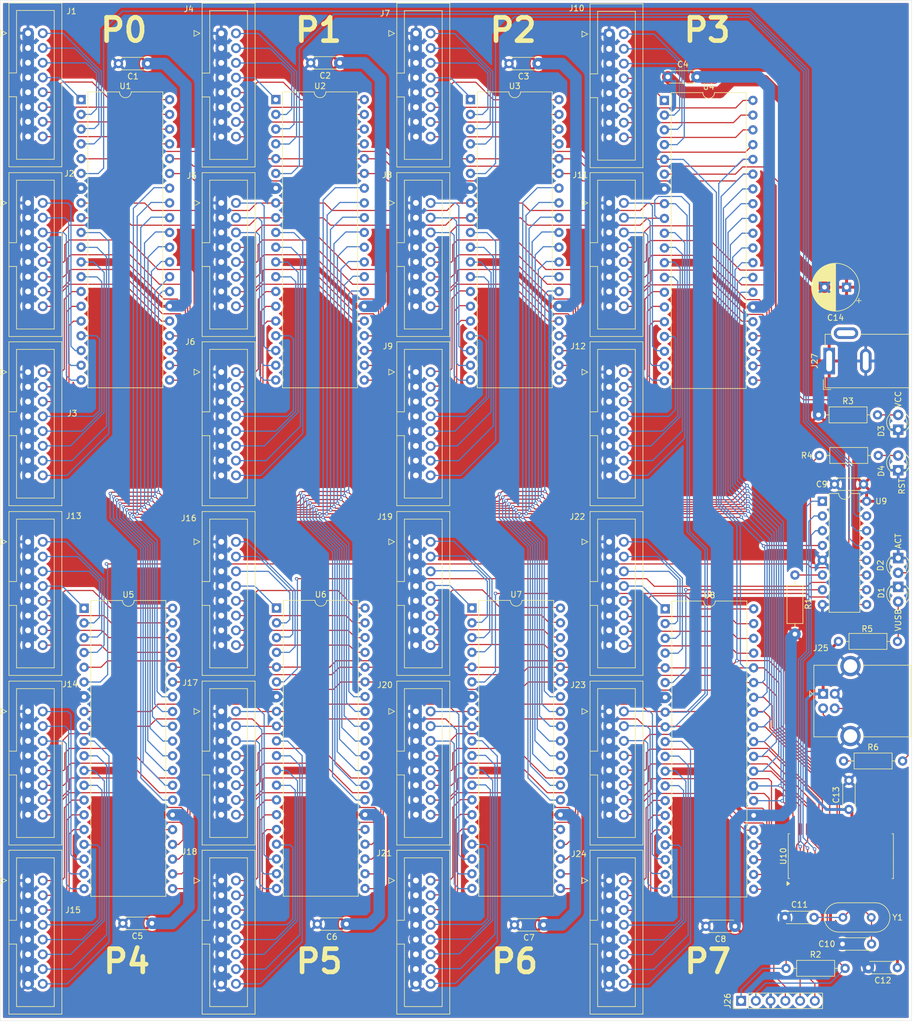
<source format=kicad_pcb>
(kicad_pcb (version 20240108) (generator "pcbnew") (generator_version "8.0")
  (layers (0 "F.Cu" signal) (31 "B.Cu" signal) (34 "B.Paste" user) (35 "F.Paste" user) (36 "B.SilkS" user "B.Silkscreen") (37 "F.SilkS" user "F.Silkscreen") (38 "B.Mask" user) (39 "F.Mask" user) (44 "Edge.Cuts" user))
  (net 0 "")
  (net 1 "/A0")
  (net 2 "/A1")
  (net 3 "/A2")
  (net 4 "/A3")
  (net 5 "/A4")
  (net 6 "GND")
  (net 7 "Net-(U10-OSC1{slash}CLKI)")
  (net 8 "Net-(U10-RA6{slash}OSC2{slash}CLKO)")
  (net 9 "/~{RD}")
  (net 10 "/~{WR}")
  (net 11 "/RST")
  (net 12 "Net-(U10-VUSB)")
  (net 14 "Net-(J11-Pin_2)")
  (net 15 "/D0")
  (net 16 "/D1")
  (net 17 "/D2")
  (net 18 "/D3")
  (net 19 "/D4")
  (net 20 "/D5")
  (net 21 "/D6")
  (net 22 "/D7")
  (net 23 "Net-(J1-Pin_8)")
  (net 24 "Net-(J1-Pin_6)")
  (net 25 "Net-(J1-Pin_4)")
  (net 26 "Net-(J1-Pin_2)")
  (net 27 "/~{CS0}")
  (net 28 "Net-(J25-VBUS)")
  (net 29 "Net-(J26-Pin_1)")
  (net 30 "Net-(J25-D+)")
  (net 31 "Net-(J25-D-)")
  (net 32 "Net-(J22-Pin_16)")
  (net 33 "Net-(J24-Pin_12)")
  (net 34 "Net-(J24-Pin_4)")
  (net 35 "Net-(J23-Pin_10)")
  (net 36 "Net-(J22-Pin_12)")
  (net 37 "Net-(J24-Pin_16)")
  (net 38 "Net-(J22-Pin_8)")
  (net 39 "Net-(J22-Pin_2)")
  (net 40 "Net-(J22-Pin_6)")
  (net 41 "Net-(J22-Pin_4)")
  (net 42 "Net-(J23-Pin_14)")
  (net 43 "Net-(J24-Pin_6)")
  (net 44 "VCC")
  (net 45 "Net-(J1-Pin_16)")
  (net 46 "Net-(J1-Pin_14)")
  (net 47 "Net-(J1-Pin_12)")
  (net 48 "Net-(J1-Pin_10)")
  (net 49 "Net-(J2-Pin_8)")
  (net 50 "Net-(J2-Pin_6)")
  (net 51 "Net-(J2-Pin_4)")
  (net 52 "Net-(J2-Pin_2)")
  (net 53 "/~{CS1}")
  (net 54 "Net-(J23-Pin_16)")
  (net 55 "Net-(J23-Pin_12)")
  (net 56 "Net-(J23-Pin_6)")
  (net 57 "Net-(J24-Pin_10)")
  (net 58 "Net-(J22-Pin_10)")
  (net 59 "Net-(J24-Pin_8)")
  (net 60 "Net-(J24-Pin_2)")
  (net 61 "Net-(J22-Pin_14)")
  (net 62 "Net-(J23-Pin_4)")
  (net 63 "Net-(J23-Pin_8)")
  (net 64 "Net-(J23-Pin_2)")
  (net 65 "Net-(J24-Pin_14)")
  (net 66 "Net-(J19-Pin_12)")
  (net 67 "Net-(J20-Pin_4)")
  (net 68 "Net-(J20-Pin_2)")
  (net 69 "Net-(J20-Pin_14)")
  (net 70 "Net-(J2-Pin_16)")
  (net 71 "Net-(J2-Pin_14)")
  (net 72 "Net-(J2-Pin_12)")
  (net 73 "Net-(J2-Pin_10)")
  (net 74 "Net-(J3-Pin_8)")
  (net 75 "Net-(J3-Pin_6)")
  (net 76 "Net-(J3-Pin_4)")
  (net 77 "Net-(J3-Pin_2)")
  (net 78 "/~{CS2}")
  (net 79 "Net-(J20-Pin_10)")
  (net 80 "Net-(J20-Pin_12)")
  (net 81 "Net-(J21-Pin_16)")
  (net 82 "Net-(J20-Pin_16)")
  (net 83 "Net-(J21-Pin_6)")
  (net 84 "Net-(J19-Pin_16)")
  (net 85 "Net-(J21-Pin_14)")
  (net 86 "Net-(J19-Pin_4)")
  (net 87 "Net-(J19-Pin_14)")
  (net 88 "Net-(J19-Pin_6)")
  (net 89 "Net-(J20-Pin_8)")
  (net 90 "Net-(J21-Pin_2)")
  (net 91 "Net-(J21-Pin_12)")
  (net 92 "Net-(J21-Pin_8)")
  (net 93 "Net-(J19-Pin_10)")
  (net 94 "Net-(J21-Pin_4)")
  (net 95 "Net-(J3-Pin_16)")
  (net 96 "Net-(J3-Pin_14)")
  (net 97 "Net-(J3-Pin_12)")
  (net 98 "Net-(J3-Pin_10)")
  (net 99 "Net-(J4-Pin_8)")
  (net 100 "Net-(J4-Pin_6)")
  (net 101 "Net-(J4-Pin_4)")
  (net 102 "Net-(J4-Pin_2)")
  (net 103 "/~{CS3}")
  (net 104 "Net-(J19-Pin_2)")
  (net 105 "Net-(J21-Pin_10)")
  (net 106 "Net-(J19-Pin_8)")
  (net 107 "Net-(J20-Pin_6)")
  (net 108 "Net-(J18-Pin_6)")
  (net 109 "Net-(J16-Pin_6)")
  (net 110 "Net-(J17-Pin_16)")
  (net 111 "Net-(J17-Pin_2)")
  (net 112 "Net-(J16-Pin_4)")
  (net 113 "Net-(J17-Pin_8)")
  (net 114 "Net-(J16-Pin_2)")
  (net 115 "Net-(J18-Pin_10)")
  (net 116 "Net-(J17-Pin_14)")
  (net 117 "Net-(J16-Pin_16)")
  (net 118 "Net-(J18-Pin_4)")
  (net 119 "Net-(J17-Pin_4)")
  (net 120 "Net-(J4-Pin_16)")
  (net 121 "Net-(J4-Pin_14)")
  (net 122 "Net-(J4-Pin_12)")
  (net 123 "Net-(J4-Pin_10)")
  (net 124 "Net-(J5-Pin_8)")
  (net 125 "Net-(J5-Pin_6)")
  (net 126 "Net-(J5-Pin_4)")
  (net 127 "Net-(J5-Pin_2)")
  (net 128 "/~{CS4}")
  (net 129 "Net-(J16-Pin_8)")
  (net 130 "Net-(J18-Pin_8)")
  (net 131 "Net-(J16-Pin_12)")
  (net 132 "Net-(J18-Pin_16)")
  (net 133 "Net-(J16-Pin_10)")
  (net 134 "Net-(J18-Pin_12)")
  (net 135 "Net-(J16-Pin_14)")
  (net 136 "Net-(J18-Pin_14)")
  (net 137 "Net-(J18-Pin_2)")
  (net 138 "Net-(J17-Pin_12)")
  (net 139 "Net-(J17-Pin_6)")
  (net 140 "Net-(J17-Pin_10)")
  (net 141 "Net-(J11-Pin_6)")
  (net 142 "Net-(J12-Pin_4)")
  (net 143 "Net-(J12-Pin_2)")
  (net 144 "Net-(J11-Pin_8)")
  (net 145 "Net-(J5-Pin_16)")
  (net 146 "Net-(J5-Pin_14)")
  (net 147 "Net-(J5-Pin_12)")
  (net 148 "Net-(J5-Pin_10)")
  (net 149 "Net-(J6-Pin_8)")
  (net 150 "Net-(J6-Pin_6)")
  (net 151 "Net-(J6-Pin_4)")
  (net 152 "Net-(J6-Pin_2)")
  (net 153 "/~{CS5}")
  (net 154 "Net-(J10-Pin_4)")
  (net 155 "Net-(J12-Pin_6)")
  (net 156 "Net-(J10-Pin_8)")
  (net 157 "Net-(J12-Pin_16)")
  (net 158 "Net-(J12-Pin_12)")
  (net 159 "Net-(J11-Pin_4)")
  (net 160 "Net-(J10-Pin_16)")
  (net 161 "Net-(J10-Pin_10)")
  (net 162 "Net-(J10-Pin_2)")
  (net 163 "Net-(J10-Pin_12)")
  (net 164 "Net-(J10-Pin_14)")
  (net 165 "Net-(J11-Pin_16)")
  (net 166 "Net-(J12-Pin_8)")
  (net 167 "Net-(J11-Pin_10)")
  (net 168 "Net-(J12-Pin_10)")
  (net 169 "Net-(J12-Pin_14)")
  (net 170 "Net-(J6-Pin_16)")
  (net 171 "Net-(J6-Pin_14)")
  (net 172 "Net-(J6-Pin_12)")
  (net 173 "Net-(J6-Pin_10)")
  (net 174 "Net-(J7-Pin_8)")
  (net 175 "Net-(J7-Pin_6)")
  (net 176 "Net-(J7-Pin_4)")
  (net 177 "Net-(J7-Pin_2)")
  (net 178 "/~{CS6}")
  (net 179 "Net-(J11-Pin_14)")
  (net 180 "Net-(J11-Pin_12)")
  (net 181 "Net-(J10-Pin_6)")
  (net 182 "Net-(J15-Pin_4)")
  (net 183 "Net-(J13-Pin_12)")
  (net 184 "Net-(J13-Pin_6)")
  (net 185 "Net-(J15-Pin_12)")
  (net 186 "Net-(J15-Pin_6)")
  (net 187 "Net-(J15-Pin_8)")
  (net 188 "Net-(J13-Pin_8)")
  (net 189 "Net-(J14-Pin_6)")
  (net 190 "Net-(J13-Pin_14)")
  (net 191 "Net-(J14-Pin_12)")
  (net 192 "Net-(J14-Pin_14)")
  (net 193 "Net-(J15-Pin_14)")
  (net 194 "Net-(J13-Pin_4)")
  (net 195 "Net-(J7-Pin_16)")
  (net 196 "Net-(J7-Pin_14)")
  (net 197 "Net-(J7-Pin_12)")
  (net 198 "Net-(J7-Pin_10)")
  (net 199 "Net-(J8-Pin_8)")
  (net 200 "Net-(J8-Pin_6)")
  (net 201 "Net-(J8-Pin_4)")
  (net 202 "Net-(J8-Pin_2)")
  (net 203 "/~{CS7}")
  (net 204 "Net-(J13-Pin_16)")
  (net 205 "Net-(J15-Pin_2)")
  (net 206 "Net-(J14-Pin_2)")
  (net 207 "Net-(J14-Pin_8)")
  (net 208 "Net-(J14-Pin_4)")
  (net 209 "Net-(J15-Pin_16)")
  (net 210 "Net-(J14-Pin_10)")
  (net 211 "Net-(J13-Pin_2)")
  (net 212 "Net-(J14-Pin_16)")
  (net 213 "Net-(J13-Pin_10)")
  (net 214 "Net-(J15-Pin_10)")
  (net 215 "Net-(J9-Pin_16)")
  (net 216 "Net-(J9-Pin_6)")
  (net 217 "Net-(J9-Pin_14)")
  (net 218 "Net-(J9-Pin_4)")
  (net 219 "Net-(J9-Pin_10)")
  (net 220 "Net-(J8-Pin_16)")
  (net 221 "Net-(J8-Pin_14)")
  (net 222 "Net-(J8-Pin_12)")
  (net 223 "Net-(J8-Pin_10)")
  (net 224 "Net-(J9-Pin_2)")
  (net 225 "Net-(J9-Pin_12)")
  (net 226 "Net-(J9-Pin_8)")
  (net 227 "Net-(U9-E3)")
  (net 229 "Net-(U10-TX{slash}CK{slash}RC6)")
  (net 230 "Net-(D2-A)")
  (net 231 "Net-(D1-A)")
  (net 232 "Net-(D4-A)")
  (net 233 "Net-(D3-A)")
  (footprint "Connector_IDC:IDC-Header_2x08_P2.54mm_Vertical" (layer "F.Cu") (at 53.086 140.055)
    (property "Reference" "J17")
    (property "Value" "IDC-16M")
  )
  (footprint "Capacitor_THT:C_Disc_D4.3mm_W1.9mm_P5.00mm" (layer "F.Cu") (at 107.656 28.575 180)
    (property "Reference" "C3")
    (property "Value" "100nF")
  )
  (footprint "LED_THT:LED_D3.0mm" (layer "F.Cu") (at 169.672 118.618 -90)
    (property "Reference" "D1")
    (property "Value" "VUSB")
  )
  (footprint "Package_DIP:DIP-40_W15.24mm" (layer "F.Cu") (at 96.012 34.772)
    (property "Reference" "U3")
    (property "Value" "8255")
  )
  (footprint "Package_DIP:DIP-40_W15.24mm" (layer "F.Cu") (at 96.266 122.275)
    (property "Reference" "U7")
    (property "Value" "8255")
  )
  (footprint "Capacitor_THT:C_Disc_D4.3mm_W1.9mm_P5.00mm" (layer "F.Cu") (at 163.703 100.965 180)
    (property "Reference" "C9")
    (property "Value" "100nF")
  )
  (footprint "Resistor_THT:R_Axial_DIN0207_L6.3mm_D2.5mm_P10.16mm_Horizontal" (layer "F.Cu") (at 151.892 126.746 90)
    (property "Reference" "R1")
    (property "Value" "1K")
  )
  (footprint "Connector_IDC:IDC-Header_2x08_P2.54mm_Vertical" (layer "F.Cu") (at 19.812 23.342)
    (property "Reference" "J1")
    (property "Value" "IDC-16M")
  )
  (footprint "Connector_IDC:IDC-Header_2x08_P2.54mm_Vertical" (layer "F.Cu") (at 53.086 110.871)
    (property "Reference" "J16")
    (property "Value" "IDC-16M")
  )
  (footprint "Connector_IDC:IDC-Header_2x08_P2.54mm_Vertical" (layer "F.Cu") (at 53.086 169.164)
    (property "Reference" "J18")
    (property "Value" "IDC-16M")
  )
  (footprint "Connector_IDC:IDC-Header_2x08_P2.54mm_Vertical" (layer "F.Cu") (at 86.614 52.552)
    (property "Reference" "J8")
    (property "Value" "IDC-16M")
  )
  (footprint "Connector_IDC:IDC-Header_2x08_P2.54mm_Vertical" (layer "F.Cu") (at 119.888 169.164)
    (property "Reference" "J24")
    (property "Value" "IDC-16M")
  )
  (footprint "Resistor_THT:R_Axial_DIN0207_L6.3mm_D2.5mm_P10.16mm_Horizontal" (layer "F.Cu") (at 160.274 148.59)
    (property "Reference" "R6")
    (property "Value" "1K")
  )
  (footprint "Package_DIP:DIP-40_W15.24mm" (layer "F.Cu") (at 129.413 34.899)
    (property "Reference" "U4")
    (property "Value" "8255")
  )
  (footprint "Connector_IDC:IDC-Header_2x08_P2.54mm_Vertical" (layer "F.Cu") (at 19.812 52.552)
    (property "Reference" "J2")
    (property "Value" "IDC-16M")
  )
  (footprint "Package_DIP:DIP-40_W15.24mm" (layer "F.Cu") (at 62.484 34.772)
    (property "Reference" "U2")
    (property "Value" "8255")
  )
  (footprint "LED_THT:LED_D3.0mm" (layer "F.Cu") (at 169.672 113.665 -90)
    (property "Reference" "D2")
    (property "Value" "ACT")
  )
  (footprint "Package_SO:SOIC-28W_7.5x17.9mm_P1.27mm" (layer "F.Cu") (at 159.792 164.973 90)
    (property "Reference" "U10")
    (property "Value" "PIC18F2550-ISO")
  )
  (footprint "Package_DIP:DIP-40_W15.24mm" (layer "F.Cu") (at 129.54 122.402)
    (property "Reference" "U8")
    (property "Value" "8255")
  )
  (footprint "Capacitor_THT:C_Disc_D4.3mm_W1.9mm_P5.00mm" (layer "F.Cu") (at 74.636 176.657 180)
    (property "Reference" "C6")
    (property "Value" "100nF")
  )
  (footprint "Connector_IDC:IDC-Header_2x08_P2.54mm_Vertical" (layer "F.Cu") (at 119.888 23.495)
    (property "Reference" "J10")
    (property "Value" "IDC-16M")
  )
  (footprint "Connector_IDC:IDC-Header_2x08_P2.54mm_Vertical" (layer "F.Cu") (at 86.614 169.164)
    (property "Reference" "J21")
    (property "Value" "IDC-16M" (hide yes))
  )
  (footprint "Connector_IDC:IDC-Header_2x08_P2.54mm_Vertical" (layer "F.Cu") (at 86.614 81.661)
    (property "Reference" "J9")
    (property "Value" "IDC-16M")
  )
  (footprint "Package_DIP:DIP-40_W15.24mm" (layer "F.Cu") (at 28.956 34.772)
    (property "Reference" "U1")
    (property "Value" "8255")
  )
  (footprint "Connector_IDC:IDC-Header_2x08_P2.54mm_Vertical" (layer "F.Cu") (at 19.812 140.055)
    (property "Reference" "J14")
    (property "Value" "IDC-16M")
  )
  (footprint "Connector_IDC:IDC-Header_2x08_P2.54mm_Vertical" (layer "F.Cu") (at 86.614 23.368)
    (property "Reference" "J7")
    (property "Value" "IDC-16M")
  )
  (footprint "Connector_IDC:IDC-Header_2x08_P2.54mm_Vertical" (layer "F.Cu") (at 119.888 52.552)
    (property "Reference" "J11")
    (property "Value" "IDC-16M")
  )
  (footprint "Capacitor_THT:C_Disc_D4.3mm_W1.9mm_P5.00mm" (layer "F.Cu") (at 135.001 30.861 180)
    (property "Reference" "C4")
    (property "Value" "100nF")
  )
  (footprint "Connector_IDC:IDC-Header_2x08_P2.54mm_Vertical" (layer "F.Cu") (at 53.086 81.661)
    (property "Reference" "J6")
    (property "Value" "IDC-16M")
  )
  (footprint "Capacitor_THT:C_Disc_D4.3mm_W1.9mm_P5.00mm" (layer "F.Cu") (at 141.565 177.038 180)
    (property "Reference" "C8")
    (property "Value" "100nF")
  )
  (footprint "Package_DIP:DIP-40_W15.24mm" (layer "F.Cu") (at 29.464 122.301)
    (property "Reference" "U5")
    (property "Value" "8255")
  )
  (footprint "Resistor_THT:R_Axial_DIN0207_L6.3mm_D2.5mm_P10.16mm_Horizontal" (layer "F.Cu") (at 155.956 89.027)
    (property "Reference" "R3")
    (property "Value" "1K")
  )
  (footprint "Connector_IDC:IDC-Header_2x08_P2.54mm_Vertical" (layer "F.Cu") (at 119.888 110.871)
    (property "Reference" "J22")
    (property "Value" "IDC-16M")
  )
  (footprint "Connector_BarrelJack:BarrelJack_GCT_DCJ200-10-A_Horizontal" (layer "F.Cu") (at 157.784 79.756 90)
    (property "Reference" "J27")
    (property "Value" "Barrel_Jack_MountingPin")
  )
  (footprint "Resistor_THT:R_Axial_DIN0207_L6.3mm_D2.5mm_P10.16mm_Horizontal" (layer "F.Cu") (at 159.385 128.016)
    (property "Reference" "R5")
    (property "Value" "1K")
  )
  (footprint "Capacitor_THT:CP_Radial_D8.0mm_P3.80mm" (layer "F.Cu") (at 160.782 67.056 180)
    (property "Reference" "C14")
    (property "Value" "100uF")
  )
  (footprint "Capacitor_THT:C_Disc_D4.3mm_W1.9mm_P5.00mm" (layer "F.Cu") (at 160.086 180.086)
    (property "Reference" "C10")
    (property "Value" "20pF")
  )
  (footprint "Connector_IDC:IDC-Header_2x08_P2.54mm_Vertical" (layer "F.Cu") (at 53.086 23.368)
    (property "Reference" "J4")
    (property "Value" "IDC-16M")
  )
  (footprint "Resistor_THT:R_Axial_DIN0207_L6.3mm_D2.5mm_P10.16mm_Horizontal" (layer "F.Cu") (at 150.368 184.277)
    (property "Reference" "R2")
    (property "Value" "4.7K")
  )
  (footprint "Connector_IDC:IDC-Header_2x08_P2.54mm_Vertical" (layer "F.Cu") (at 19.812 169.164)
    (property "Reference" "J15")
    (property "Value" "IDC-16M")
  )
  (footprint "Connector_IDC:IDC-Header_2x08_P2.54mm_Vertical" (layer "F.Cu") (at 19.812 81.661)
    (property "Reference" "J3")
    (property "Value" "IDC-16M")
  )
  (footprint "Connector_IDC:IDC-Header_2x08_P2.54mm_Vertical" (layer "F.Cu") (at 53.086 52.552)
    (property "Reference" "J5")
    (property "Value" "IDC-16M")
  )
  (footprint "Package_DIP:DIP-16_W7.62mm" (layer "F.Cu") (at 156.617 103.886)
    (property "Reference" "U9")
    (property "Value" "74LS138")
  )
  (footprint "Connector_IDC:IDC-Header_2x08_P2.54mm_Vertical" (layer "F.Cu") (at 119.888 81.661)
    (property "Reference" "J12")
    (property "Value" "IDC-16M")
  )
  (footprint "Capacitor_THT:C_Disc_D4.3mm_W1.9mm_P5.00mm" (layer "F.Cu") (at 73.493 28.448 180)
    (property "Reference" "C2")
    (property "Value" "100nF")
  )
  (footprint "Capacitor_THT:C_Disc_D4.3mm_W1.9mm_P5.00mm" (layer "F.Cu") (at 161.189 156.932 90)
    (property "Reference" "C13")
    (property "Value" "100nF")
  )
  (footprint "Capacitor_THT:C_Disc_D4.3mm_W1.9mm_P5.00mm" (layer "F.Cu") (at 108.585 176.784 180)
    (property "Reference" "C7")
    (property "Value" "100nF")
  )
  (footprint "Connector_IDC:IDC-Header_2x08_P2.54mm_Vertical" (layer "F.Cu") (at 119.888 140.055)
    (property "Reference" "J23")
    (property "Value" "IDC-16M")
  )
  (footprint "Capacitor_THT:C_Disc_D4.3mm_W1.9mm_P5.00mm" (layer "F.Cu") (at 169.531 184.15 180)
    (property "Reference" "C12")
    (property "Value" "220nF")
  )
  (footprint "Resistor_THT:R_Axial_DIN0207_L6.3mm_D2.5mm_P10.16mm_Horizontal" (layer "F.Cu") (at 156.083 96.012)
    (property "Reference" "R4")
    (property "Value" "1K")
  )
  (footprint "Crystal:Crystal_HC49-U_Vertical" (layer "F.Cu") (at 165.036 175.514 180)
    (property "Reference" "Y1")
    (property "Value" "20MHz")
  )
  (footprint "LED_THT:LED_D3.0mm" (layer "F.Cu") (at 169.672 98.557 90)
    (property "Reference" "D4")
    (property "Value" "RST")
  )
  (footprint "Capacitor_THT:C_Disc_D4.3mm_W1.9mm_P5.00mm" (layer "F.Cu") (at 41.148 176.53 180)
    (property "Reference" "C5")
    (property "Value" "100nF")
  )
  (footprint "Connector_PinHeader_2.54mm:PinHeader_1x06_P2.54mm_Vertical" (layer "F.Cu") (at 142.621 189.865 90)
    (property "Reference" "J26")
    (property "Value" "ISP")
  )
  (footprint "LED_THT:LED_D3.0mm" (layer "F.Cu") (at 169.672 91.572 90)
    (property "Reference" "D3")
    (property "Value" "VCC")
  )
  (footprint "Package_DIP:DIP-40_W15.24mm" (layer "F.Cu") (at 62.611 122.275)
    (property "Reference" "U6")
    (property "Value" "8255")
  )
  (footprint "Capacitor_THT:C_Disc_D4.3mm_W1.9mm_P5.00mm" (layer "F.Cu") (at 40.386 28.575 180)
    (property "Reference" "C1")
    (property "Value" "100nF")
  )
  (footprint "Connector_IDC:IDC-Header_2x08_P2.54mm_Vertical" (layer "F.Cu") (at 19.812 110.871)
    (property "Reference" "J13")
    (property "Value" "IDC-16M")
  )
  (footprint "Capacitor_THT:C_Disc_D4.3mm_W1.9mm_P5.00mm" (layer "F.Cu") (at 150.18 175.514)
    (property "Reference" "C11")
    (property "Value" "20pF")
  )
  (footprint "Connector_IDC:IDC-Header_2x08_P2.54mm_Vertical" (layer "F.Cu") (at 86.614 110.871)
    (property "Reference" "J19")
    (property "Value" "IDC-16M")
  )
  (footprint "Connector_IDC:IDC-Header_2x08_P2.54mm_Vertical" (layer "F.Cu") (at 86.614 140.055)
    (property "Reference" "J20")
    (property "Value" "IDC-16M")
  )
  (footprint "Connector_USB:USB_B_OST_USB-B1HSxx_Horizontal" (layer "F.Cu") (at 156.7445 137.027)
    (property "Reference" "J25")
    (property "Value" "USB_B")
  )
  (gr_rect (start 15.012 17.653) (end 171.984 193.294) (stroke (width 0.05)) (fill none) (layer "Edge.Cuts"))
  (gr_text "P4" (at 32.384238 185.42 0) (layer "F.SilkS") (effects (font (size 4 4) (thickness 0.8) (bold yes)) (justify left bottom)))
  (gr_text "P5" (at 65.531238 185.42 0) (layer "F.SilkS") (effects (font (size 4 4) (thickness 0.8) (bold yes)) (justify left bottom)))
  (gr_text "P1" (at 65.405 25.146 0) (layer "F.SilkS") (effects (font (size 4 4) (thickness 0.8) (bold yes)) (justify left bottom)))
  (gr_text "P0" (at 31.877 25.146 0) (layer "F.SilkS") (effects (font (size 4 4) (thickness 0.8) (bold yes)) (justify left bottom)))
  (gr_text "P7" (at 132.460238 185.42 0) (layer "F.SilkS") (effects (font (size 4 4) (thickness 0.8) (bold yes)) (justify left bottom)))
  (gr_text "P6" (at 99.186238 185.42 0) (layer "F.SilkS") (effects (font (size 4 4) (thickness 0.8) (bold yes)) (justify left bottom)))
  (gr_text "P2" (at 98.933 25.146 0) (layer "F.SilkS") (effects (font (size 4 4) (thickness 0.8) (bold yes)) (justify left bottom)))
  (gr_text "P3" (at 132.334 25.146 0) (layer "F.SilkS") (effects (font (size 4 4) (thickness 0.8) (bold yes)) (justify left bottom)))
  (segment (start 152.807 163.322) (end 152.807 169.623) (width 0.2) (layer "F.Cu") (net 1))
  (via (at 152.807 163.322) (size 0.6) (drill 0.3) (layers "F.Cu" "B.Cu") (net 1))
  (segment (start 154.813 103.886) (end 156.617 103.886) (width 0.2) (layer "B.Cu") (net 1))
  (segment (start 153.886 104.813) (end 154.813 103.886) (width 0.2) (layer "B.Cu") (net 1))
  (segment (start 153.886 129.716628) (end 153.886 104.813) (width 0.2) (layer "B.Cu") (net 1))
  (segment (start 152.4945 131.108128) (end 153.886 129.716628) (width 0.2) (layer "B.Cu") (net 1))
  (segment (start 152.4945 163.0095) (end 152.4945 131.108128) (width 0.2) (layer "B.Cu") (net 1))
  (segment (start 152.807 163.322) (end 152.4945 163.0095) (width 0.2) (layer "B.Cu") (net 1))
  (segment (start 154.051 163.576) (end 154.077 163.602) (width 0.2) (layer "F.Cu") (net 2))
  (segment (start 154.077 163.602) (end 154.077 169.623) (width 0.2) (layer "F.Cu") (net 2))
  (via (at 154.051 163.576) (size 0.6) (drill 0.3) (layers "F.Cu" "B.Cu") (net 2))
  (segment (start 154.051 163.576) (end 152.8945 162.4195) (width 0.2) (layer "B.Cu") (net 2))
  (segment (start 152.8945 162.4195) (end 152.8945 131.273814) (width 0.2) (layer "B.Cu") (net 2))
  (segment (start 155.194 106.426) (end 156.617 106.426) (width 0.2) (layer "B.Cu") (net 2))
  (segment (start 154.286 107.334) (end 155.194 106.426) (width 0.2) (layer "B.Cu") (net 2))
  (segment (start 154.286 129.882314) (end 154.286 107.334) (width 0.2) (layer "B.Cu") (net 2))
  (segment (start 152.8945 131.273814) (end 154.286 129.882314) (width 0.2) (layer "B.Cu") (net 2))
  (segment (start 155.271921 163.752079) (end 155.347 163.827158) (width 0.2) (layer "F.Cu") (net 3))
  (segment (start 155.347 163.827158) (end 155.347 169.623) (width 0.2) (layer "F.Cu") (net 3))
  (via (at 155.271921 163.752079) (size 0.6) (drill 0.3) (layers "F.Cu" "B.Cu") (net 3))
  (segment (start 154.686 130.048) (end 154.686 109.728) (width 0.2) (layer "B.Cu") (net 3))
  (segment (start 153.2945 161.774658) (end 153.2945 131.4395) (width 0.2) (layer "B.Cu") (net 3))
  (segment (start 154.686 109.728) (end 155.448 108.966) (width 0.2) (layer "B.Cu") (net 3))
  (segment (start 153.2945 131.4395) (end 154.686 130.048) (width 0.2) (layer "B.Cu") (net 3))
  (segment (start 155.448 108.966) (end 156.617 108.966) (width 0.2) (layer "B.Cu") (net 3))
  (segment (start 155.271921 163.752079) (end 153.2945 161.774658) (width 0.2) (layer "B.Cu") (net 3))
  (segment (start 147.124715 149.098) (end 154.712 156.685285) (width 0.2) (layer "F.Cu") (net 4))
  (segment (start 135.408 142.621) (end 141.885 149.098) (width 0.2) (layer "F.Cu") (net 4))
  (segment (start 29.236 142.621) (end 40.666 142.621) (width 0.2) (layer "F.Cu") (net 4))
  (segment (start 124.74 141.351) (end 126.01 142.621) (width 0.2) (layer "F.Cu") (net 4))
  (segment (start 129.382 55.188) (end 126.448 55.188) (width 0.2) (layer "F.Cu") (net 4))
  (segment (start 104.674 55.118) (end 92.99 55.118) (width 0.2) (layer "F.Cu") (net 4))
  (segment (start 92.99 55.118) (end 91.72 56.388) (width 0.2) (layer "F.Cu") (net 4))
  (segment (start 126.448 55.188) (end 125.248 56.388) (width 0.2) (layer "F.Cu") (net 4))
  (segment (start 59.208 55.118) (end 57.938 56.388) (width 0.2) (layer "F.Cu") (net 4))
  (segment (start 141.885 149.098) (end 147.124715 149.098) (width 0.2) (layer "F.Cu") (net 4))
  (segment (start 91.72 56.388) (end 71.908 56.388) (width 0.2) (layer "F.Cu") (net 4))
  (segment (start 59.716 142.621) (end 69.876 142.621) (width 0.2) (layer "F.Cu") (net 4))
  (segment (start 41.936 141.351) (end 58.446 141.351) (width 0.2) (layer "F.Cu") (net 4))
  (segment (start 154.712 162.343628) (end 156.617 164.248628) (width 0.2) (layer "F.Cu") (net 4))
  (segment (start 105.944 56.388) (end 104.674 55.118) (width 0.2) (layer "F.Cu") (net 4))
  (segment (start 154.712 156.685285) (end 154.712 162.343628) (width 0.2) (layer "F.Cu") (net 4))
  (segment (start 69.876 142.621) (end 71.146 141.351) (width 0.2) (layer "F.Cu") (net 4))
  (segment (start 92.99 142.621) (end 102.261 142.621) (width 0.2) (layer "F.Cu") (net 4))
  (segment (start 70.638 55.118) (end 59.208 55.118) (width 0.2) (layer "F.Cu") (net 4))
  (segment (start 71.908 56.388) (end 70.638 55.118) (width 0.2) (layer "F.Cu") (net 4))
  (segment (start 91.72 141.351) (end 92.99 142.621) (width 0.2) (layer "F.Cu") (net 4))
  (segment (start 156.617 164.248628) (end 156.617 169.623) (width 0.2) (layer "F.Cu") (net 4))
  (segment (start 103.531 141.351) (end 124.74 141.351) (width 0.2) (layer "F.Cu") (net 4))
  (segment (start 37.618 56.388) (end 36.348 55.118) (width 0.2) (layer "F.Cu") (net 4))
  (segment (start 102.261 142.621) (end 103.531 141.351) (width 0.2) (layer "F.Cu") (net 4))
  (segment (start 40.666 142.621) (end 41.936 141.351) (width 0.2) (layer "F.Cu") (net 4))
  (segment (start 58.446 141.351) (end 59.716 142.621) (width 0.2) (layer "F.Cu") (net 4))
  (segment (start 125.248 56.388) (end 105.944 56.388) (width 0.2) (layer "F.Cu") (net 4))
  (segment (start 71.146 141.351) (end 91.72 141.351) (width 0.2) (layer "F.Cu") (net 4))
  (segment (start 36.348 55.118) (end 29.236 55.118) (width 0.2) (layer "F.Cu") (net 4))
  (segment (start 57.938 56.388) (end 37.618 56.388) (width 0.2) (layer "F.Cu") (net 4))
  (segment (start 126.01 142.621) (end 135.408 142.621) (width 0.2) (layer "F.Cu") (net 4))
  (segment (start 132.338 51.439) (end 128.393 51.439) (width 0.2) (layer "B.Cu") (net 4))
  (segment (start 136.798 137.141) (end 136.798 112.102314) (width 0.2) (layer "B.Cu") (net 4))
  (segment (start 127.75 54.725) (end 128.244 55.219) (width 0.2) (layer "B.Cu") (net 4))
  (segment (start 136.798 112.102314) (end 133.718 109.022314) (width 0.2) (layer "B.Cu") (net 4))
  (segment (start 128.244 55.219) (end 129.413 55.219) (width 0.2) (layer "B.Cu") (net 4))
  (segment (start 127.75 52.082) (end 127.75 54.725) (width 0.2) (layer "B.Cu") (net 4))
  (segment (start 128.393 51.439) (end 127.75 52.082) (width 0.2) (layer "B.Cu") (net 4))
  (segment (start 131.217 142.722) (end 136.798 137.141) (width 0.2) (layer "B.Cu") (net 4))
  (segment (start 129.54 142.722) (end 131.217 142.722) (width 0.2) (layer "B.Cu") (net 4))
  (segment (start 133.718 52.819) (end 132.338 51.439) (width 0.2) (layer "B.Cu") (net 4))
  (segment (start 133.718 109.022314) (end 133.718 52.819) (width 0.2) (layer "B.Cu") (net 4))
  (segment (start 147.193 146.431) (end 156.017 155.255) (width 0.2) (layer "F.Cu") (net 5))
  (segment (start 39.904 52.578) (end 41.174 53.848) (width 0.2) (layer "F.Cu") (net 5))
  (segment (start 59.97 140.081) (end 70.13 140.081) (width 0.2) (layer "F.Cu") (net 5))
  (segment (start 91.974 53.848) (end 93.244 52.578) (width 0.2) (layer "F.Cu") (net 5))
  (segment (start 91.974 138.811) (end 93.244 140.081) (width 0.2) (layer "F.Cu") (net 5))
  (segment (start 134.9 140.081) (end 141.25 146.431) (width 0.2) (layer "F.Cu") (net 5))
  (segment (start 102.388 140.081) (end 103.658 138.811) (width 0.2) (layer "F.Cu") (net 5))
  (segment (start 103.658 138.811) (end 125.248 138.811) (width 0.2) (layer "F.Cu") (net 5))
  (segment (start 96.038 52.578) (end 104.928 52.578) (width 0.2) (layer "F.Cu") (net 5))
  (segment (start 93.244 140.081) (end 102.388 140.081) (width 0.2) (layer "F.Cu") (net 5))
  (segment (start 125.248 53.848) (end 126.448 52.648) (width 0.2) (layer "F.Cu") (net 5))
  (segment (start 71.4 138.811) (end 91.974 138.811) (width 0.2) (layer "F.Cu") (net 5))
  (segment (start 157.887 164.364) (end 157.887 169.623) (width 0.2) (layer "F.Cu") (net 5))
  (segment (start 29.236 140.081) (end 40.92 140.081) (width 0.2) (layer "F.Cu") (net 5))
  (segment (start 58.7 138.811) (end 59.97 140.081) (width 0.2) (layer "F.Cu") (net 5))
  (segment (start 70.892 52.578) (end 72.162 53.848) (width 0.2) (layer "F.Cu") (net 5))
  (segment (start 62.51 52.578) (end 70.892 52.578) (width 0.2) (layer "F.Cu") (net 5))
  (segment (start 126.448 52.648) (end 129.312 52.648) (width 0.2) (layer "F.Cu") (net 5))
  (segment (start 156.017 155.255) (end 156.017 162.494) (width 0.2) (layer "F.Cu") (net 5))
  (segment (start 57.938 53.848) (end 59.208 52.578) (width 0.2) (layer "F.Cu") (net 5))
  (segment (start 72.162 53.848) (end 91.974 53.848) (width 0.2) (layer "F.Cu") (net 5))
  (segment (start 41.174 53.848) (end 57.938 53.848) (width 0.2) (layer "F.Cu") (net 5))
  (segment (start 93.244 52.578) (end 96.038 52.578) (width 0.2) (layer "F.Cu") (net 5))
  (segment (start 70.13 140.081) (end 71.4 138.811) (width 0.2) (layer "F.Cu") (net 5))
  (segment (start 42.19 138.811) (end 58.7 138.811) (width 0.2) (layer "F.Cu") (net 5))
  (segment (start 40.92 140.081) (end 42.19 138.811) (width 0.2) (layer "F.Cu") (net 5))
  (segment (start 141.25 146.431) (end 147.193 146.431) (width 0.2) (layer "F.Cu") (net 5))
  (segment (start 29.236 52.578) (end 39.904 52.578) (width 0.2) (layer "F.Cu") (net 5))
  (segment (start 106.198 53.848) (end 125.248 53.848) (width 0.2) (layer "F.Cu") (net 5))
  (segment (start 156.017 162.494) (end 157.887 164.364) (width 0.2) (layer "F.Cu") (net 5))
  (segment (start 125.248 138.811) (end 126.518 140.081) (width 0.2) (layer "F.Cu") (net 5))
  (segment (start 104.928 52.578) (end 106.198 53.848) (width 0.2) (layer "F.Cu") (net 5))
  (segment (start 126.518 140.081) (end 134.9 140.081) (width 0.2) (layer "F.Cu") (net 5))
  (segment (start 59.208 52.578) (end 62.51 52.578) (width 0.2) (layer "F.Cu") (net 5))
  (segment (start 129.54 140.182) (end 133.191314 140.182) (width 0.2) (layer "B.Cu") (net 5))
  (segment (start 131.292 52.679) (end 129.413 52.679) (width 0.2) (layer "B.Cu") (net 5))
  (segment (start 136.398 112.268) (end 133.318 109.188) (width 0.2) (layer "B.Cu") (net 5))
  (segment (start 133.318 54.705) (end 131.292 52.679) (width 0.2) (layer "B.Cu") (net 5))
  (segment (start 133.191314 140.182) (end 136.398 136.975314) (width 0.2) (layer "B.Cu") (net 5))
  (segment (start 136.398 136.975314) (end 136.398 112.268) (width 0.2) (layer "B.Cu") (net 5))
  (segment (start 133.318 109.188) (end 133.318 54.705) (width 0.2) (layer "B.Cu") (net 5))
  (segment (start 138.938 33.528) (end 140.97 31.496) (width 2) (layer "F.Cu") (net 6))
  (segment (start 150.652 60.726) (end 156.982 67.056) (width 2) (layer "F.Cu") (net 6))
  (segment (start 158.014 173.736) (end 158.014 178.014) (width 0.5) (layer "F.Cu") (net 6))
  (segment (start 130.001 30.861) (end 132.668 33.528) (width 2) (layer "F.Cu") (net 6))
  (segment (start 132.668 33.528) (end 138.938 33.528) (width 2) (layer "F.Cu") (net 6))
  (segment (start 160.427 166.624) (end 162.967 164.084) (width 0.5) (layer "F.Cu") (net 6))
  (segment (start 162.967 160.323) (end 162.967 153.71) (width 0.5) (layer "F.Cu") (net 6))
  (segment (start 160.427 169.623) (end 160.427 171.323) (width 0.5) (layer "F.Cu") (net 6))
  (segment (start 160.427 169.623) (end 160.427 166.624) (width 0.5) (layer "F.Cu") (net 6))
  (segment (start 140.97 31.496) (end 146.558 31.496) (width 2) (layer "F.Cu") (net 6))
  (segment (start 158.014 178.014) (end 160.086 180.086) (width 0.5) (layer "F.Cu") (net 6))
  (segment (start 162.967 153.71) (end 161.189 151.932) (width 0.5) (layer "F.Cu") (net 6))
  (segment (start 146.558 31.496) (end 150.652 35.59) (width 2) (layer "F.Cu") (net 6))
  (segment (start 150.652 35.59) (end 150.652 60.726) (width 2) (layer "F.Cu") (net 6))
  (segment (start 160.427 171.323) (end 158.014 173.736) (width 0.5) (layer "F.Cu") (net 6))
  (segment (start 162.967 164.084) (end 162.967 160.323) (width 0.5) (layer "F.Cu") (net 6))
  (segment (start 129.54 137.642) (end 119.94 137.642) (width 2) (layer "B.Cu") (net 6))
  (segment (start 53.112 110.845) (end 53.086 110.871) (width 2) (layer "B.Cu") (net 6))
  (segment (start 86.64 137.541) (end 86.64 180.721) (width 2) (layer "B.Cu") (net 6))
  (segment (start 160.086 180.086) (end 151.149 180.086) (width 2) (layer "B.Cu") (net 6))
  (segment (start 86.447 179.157) (end 86.614 179.324) (width 2) (layer "B.Cu") (net 6))
  (segment (start 129.413 50.139) (end 119.94 50.139) (width 2) (layer "B.Cu") (net 6))
  (segment (start 19.838 119.761) (end 19.838 120.777) (width 2) (layer "B.Cu") (net 6))
  (segment (start 19.838 23.368) (end 19.838 50.292) (width 2) (layer "B.Cu") (net 6))
  (segment (start 86.614 110.871) (end 86.64 110.897) (width 2) (layer "B.Cu") (net 6))
  (segment (start 151.149 180.086) (end 150.18 179.117) (width 2) (layer "B.Cu") (net 6))
  (segment (start 119.914 95.123) (end 119.914 103.759) (width 2) (layer "B.Cu") (net 6))
  (segment (start 119.914 103.759) (end 119.914 116.586) (width 2) (layer "B.Cu") (net 6))
  (segment (start 96.012 50.012) (end 86.666 50.012) (width 2) (layer "B.Cu") (net 6))
  (segment (start 53.086 179.324) (end 53.086 186.944) (width 2) (layer "B.Cu") (net 6))
  (segment (start 86.614 23.368) (end 86.64 23.394) (width 2) (layer "B.Cu") (net 6))
  (segment (start 19.838 93.218) (end 19.838 105.283) (width 2) (layer "B.Cu") (net 6))
  (segment (start 53.213 23.368) (end 53.112 23.469) (width 2) (layer "B.Cu") (net 6))
  (segment (start 53.112 105.156) (end 53.112 110.845) (width 2) (layer "B.Cu") (net 6))
  (segment (start 29.464 137.541) (end 19.838 137.541) (width 2) (layer "B.Cu") (net 6))
  (segment (start 119.914 116.586) (end 119.914 119.761) (width 2) (layer "B.Cu") (net 6))
  (segment (start 19.838 186.918) (end 19.812 186.944) (width 2) (layer "B.Cu") (net 6))
  (segment (start 164.531 183.682) (end 160.935 180.086) (width 2) (layer "B.Cu") (net 6))
  (segment (start 53.072 179.157) (end 53.112 179.197) (width 2) (layer "B.Cu") (net 6))
  (segment (start 86.64 110.897) (end 86.64 137.541) (width 2) (layer "B.Cu") (net 6))
  (segment (start 19.812 23.342) (end 19.838 23.368) (width 2) (layer "B.Cu") (net 6))
  (segment (start 19.838 116.459) (end 19.838 120.777) (width 2) (layer "B.Cu") (net 6))
  (segment (start 53.138 137.515) (end 53.112 137.541) (width 2) (layer "B.Cu") (net 6))
  (segment (start 119.94 50.139) (end 119.914 50.165) (width 2) (layer "B.Cu") (net 6))
  (segment (start 86.614 110.871) (end 86.614 105.283) (width 2) (layer "B.Cu") (net 6))
  (segment (start 53.112 137.541) (end 53.112 179.197) (width 2) (layer "B.Cu") (net 6))
  (segment (start 53.112 110.897) (end 53.112 137.541) (width 2) (layer "B.Cu") (net 6))
  (segment (start 19.838 120.777) (end 19.838 137.541) (width 2) (layer "B.Cu") (net 6))
  (segment (start 86.666 50.012) (end 86.64 50.038) (width 2) (layer "B.Cu") (net 6))
  (segment (start 119.914 119.761) (end 119.914 137.668) (width 2) (layer "B.Cu") (net 6))
  (segment (start 28.956 50.012) (end 20.118 50.012) (width 2) (layer "B.Cu") (net 6))
  (segment (start 86.614 105.283) (end 86.614 99.441) (width 2) (layer "B.Cu") (net 6))
  (segment (start 150.18 179.117) (end 150.18 175.514) (width 2) (layer "B.Cu") (net 6))
  (segment (start 62.611 137.515) (end 53.138 137.515) (width 2) (layer "B.Cu") (net 6))
  (segment (start 19.838 50.292) (end 19.838 93.218) (width 2) (layer "B.Cu") (net 6))
  (segment (start 62.484 50.012) (end 53.138 50.012) (width 2) (layer "B.Cu") (net 6))
  (segment (start 119.914 137.668) (end 119.914 186.918) (width 2) (layer "B.Cu") (net 6))
  (segment (start 119.94 96.774) (end 119.914 96.748) (width 2) (layer "B.Cu") (net 6))
  (segment (start 86.64 50.038) (end 86.64 99.415) (width 2) (layer "B.Cu") (net 6))
  (segment (start 119.914 23.521) (end 119.888 23.495) (width 2) (layer "B.Cu") (net 6))
  (segment (start 53.112 50.038) (end 53.112 105.156) (width 2) (layer "B.Cu") (net 6))
  (segment (start 53.112 116.586) (end 53.112 110.897) (width 2) (layer "B.Cu") (net 6))
  (segment (start 119.914 50.165) (end 119.914 23.521) (width 2) (layer "B.Cu") (net 6))
  (segment (start 96.266 137.515) (end 86.666 137.515) (width 2) (layer "B.Cu") (net 6))
  (segment (start 119.94 137.642) (end 119.914 137.668) (width 2) (layer "B.Cu") (net 6))
  (segment (start 20.118 50.012) (end 19.838 50.292) (width 2) (layer "B.Cu") (net 6))
  (segment (start 53.138 50.012) (end 53.112 50.038) (width 2) (layer "B.Cu") (net 6))
  (segment (start 86.666 137.515) (end 86.64 137.541) (width 2) (layer "B.Cu") (net 6))
  (segment (start 53.112 23.469) (end 53.112 50.038) (width 2) (layer "B.Cu") (net 6))
  (segment (start 119.914 96.748) (end 119.914 50.165) (width 2) (layer "B.Cu") (net 6))
  (segment (start 19.838 95.631) (end 19.838 116.459) (width 2) (layer "B.Cu") (net 6))
  (segment (start 164.531 184.15) (end 164.531 183.682) (width 2) (layer "B.Cu") (net 6))
  (segment (start 19.838 137.541) (end 19.838 186.918) (width 2) (layer "B.Cu") (net 6))
  (segment (start 86.64 23.394) (end 86.64 50.038) (width 2) (layer "B.Cu") (net 6))
  (segment (start 86.614 179.324) (end 86.614 186.944) (width 2) (layer "B.Cu") (net 6))
  (segment (start 160.935 180.086) (end 160.086 180.086) (width 2) (layer "B.Cu") (net 6))
  (segment (start 19.838 105.283) (end 19.838 116.459) (width 2) (layer "B.Cu") (net 6))
  (segment (start 161.697 173.973) (end 160.156 175.514) (width 0.2) (layer "F.Cu") (net 7))
  (segment (start 161.697 169.623) (end 161.697 173.973) (width 0.2) (layer "F.Cu") (net 7))
  (segment (start 155.18 175.514) (end 160.156 175.514) (width 0.2) (layer "B.Cu") (net 7))
  (segment (start 162.967 173.445) (end 165.036 175.514) (width 0.2) (layer "F.Cu") (net 8))
  (segment (start 165.086 175.564) (end 165.036 175.514) (width 0.2) (layer "F.Cu") (net 8))
  (segment (start 165.086 180.086) (end 165.086 175.564) (width 0.2) (layer "F.Cu") (net 8))
  (segment (start 162.967 169.623) (end 162.967 173.445) (width 0.2) (layer "F.Cu") (net 8))
  (segment (start 32.385 132.461) (end 29.236 132.461) (width 0.2) (layer "F.Cu") (net 9))
  (segment (start 141.894 131.318) (end 140.65 132.562) (width 0.2) (layer "F.Cu") (net 9))
  (segment (start 115.824 45.028) (end 129.312 45.028) (width 0.2) (layer "F.Cu") (net 9))
  (segment (start 75.92 43.688) (end 81.407 43.688) (width 0.2) (layer "F.Cu") (net 9))
  (segment (start 33.485 131.361) (end 32.385 132.461) (width 0.2) (layer "F.Cu") (net 9))
  (segment (start 46.652 131.361) (end 33.485 131.361) (width 0.2) (layer "F.Cu") (net 9))
  (segment (start 82.677 44.958) (end 108.432 44.958) (width 0.2) (layer "F.Cu") (net 9))
  (segment (start 166.107 167.123) (end 166.777 167.793) (width 0.2) (layer "F.Cu") (net 9))
  (segment (start 147.447 131.318) (end 149.517 133.388) (width 0.2) (layer "F.Cu") (net 9))
  (segment (start 47.726 132.435) (end 46.652 131.361) (width 0.2) (layer "F.Cu") (net 9))
  (segment (start 82.059 131.335) (end 72.881 131.335) (width 0.2) (layer "F.Cu") (net 9))
  (segment (start 81.407 43.688) (end 82.677 44.958) (width 0.2) (layer "F.Cu") (net 9))
  (segment (start 166.107 157.863628) (end 166.107 167.123) (width 0.2) (layer "F.Cu") (net 9))
  (segment (start 149.517 142.494) (end 153.962 146.939) (width 0.2) (layer "F.Cu") (net 9))
  (segment (start 71.781 132.435) (end 47.726 132.435) (width 0.2) (layer "F.Cu") (net 9))
  (segment (start 41.529 44.958) (end 42.799 43.688) (width 0.2) (layer "F.Cu") (net 9))
  (segment (start 117.576 132.562) (end 116.349 131.335) (width 0.2) (layer "F.Cu") (net 9))
  (segment (start 114.484 43.688) (end 115.824 45.028) (width 0.2) (layer "F.Cu") (net 9))
  (segment (start 42.799 43.688) (end 58.7 43.688) (width 0.2) (layer "F.Cu") (net 9))
  (segment (start 29.236 44.958) (end 41.529 44.958) (width 0.2) (layer "F.Cu") (net 9))
  (segment (start 149.517 133.388) (end 149.517 142.494) (width 0.2) (layer "F.Cu") (net 9))
  (segment (start 166.777 167.793) (end 166.777 169.623) (width 0.2) (layer "F.Cu") (net 9))
  (segment (start 162.052 146.939) (end 164.802 149.689) (width 0.2) (layer "F.Cu") (net 9))
  (segment (start 141.894 131.318) (end 147.447 131.318) (width 0.2) (layer "F.Cu") (net 9))
  (segment (start 164.802 156.558628) (end 166.107 157.863628) (width 0.2) (layer "F.Cu") (net 9))
  (segment (start 108.432 44.958) (end 109.702 43.688) (width 0.2) (layer "F.Cu") (net 9))
  (segment (start 74.65 44.958) (end 75.92 43.688) (width 0.2) (layer "F.Cu") (net 9))
  (segment (start 59.97 44.958) (end 74.65 44.958) (width 0.2) (layer "F.Cu") (net 9))
  (segment (start 58.7 43.688) (end 59.97 44.958) (width 0.2) (layer "F.Cu") (net 9))
  (segment (start 140.65 132.562) (end 117.576 132.562) (width 0.2) (layer "F.Cu") (net 9))
  (segment (start 72.881 131.335) (end 71.781 132.435) (width 0.2) (layer "F.Cu") (net 9))
  (segment (start 83.185 132.461) (end 82.059 131.335) (width 0.2) (layer "F.Cu") (net 9))
  (segment (start 109.702 43.688) (end 114.484 43.688) (width 0.2) (layer "F.Cu") (net 9))
  (segment (start 104.1485 132.461) (end 83.185 132.461) (width 0.2) (layer "F.Cu") (net 9))
  (segment (start 164.802 149.689) (end 164.802 156.558628) (width 0.2) (layer "F.Cu") (net 9))
  (segment (start 116.349 131.335) (end 105.2745 131.335) (width 0.2) (layer "F.Cu") (net 9))
  (segment (start 153.962 146.939) (end 162.052 146.939) (width 0.2) (layer "F.Cu") (net 9))
  (segment (start 105.2745 131.335) (end 104.1485 132.461) (width 0.2) (layer "F.Cu") (net 9))
  (via (at 141.894 131.318) (size 0.6) (drill 0.3) (layers "F.Cu" "B.Cu") (net 9))
  (segment (start 141.894 108.100372) (end 138.367 104.573372) (width 0.2) (layer "B.Cu") (net 9))
  (segment (start 141.894 131.318) (end 141.894 108.100372) (width 0.2) (layer "B.Cu") (net 9))
  (segment (start 138.367 104.573372) (end 138.367 50.737) (width 0.2) (layer "B.Cu") (net 9))
  (segment (start 132.689 45.059) (end 129.413 45.059) (width 0.2) (layer "B.Cu") (net 9))
  (segment (start 138.367 50.737) (end 132.689 45.059) (width 0.2) (layer "B.Cu") (net 9))
  (segment (start 141.9485 132.562) (end 146.532 132.562) (width 0.2) (layer "F.Cu") (net 10))
  (segment (start 108.458 46.228) (end 109.728 44.958) (width 0.2) (layer "F.Cu") (net 10))
  (segment (start 162.833 150.329315) (end 164.002 151.498314) (width 0.2) (layer "F.Cu") (net 10))
  (segment (start 115.723 46.228) (end 141.833 46.228) (width 0.2) (layer "F.Cu") (net 10))
  (segment (start 162.598686 150.095) (end 162.833 150.329315) (width 0.2) (layer "F.Cu") (net 10))
  (segment (start 141.833 46.228) (end 143.033 45.028) (width 0.2) (layer "F.Cu") (net 10))
  (segment (start 74.65 46.228) (end 75.92 44.958) (width 0.2) (layer "F.Cu") (net 10))
  (segment (start 156.421744 150.095) (end 162.598686 150.095) (width 0.2) (layer "F.Cu") (net 10))
  (segment (start 44.476 44.958) (end 47.016 44.958) (width 0.2) (layer "F.Cu") (net 10))
  (segment (start 117.501 133.858) (end 140.6525 133.858) (width 0.2) (layer "F.Cu") (net 10))
  (segment (start 104.674 133.731) (end 105.944 132.461) (width 0.2) (layer "F.Cu") (net 10))
  (segment (start 77.75 44.958) (end 81.052 44.958) (width 0.2) (layer "F.Cu") (net 10))
  (segment (start 146.532 132.562) (end 149.117 135.147) (width 0.2) (layer "F.Cu") (net 10))
  (segment (start 73.432 132.461) (end 81.814 132.461) (width 0.2) (layer "F.Cu") (net 10))
  (segment (start 75.92 44.958) (end 77.75 44.958) (width 0.2) (layer "F.Cu") (net 10))
  (segment (start 72.162 133.731) (end 73.432 132.461) (width 0.2) (layer "F.Cu") (net 10))
  (segment (start 143.033 45.028) (end 144.552 45.028) (width 0.2) (layer "F.Cu") (net 10))
  (segment (start 164.872 157.76) (end 164.872 167.285) (width 0.2) (layer "F.Cu") (net 10))
  (segment (start 81.814 132.461) (end 83.084 133.731) (width 0.2) (layer "F.Cu") (net 10))
  (segment (start 164.872 167.285) (end 165.507 167.92) (width 0.2) (layer "F.Cu") (net 10))
  (segment (start 47.016 44.958) (end 48.286 46.228) (width 0.2) (layer "F.Cu") (net 10))
  (segment (start 81.052 44.958) (end 82.322 46.228) (width 0.2) (layer "F.Cu") (net 10))
  (segment (start 82.322 46.228) (end 108.458 46.228) (width 0.2) (layer "F.Cu") (net 10))
  (segment (start 83.084 133.731) (end 104.674 133.731) (width 0.2) (layer "F.Cu") (net 10))
  (segment (start 44.476 132.461) (end 46.609 132.461) (width 0.2) (layer "F.Cu") (net 10))
  (segment (start 149.117 142.790256) (end 156.421744 150.095) (width 0.2) (layer "F.Cu") (net 10))
  (segment (start 46.609 132.461) (end 47.879 133.731) (width 0.2) (layer "F.Cu") (net 10))
  (segment (start 48.286 46.228) (end 74.65 46.228) (width 0.2) (layer "F.Cu") (net 10))
  (segment (start 109.728 44.958) (end 111.278 44.958) (width 0.2) (layer "F.Cu") (net 10))
  (segment (start 165.507 167.92) (end 165.507 169.623) (width 0.2) (layer "F.Cu") (net 10))
  (segment (start 164.002 151.498314) (end 164.002 156.89) (width 0.2) (layer "F.Cu") (net 10))
  (segment (start 116.104 132.461) (end 117.501 133.858) (width 0.2) (layer "F.Cu") (net 10))
  (segment (start 105.944 132.461) (end 116.104 132.461) (width 0.2) (layer "F.Cu") (net 10))
  (segment (start 140.6525 133.858) (end 141.9485 132.562) (width 0.2) (layer "F.Cu") (net 10))
  (segment (start 111.278 44.958) (end 114.453 44.958) (width 0.2) (layer "F.Cu") (net 10))
  (segment (start 164.002 156.89) (end 164.872 157.76) (width 0.2) (layer "F.Cu") (net 10))
  (segment (start 114.453 44.958) (end 115.723 46.228) (width 0.2) (layer "F.Cu") (net 10))
  (segment (start 47.879 133.731) (end 72.162 133.731) (width 0.2) (layer "F.Cu") (net 10))
  (segment (start 149.117 135.147) (end 149.117 142.790256) (width 0.2) (layer "F.Cu") (net 10))
  (segment (start 142.901 45.059) (end 144.653 45.059) (width 0.2) (layer "B.Cu") (net 10))
  (segment (start 144.78 132.562) (end 143.204 132.562) (width 0.2) (layer "B.Cu") (net 10))
  (segment (start 138.767 104.407686) (end 138.767 49.193) (width 0.2) (layer "B.Cu") (net 10))
  (segment (start 143.204 132.562) (end 142.494 131.852) (width 0.2) (layer "B.Cu") (net 10))
  (segment (start 142.494 108.134686) (end 138.767 104.407686) (width 0.2) (layer "B.Cu") (net 10))
  (segment (start 142.494 131.852) (end 142.494 108.134686) (width 0.2) (layer "B.Cu") (net 10))
  (segment (start 138.767 49.193) (end 142.901 45.059) (width 0.2) (layer "B.Cu") (net 10))
  (segment (start 73.686 135.001) (end 72.416 136.271) (width 0.2) (layer "F.Cu") (net 11))
  (segment (start 146.405 135.102) (end 141.885 135.102) (width 0.2) (layer "F.Cu") (net 11))
  (segment (start 82.83 136.271) (end 81.56 135.001) (width 0.2) (layer "F.Cu") (net 11))
  (segment (start 156.083 96.012) (end 154.559 97.536) (width 0.2) (layer "F.Cu") (net 11))
  (segment (start 154.559 111.506) (end 153.797 111.506) (width 0.2) (layer "F.Cu") (net 11))
  (segment (start 108.432 48.768) (end 109.702 47.498) (width 0.2) (layer "F.Cu") (net 11))
  (segment (start 76.1365 47.498) (end 77.75 47.498) (width 0.2) (layer "F.Cu") (net 11))
  (segment (start 164.237 168.174) (end 163.602 167.539) (width 0.2) (layer "F.Cu") (net 11))
  (segment (start 115.85 135.001) (end 105.944 135.001) (width 0.2) (layer "F.Cu") (net 11))
  (segment (start 81.56 135.001) (end 73.686 135.001) (width 0.2) (layer "F.Cu") (net 11))
  (segment (start 105.944 135.001) (end 104.674 136.271) (width 0.2) (layer "F.Cu") (net 11))
  (segment (start 143.033 47.568) (end 144.552 47.568) (width 0.2) (layer "F.Cu") (net 11))
  (segment (start 47.27 47.498) (end 48.54 48.768) (width 0.2) (layer "F.Cu") (net 11))
  (segment (start 146.4945 111.5695) (end 146.558 111.506) (width 0.2) (layer "F.Cu") (net 11))
  (segment (start 140.589 136.398) (end 117.247 136.398) (width 0.2) (layer "F.Cu") (net 11))
  (segment (start 81.814 48.768) (end 108.432 48.768) (width 0.2) (layer "F.Cu") (net 11))
  (segment (start 111.278 47.498) (end 114.072 47.498) (width 0.2) (layer "F.Cu") (net 11))
  (segment (start 46.609 135.001) (end 44.476 135.001) (width 0.2) (layer "F.Cu") (net 11))
  (segment (start 146.558 111.506) (end 153.797 111.506) (width 0.2) (layer "F.Cu") (net 11))
  (segment (start 162.433 150.495) (end 156.256058 150.495) (width 0.2) (layer "F.Cu") (net 11))
  (segment (start 47.879 136.271) (end 46.609 135.001) (width 0.2) (layer "F.Cu") (net 11))
  (segment (start 163.602 167.539) (end 163.602 151.664) (width 0.2) (layer "F.Cu") (net 11))
  (segment (start 77.75 47.498) (end 80.544 47.498) (width 0.2) (layer "F.Cu") (net 11))
  (segment (start 48.54 48.768) (end 74.8665 48.768) (width 0.2) (layer "F.Cu") (net 11))
  (segment (start 72.416 136.271) (end 47.879 136.271) (width 0.2) (layer "F.Cu") (net 11))
  (segment (start 117.247 136.398) (end 115.85 135.001) (width 0.2) (layer "F.Cu") (net 11))
  (segment (start 153.797 111.506) (end 156.617 111.506) (width 0.2) (layer "F.Cu") (net 11))
  (segment (start 104.674 136.271) (end 82.83 136.271) (width 0.2) (layer "F.Cu") (net 11))
  (segment (start 80.544 47.498) (end 81.814 48.768) (width 0.2) (layer "F.Cu") (net 11))
  (segment (start 163.602 151.664) (end 162.433 150.495) (width 0.2) (layer "F.Cu") (net 11))
  (segment (start 141.833 48.768) (end 143.033 47.568) (width 0.2) (layer "F.Cu") (net 11))
  (segment (start 154.559 97.536) (end 154.559 111.506) (width 0.2) (layer "F.Cu") (net 11))
  (segment (start 141.885 135.102) (end 140.589 136.398) (width 0.2) (layer "F.Cu") (net 11))
  (segment (start 114.072 47.498) (end 115.342 48.768) (width 0.2) (layer "F.Cu") (net 11))
  (segment (start 156.256058 150.495) (end 148.717 142.955942) (width 0.2) (layer "F.Cu") (net 11))
  (segment (start 148.717 142.955942) (end 148.717 137.414) (width 0.2) (layer "F.Cu") (net 11))
  (segment (start 115.342 48.768) (end 141.833 48.768) (width 0.2) (layer "F.Cu") (net 11))
  (segment (start 44.476 47.498) (end 47.27 47.498) (width 0.2) (layer "F.Cu") (net 11))
  (segment (start 109.702 47.498) (end 111.278 47.498) (width 0.2) (layer "F.Cu") (net 11))
  (segment (start 148.717 137.414) (end 146.405 135.102) (width 0.2) (layer "F.Cu") (net 11))
  (segment (start 164.237 169.623) (end 164.237 168.174) (width 0.2) (layer "F.Cu") (net 11))
  (segment (start 74.8665 48.768) (end 76.1365 47.498) (width 0.2) (layer "F.Cu") (net 11))
  (via (at 146.4945 111.5695) (size 0.6) (drill 0.3) (layers "F.Cu" "B.Cu") (net 11))
  (segment (start 146.4945 111.5695) (end 146.685 111.76) (width 0.2) (layer "B.Cu") (net 11))
  (segment (start 146.685 134.62) (end 146.203 135.102) (width 0.2) (layer "B.Cu") (net 11))
  (segment (start 143.028 47.599) (end 144.653 47.599) (width 0.2) (layer "B.Cu") (net 11))
  (segment (start 146.203 135.102) (end 144.78 135.102) (width 0.2) (layer "B.Cu") (net 11))
  (segment (start 139.167 51.46) (end 143.028 47.599) (width 0.2) (layer "B.Cu") (net 11))
  (segment (start 146.4945 111.5695) (end 139.167 104.242) (width 0.2) (layer "B.Cu") (net 11))
  (segment (start 139.167 104.242) (end 139.167 51.46) (width 0.2) (layer "B.Cu") (net 11))
  (segment (start 146.685 111.76) (end 146.685 134.62) (width 0.2) (layer "B.Cu") (net 11))
  (segment (start 168.047 169.623) (end 168.047 171.958) (width 0.5) (layer "F.Cu") (net 12))
  (segment (start 169.531 173.442) (end 169.531 184.15) (width 0.5) (layer "F.Cu") (net 12))
  (segment (start 168.047 171.958) (end 169.531 173.442) (width 0.5) (layer "F.Cu") (net 12))
  (segment (start 126.842 52.578) (end 122.524 52.578) (width 0.2) (layer "B.Cu") (net 14))
  (segment (start 127.35 53.086) (end 126.842 52.578) (width 0.2) (layer "B.Cu") (net 14))
  (segment (start 128.112 77.978) (end 127.35 77.216) (width 0.2) (layer "B.Cu") (net 14))
  (segment (start 129.382 77.978) (end 128.112 77.978) (width 0.2) (layer "B.Cu") (net 14))
  (segment (start 127.35 77.216) (end 127.35 53.086) (width 0.2) (layer "B.Cu") (net 14))
  (segment (start 159.557 154.361628) (end 147.974 142.778628) (width 0.2) (layer "F.Cu") (net 15))
  (segment (start 146.532 137.642) (end 144.653 137.642) (width 0.2) (layer "F.Cu") (net 15))
  (segment (start 147.974 142.778628) (end 147.974 139.084) (width 0.2) (layer "F.Cu") (net 15))
  (segment (start 159.557 157.753) (end 159.557 154.361628) (width 0.2) (layer "F.Cu") (net 15))
  (segment (start 142.645957 106.632) (end 142.597957 106.68) (width 0.2) (layer "F.Cu") (net 15))
  (segment (start 105.000492 106.645) (end 38.047048 106.645) (width 0.2) (layer "F.Cu") (net 15))
  (segment (start 160.427 160.323) (end 160.427 158.623) (width 0.2) (layer "F.Cu") (net 15))
  (segment (start 147.974 139.084) (end 146.532 137.642) (width 0.2) (layer "F.Cu") (net 15))
  (segment (start 105.035492 106.68) (end 105.000492 106.645) (width 0.2) (layer "F.Cu") (net 15))
  (segment (start 160.427 158.623) (end 159.557 157.753) (width 0.2) (layer "F.Cu") (net 15))
  (segment (start 38.047048 106.645) (end 37.955048 106.553) (width 0.2) (layer "F.Cu") (net 15))
  (segment (start 142.597957 106.68) (end 105.035492 106.68) (width 0.2) (layer "F.Cu") (net 15))
  (via (at 70.612 106.68) (size 0.6) (drill 0.3) (layers "F.Cu" "B.Cu") (net 15))
  (via (at 37.955048 106.553) (size 0.6) (drill 0.3) (layers "F.Cu" "B.Cu") (net 15))
  (via (at 142.645957 106.632) (size 0.6) (drill 0.3) (layers "F.Cu" "B.Cu") (net 15))
  (via (at 105.000492 106.645) (size 0.6) (drill 0.3) (layers "F.Cu" "B.Cu") (net 15))
  (segment (start 42.037 136.652) (end 42.926 137.541) (width 0.2) (layer "B.Cu") (net 15))
  (segment (start 42.926 137.541) (end 44.704 137.541) (width 0.2) (layer "B.Cu") (net 15))
  (segment (start 147.0945 136.7505) (end 146.203 137.642) (width 0.2) (layer "B.Cu") (net 15))
  (segment (start 75.057 136.652) (end 75.946 137.541) (width 0.2) (layer "B.Cu") (net 15))
  (segment (start 142.901 50.139) (end 144.653 50.139) (width 0.2) (layer "B.Cu") (net 15))
  (segment (start 109.728 137.541) (end 108.712 136.525) (width 0.2) (layer "B.Cu") (net 15))
  (segment (start 142.645957 106.632) (end 142.645957 106.493885) (width 0.2) (layer "B.Cu") (net 15))
  (segment (start 142.645957 106.632) (end 142.645957 106.696259) (width 0.2) (layer "B.Cu") (net 15))
  (segment (start 37.955048 53.485976) (end 41.511048 49.929976) (width 0.2) (layer "B.Cu") (net 15))
  (segment (start 72.753048 49.929976) (end 77.579048 49.929976) (width 0.2) (layer "B.Cu") (net 15))
  (segment (start 75.057 111.125) (end 75.057 136.652) (width 0.2) (layer "B.Cu") (net 15))
  (segment (start 105.011048 106.634444) (end 105.011048 52.469976) (width 0.2) (layer "B.Cu") (net 15))
  (segment (start 41.511048 49.929976) (end 44.305048 49.929976) (width 0.2) (layer "B.Cu") (net 15))
  (segment (start 139.567 53.473) (end 142.901 50.139) (width 0.2) (layer "B.Cu") (net 15))
  (segment (start 70.612 106.68) (end 75.057 111.125) (width 0.2) (layer "B.Cu") (net 15))
  (segment (start 107.551048 49.929976) (end 111.107048 49.929976) (width 0.2) (layer "B.Cu") (net 15))
  (segment (start 105.000492 106.645) (end 105.011048 106.634444) (width 0.2) (layer "B.Cu") (net 15))
  (segment (start 37.955048 106.553) (end 42.037 110.634952) (width 0.2) (layer "B.Cu") (net 15))
  (segment (start 108.712 136.525) (end 108.712 110.356508) (width 0.2) (layer "B.Cu") (net 15))
  (segment (start 70.638 52.045024) (end 72.753048 49.929976) (width 0.2) (layer "B.Cu") (net 15))
  (segment (start 42.037 110.634952) (end 42.037 136.652) (width 0.2) (layer "B.Cu") (net 15))
  (segment (start 70.612 106.68) (end 70.638 106.654) (width 0.2) (layer "B.Cu") (net 15))
  (segment (start 142.645957 106.493885) (end 139.567 103.414928) (width 0.2) (layer "B.Cu") (net 15))
  (segment (start 70.638 106.654) (end 70.638 52.045024) (width 0.2) (layer "B.Cu") (net 15))
  (segment (start 105.011048 52.469976) (end 107.551048 49.929976) (width 0.2) (layer "B.Cu") (net 15))
  (segment (start 108.712 110.356508) (end 105.000492 106.645) (width 0.2) (layer "B.Cu") (net 15))
  (segment (start 75.946 137.541) (end 77.75 137.541) (width 0.2) (layer "B.Cu") (net 15))
  (segment (start 146.203 137.642) (end 144.78 137.642) (width 0.2) (layer "B.Cu") (net 15))
  (segment (start 139.567 103.414928) (end 139.567 53.473) (width 0.2) (layer "B.Cu") (net 15))
  (segment (start 37.955048 106.553) (end 37.955048 53.485976) (width 0.2) (layer "B.Cu") (net 15))
  (segment (start 142.645957 106.696259) (end 147.0945 111.144802) (width 0.2) (layer "B.Cu") (net 15))
  (segment (start 111.278 137.541) (end 109.728 137.541) (width 0.2) (layer "B.Cu") (net 15))
  (segment (start 147.0945 111.144802) (end 147.0945 136.7505) (width 0.2) (layer "B.Cu") (net 15))
  (segment (start 147.574 142.944314) (end 147.574 141.071) (width 0.2) (layer "F.Cu") (net 16))
  (segment (start 37.541664 105.953) (end 38.517048 105.953) (width 0.2) (layer "F.Cu") (net 16))
  (segment (start 143.138778 106.032) (end 105.62094 106.032) (width 0.2) (layer "F.Cu") (net 16))
  (segment (start 104.388156 106.045) (end 71.247 106.045) (width 0.2) (layer "F.Cu") (net 16))
  (segment (start 70.038 106.097471) (end 69.982471 106.153) (width 0.2) (layer "F.Cu") (net 16))
  (segment (start 105.62094 106.032) (end 105.611048 106.022108) (width 0.2) (layer "F.Cu") (net 16))
  (segment (start 104.411048 106.022108) (end 104.388156 106.045) (width 0.2) (layer "F.Cu") (net 16))
  (segment (start 143.338778 106.232) (end 143.138778 106.032) (width 0.2) (layer "F.Cu") (net 16))
  (segment (start 104.411048 106.022108) (end 105.611048 106.022108) (width 0.2) (layer "F.Cu") (net 16))
  (segment (start 38.717048 106.153) (end 38.609048 106.045) (width 0.2) (layer "F.Cu") (net 16))
  (segment (start 70.038 106.045) (end 71.247 106.045) (width 0.2) (layer "F.Cu") (net 16))
  (segment (start 69.982471 106.153) (end 38.717048 106.153) (width 0.2) (layer "F.Cu") (net 16))
  (segment (start 37.520832 105.973832) (end 37.541664 105.953) (width 0.2) (layer "F.Cu") (net 16))
  (segment (start 159.157 160.323) (end 159.157 154.527314) (width 0.2) (layer "F.Cu") (net 16))
  (segment (start 37.355048 105.973832) (end 37.520832 105.973832) (width 0.2) (layer "F.Cu") (net 16))
  (segment (start 70.038 106.045) (end 70.038 106.097471) (width 0.2) (layer "F.Cu") (net 16))
  (segment (start 38.517048 105.953) (end 38.609048 106.045) (width 0.2) (layer "F.Cu") (net 16))
  (segment (start 146.584 140.081) (end 144.552 140.081) (width 0.2) (layer "F.Cu") (net 16))
  (segment (start 147.574 141.071) (end 146.584 140.081) (width 0.2) (layer "F.Cu") (net 16))
  (segment (start 159.157 154.527314) (end 147.574 142.944314) (width 0.2) (layer "F.Cu") (net 16))
  (via (at 104.411048 106.022108) (size 0.6) (drill 0.3) (layers "F.Cu" "B.Cu") (net 16))
  (via (at 71.247 106.045) (size 0.6) (drill 0.3) (layers "F.Cu" "B.Cu") (net 16))
  (via (at 143.338778 106.232) (size 0.6) (drill 0.3) (layers "F.Cu" "B.Cu") (net 16))
  (via (at 38.609048 106.045) (size 0.6) (drill 0.3) (layers "F.Cu" "B.Cu") (net 16))
  (via (at 37.355048 105.973832) (size 0.6) (drill 0.3) (layers "F.Cu" "B.Cu") (net 16))
  (via (at 105.611048 106.022108) (size 0.6) (drill 0.3) (layers "F.Cu" "B.Cu") (net 16))
  (via (at 70.038 106.045) (size 0.6) (drill 0.3) (layers "F.Cu" "B.Cu") (net 16))
  (segment (start 74.657 111.573529) (end 74.657 138.538) (width 0.2) (layer "B.Cu") (net 16))
  (segment (start 143.338778 106.174879) (end 139.967 102.803101) (width 0.2) (layer "B.Cu") (net 16))
  (segment (start 41.637 111.083481) (end 37.355048 106.801529) (width 0.2) (layer "B.Cu") (net 16))
  (segment (start 139.967 55.359) (end 142.647 52.679) (width 0.2) (layer "B.Cu") (net 16))
  (segment (start 143.395899 106.232) (end 147.4945 110.330601) (width 0.2) (layer "B.Cu") (net 16))
  (segment (start 37.355048 106.801529) (end 37.355048 105.973832) (width 0.2) (layer "B.Cu") (net 16))
  (segment (start 73.515048 52.469976) (end 77.579048 52.469976) (width 0.2) (layer "B.Cu") (net 16))
  (segment (start 71.32168 54.663344) (end 73.515048 52.469976) (width 0.2) (layer "B.Cu") (net 16))
  (segment (start 44.476 140.081) (end 42.926 140.081) (width 0.2) (layer "B.Cu") (net 16))
  (segment (start 38.609048 54.863976) (end 41.003048 52.469976) (width 0.2) (layer "B.Cu") (net 16))
  (segment (start 71.32168 105.97032) (end 71.32168 54.663344) (width 0.2) (layer "B.Cu") (net 16))
  (segment (start 105.576803 54.698221) (end 107.805048 52.469976) (width 0.2) (layer "B.Cu") (net 16))
  (segment (start 74.657 138.538) (end 76.174 140.055) (width 0.2) (layer "B.Cu") (net 16))
  (segment (start 107.805048 52.469976) (end 111.107048 52.469976) (width 0.2) (layer "B.Cu") (net 16))
  (segment (start 147.4945 139.0175) (end 146.33 140.182) (width 0.2) (layer "B.Cu") (net 16))
  (segment (start 41.003048 52.469976) (end 44.305048 52.469976) (width 0.2) (layer "B.Cu") (net 16))
  (segment (start 104.400492 106.032664) (end 104.400492 106.893529) (width 0.2) (layer "B.Cu") (net 16))
  (segment (start 76.174 140.055) (end 77.851 140.055) (width 0.2) (layer "B.Cu") (net 16))
  (segment (start 41.637 138.792) (end 41.637 111.083481) (width 0.2) (layer "B.Cu") (net 16))
  (segment (start 70.012 106.071) (end 70.012 106.928529) (width 0.2) (layer "B.Cu") (net 16))
  (segment (start 108.312 138.792) (end 109.601 140.081) (width 0.2) (layer "B.Cu") (net 16))
  (segment (start 104.400492 106.893529) (end 108.312 110.805037) (width 0.2) (layer "B.Cu") (net 16))
  (segment (start 147.4945 110.330601) (end 147.4945 139.0175) (width 0.2) (layer "B.Cu") (net 16))
  (segment (start 108.312 110.805037) (end 108.312 138.792) (width 0.2) (layer "B.Cu") (net 16))
  (segment (start 71.247 106.045) (end 71.32168 105.97032) (width 0.2) (layer "B.Cu") (net 16))
  (segment (start 146.33 140.182) (end 144.78 140.182) (width 0.2) (layer "B.Cu") (net 16))
  (segment (start 143.338778 106.232) (end 143.395899 106.232) (width 0.2) (layer "B.Cu") (net 16))
  (segment (start 142.647 52.679) (end 144.653 52.679) (width 0.2) (layer "B.Cu") (net 16))
  (segment (start 105.576803 105.987863) (end 105.576803 54.698221) (width 0.2) (layer "B.Cu") (net 16))
  (segment (start 139.967 102.803101) (end 139.967 55.359) (width 0.2) (layer "B.Cu") (net 16))
  (segment (start 70.012 106.928529) (end 74.657 111.573529) (width 0.2) (layer "B.Cu") (net 16))
  (segment (start 104.411048 106.022108) (end 104.400492 106.032664) (width 0.2) (layer "B.Cu") (net 16))
  (segment (start 42.926 140.081) (end 41.637 138.792) (width 0.2) (layer "B.Cu") (net 16))
  (segment (start 143.338778 106.232) (end 143.338778 106.174879) (width 0.2) (layer "B.Cu") (net 16))
  (segment (start 105.611048 106.022108) (end 105.576803 105.987863) (width 0.2) (layer "B.Cu") (net 16))
  (segment (start 38.609048 106.045) (end 38.609048 54.863976) (width 0.2) (layer "B.Cu") (net 16))
  (segment (start 70.038 106.045) (end 70.012 106.071) (width 0.2) (layer "B.Cu") (net 16))
  (segment (start 109.601 140.081) (end 111.278 140.081) (width 0.2) (layer "B.Cu") (net 16))
  (segment (start 144.653 142.722) (end 146.786 142.722) (width 0.2) (layer "F.Cu") (net 17))
  (segment (start 143.748646 105.632) (end 106.378227 105.632) (width 0.2) (layer "F.Cu") (net 17))
  (segment (start 146.786 142.722) (end 157.887 153.823) (width 0.2) (layer "F.Cu") (net 17))
  (segment (start 143.801354 105.579292) (end 143.748646 105.632) (width 0.2) (layer "F.Cu") (net 17))
  (segment (start 103.886254 105.422108) (end 105.859577 105.422108) (width 0.2) (layer "F.Cu") (net 17))
  (segment (start 39.185614 105.371716) (end 39.209048 105.348282) (width 0.2) (layer "F.Cu") (net 17))
  (segment (start 36.828303 105.371716) (end 39.185614 105.371716) (width 0.2) (layer "F.Cu") (net 17))
  (segment (start 71.92168 105.404998) (end 69.496998 105.404998) (width 0.2) (layer "F.Cu") (net 17))
  (segment (start 157.887 153.823) (end 157.887 160.323) (width 0.2) (layer "F.Cu") (net 17))
  (segment (start 69.148996 105.753) (end 39.613766 105.753) (width 0.2) (layer "F.Cu") (net 17))
  (segment (start 105.859577 105.422108) (end 105.868045 105.430576) (width 0.2) (layer "F.Cu") (net 17))
  (segment (start 106.378227 105.632) (end 106.176803 105.430576) (width 0.2) (layer "F.Cu") (net 17))
  (segment (start 72.021682 105.505) (end 71.92168 105.404998) (width 0.2) (layer "F.Cu") (net 17))
  (segment (start 103.884215 105.420069) (end 103.886254 105.422108) (width 0.2) (layer "F.Cu") (net 17))
  (segment (start 69.496998 105.404998) (end 69.148996 105.753) (width 0.2) (layer "F.Cu") (net 17))
  (segment (start 103.799284 105.505) (end 72.021682 105.505) (width 0.2) (layer "F.Cu") (net 17))
  (segment (start 103.884215 105.420069) (end 103.799284 105.505) (width 0.2) (layer "F.Cu") (net 17))
  (segment (start 105.868045 105.430576) (end 106.176803 105.430576) (width 0.2) (layer "F.Cu") (net 17))
  (segment (start 39.613766 105.753) (end 39.209048 105.348282) (width 0.2) (layer "F.Cu") (net 17))
  (via (at 103.884215 105.420069) (size 0.6) (drill 0.3) (layers "F.Cu" "B.Cu") (net 17))
  (via (at 71.92168 105.404998) (size 0.6) (drill 0.3) (layers "F.Cu" "B.Cu") (net 17))
  (via (at 106.176803 105.430576) (size 0.6) (drill 0.3) (layers "F.Cu" "B.Cu") (net 17))
  (via (at 69.496998 105.404998) (size 0.6) (drill 0.3) (layers "F.Cu" "B.Cu") (net 17))
  (via (at 39.209048 105.348282) (size 0.6) (drill 0.3) (layers "F.Cu" "B.Cu") (net 17))
  (via (at 143.801354 105.579292) (size 0.6) (drill 0.3) (layers "F.Cu" "B.Cu") (net 17))
  (via (at 36.828303 105.371716) (size 0.6) (drill 0.3) (layers "F.Cu" "B.Cu") (net 17))
  (segment (start 103.811048 105.493236) (end 103.884215 105.420069) (width 0.2) (layer "B.Cu") (net 17))
  (segment (start 147.8945 141.2845) (end 146.457 142.722) (width 0.2) (layer "B.Cu") (net 17))
  (segment (start 106.105198 105.358971) (end 106.105198 56.963826) (width 0.2) (layer "B.Cu") (net 17))
  (segment (start 69.438 105.463996) (end 69.438 106.920215) (width 0.2) (layer "B.Cu") (net 17))
  (segment (start 44.476 142.621) (end 42.926 142.621) (width 0.2) (layer "B.Cu") (net 17))
  (segment (start 42.926 142.621) (end 41.237 140.932) (width 0.2) (layer "B.Cu") (net 17))
  (segment (start 41.003048 55.009976) (end 44.305048 55.009976) (width 0.2) (layer "B.Cu") (net 17))
  (segment (start 41.237 111.249167) (end 36.755048 106.767215) (width 0.2) (layer "B.Cu") (net 17))
  (segment (start 143.801354 105.579292) (end 140.367 102.144938) (width 0.2) (layer "B.Cu") (net 17))
  (segment (start 71.899048 57.133976) (end 74.023048 55.009976) (width 0.2) (layer "B.Cu") (net 17))
  (segment (start 76.073 142.621) (end 77.75 142.621) (width 0.2) (layer "B.Cu") (net 17))
  (segment (start 146.457 142.722) (end 144.78 142.722) (width 0.2) (layer "B.Cu") (net 17))
  (segment (start 36.755048 105.444971) (end 36.828303 105.371716) (width 0.2) (layer "B.Cu") (net 17))
  (segment (start 147.8945 109.672438) (end 147.8945 141.2845) (width 0.2) (layer "B.Cu") (net 17))
  (segment (start 143.801354 105.579292) (end 147.8945 109.672438) (width 0.2) (layer "B.Cu") (net 17))
  (segment (start 74.023048 55.009976) (end 77.579048 55.009976) (width 0.2) (layer "B.Cu") (net 17))
  (segment (start 111.278 142.621) (end 109.728 142.621) (width 0.2) (layer "B.Cu") (net 17))
  (segment (start 106.105198 56.963826) (end 108.059048 55.009976) (width 0.2) (layer "B.Cu") (net 17))
  (segment (start 69.496998 105.404998) (end 69.438 105.463996) (width 0.2) (layer "B.Cu") (net 17))
  (segment (start 39.209048 105.348282) (end 39.225048 105.332282) (width 0.2) (layer "B.Cu") (net 17))
  (segment (start 71.92168 105.404998) (end 71.899048 105.382366) (width 0.2) (layer "B.Cu") (net 17))
  (segment (start 69.438 106.920215) (end 74.257 111.739215) (width 0.2) (layer "B.Cu") (net 17))
  (segment (start 106.176803 105.430576) (end 106.105198 105.358971) (width 0.2) (layer "B.Cu") (net 17))
  (segment (start 107.912 140.805) (end 107.912 110.970723) (width 0.2) (layer "B.Cu") (net 17))
  (segment (start 39.225048 105.332282) (end 39.225048 56.787976) (width 0.2) (layer "B.Cu") (net 17))
  (segment (start 109.728 142.621) (end 107.912 140.805) (width 0.2) (layer "B.Cu") (net 17))
  (segment (start 36.755048 106.767215) (end 36.755048 105.444971) (width 0.2) (layer "B.Cu") (net 17))
  (segment (start 107.912 110.970723) (end 103.811048 106.869771) (width 0.2) (layer "B.Cu") (net 17))
  (segment (start 142.774 55.219) (end 144.653 55.219) (width 0.2) (layer "B.Cu") (net 17))
  (segment (start 103.811048 106.869771) (end 103.811048 105.493236) (width 0.2) (layer "B.Cu") (net 17))
  (segment (start 41.237 140.932) (end 41.237 111.249167) (width 0.2) (layer "B.Cu") (net 17))
  (segment (start 39.225048 56.787976) (end 41.003048 55.009976) (width 0.2) (layer "B.Cu") (net 17))
  (segment (start 74.257 111.739215) (end 74.257 140.805) (width 0.2) (layer "B.Cu") (net 17))
  (segment (start 108.059048 55.009976) (end 111.107048 55.009976) (width 0.2) (layer "B.Cu") (net 17))
  (segment (start 71.899048 105.382366) (end 71.899048 57.133976) (width 0.2) (layer "B.Cu") (net 17))
  (segment (start 140.367 102.144938) (end 140.367 57.626) (width 0.2) (layer "B.Cu") (net 17))
  (segment (start 74.257 140.805) (end 76.073 142.621) (width 0.2) (layer "B.Cu") (net 17))
  (segment (start 140.367 57.626) (end 142.774 55.219) (width 0.2) (layer "B.Cu") (net 17))
  (segment (start 68.975756 104.798113) (end 68.420869 105.353) (width 0.2) (layer "F.Cu") (net 18))
  (segment (start 143.552825 104.979292) (end 143.300117 105.232) (width 0.2) (layer "F.Cu") (net 18))
  (segment (start 146.589686 145.262) (end 144.653 145.262) (width 0.2) (layer "F.Cu") (net 18))
  (segment (start 103.067985 105.105) (end 72.805935 105.105) (width 0.2) (layer "F.Cu") (net 18))
  (segment (start 72.499048 104.798113) (end 68.975756 104.798113) (width 0.2) (layer "F.Cu") (net 18))
  (segment (start 36.321812 104.748282) (end 36.234712 104.835382) (width 0.2) (layer "F.Cu") (net 18))
  (segment (start 156.617 155.289314) (end 146.589686 145.262) (width 0.2) (layer "F.Cu") (net 18))
  (segment (start 156.617 160.323) (end 156.617 155.289314) (width 0.2) (layer "F.Cu") (net 18))
  (segment (start 72.805935 105.105) (end 72.499048 104.798113) (width 0.2) (layer "F.Cu") (net 18))
  (segment (start 40.339876 105.353) (end 39.826612 104.839736) (width 0.2) (layer "F.Cu") (net 18))
  (segment (start 103.325112 104.847873) (end 103.358593 104.814392) (width 0.2) (layer "F.Cu") (net 18))
  (segment (start 68.420869 105.353) (end 40.339876 105.353) (width 0.2) (layer "F.Cu") (net 18))
  (segment (start 143.559708 104.979292) (end 143.552825 104.979292) (width 0.2) (layer "F.Cu") (net 18))
  (segment (start 103.325112 104.847873) (end 103.067985 105.105) (width 0.2) (layer "F.Cu") (net 18))
  (segment (start 143.300117 105.232) (end 107.122806 105.232) (width 0.2) (layer "F.Cu") (net 18))
  (segment (start 103.358593 104.814392) (end 106.705198 104.814392) (width 0.2) (layer "F.Cu") (net 18))
  (segment (start 39.826612 104.839736) (end 39.735158 104.748282) (width 0.2) (layer "F.Cu") (net 18))
  (segment (start 39.735158 104.748282) (end 36.321812 104.748282) (width 0.2) (layer "F.Cu") (net 18))
  (segment (start 107.122806 105.232) (end 106.705198 104.814392) (width 0.2) (layer "F.Cu") (net 18))
  (segment (start 143.804796 104.734204) (end 143.559708 104.979292) (width 0.2) (layer "F.Cu") (net 18))
  (via (at 143.804796 104.734204) (size 0.6) (drill 0.3) (layers "F.Cu" "B.Cu") (net 18))
  (via (at 106.705198 104.814392) (size 0.6) (drill 0.3) (layers "F.Cu" "B.Cu") (net 18))
  (via (at 39.826612 104.839736) (size 0.6) (drill 0.3) (layers "F.Cu" "B.Cu") (net 18))
  (via (at 68.975756 104.798113) (size 0.6) (drill 0.3) (layers "F.Cu" "B.Cu") (net 18))
  (via (at 72.499048 104.798113) (size 0.6) (drill 0.3) (layers "F.Cu" "B.Cu") (net 18))
  (via (at 103.325112 104.847873) (size 0.6) (drill 0.3) (layers "F.Cu" "B.Cu") (net 18))
  (via (at 36.234712 104.835382) (size 0.6) (drill 0.3) (layers "F.Cu" "B.Cu") (net 18))
  (segment (start 148.2945 143.5515) (end 146.584 145.262) (width 0.2) (layer "B.Cu") (net 18))
  (segment (start 107.512 111.136409) (end 107.512 143.072) (width 0.2) (layer "B.Cu") (net 18))
  (segment (start 68.896998 106.944899) (end 73.857 111.904901) (width 0.2) (layer "B.Cu") (net 18))
  (segment (start 76.2 145.161) (end 77.75 145.161) (width 0.2) (layer "B.Cu") (net 18))
  (segment (start 41.765048 57.549976) (end 44.305048 57.549976) (width 0.2) (layer "B.Cu") (net 18))
  (segment (start 140.767 101.696408) (end 140.767 59.766) (width 0.2) (layer "B.Cu") (net 18))
  (segment (start 39.873548 59.441476) (end 41.765048 57.549976) (width 0.2) (layer "B.Cu") (net 18))
  (segment (start 109.601 145.161) (end 111.278 145.161) (width 0.2) (layer "B.Cu") (net 18))
  (segment (start 40.837 111.414853) (end 36.228303 106.806156) (width 0.2) (layer "B.Cu") (net 18))
  (segment (start 74.531048 57.549976) (end 77.579048 57.549976) (width 0.2) (layer "B.Cu") (net 18))
  (segment (start 68.975756 104.798113) (end 68.896998 104.876871) (width 0.2) (layer "B.Cu") (net 18))
  (segment (start 146.584 145.262) (end 144.78 145.262) (width 0.2) (layer "B.Cu") (net 18))
  (segment (start 107.512 143.072) (end 109.601 145.161) (width 0.2) (layer "B.Cu") (net 18))
  (segment (start 143.804796 104.734204) (end 140.767 101.696408) (width 0.2) (layer "B.Cu") (net 18))
  (segment (start 36.228303 104.841791) (end 36.234712 104.835382) (width 0.2) (layer "B.Cu") (net 18))
  (segment (start 39.826612 104.839736) (end 39.873548 104.7928) (width 0.2) (layer "B.Cu") (net 18))
  (segment (start 106.63416 104.743354) (end 106.63416 59.228864) (width 0.2) (layer "B.Cu") (net 18))
  (segment (start 140.767 59.766) (end 142.774 57.759) (width 0.2) (layer "B.Cu") (net 18))
  (segment (start 108.313048 57.549976) (end 111.107048 57.549976) (width 0.2) (layer "B.Cu") (net 18))
  (segment (start 73.857 142.818) (end 76.2 145.161) (width 0.2) (layer "B.Cu") (net 18))
  (segment (start 106.705198 104.814392) (end 106.63416 104.743354) (width 0.2) (layer "B.Cu") (net 18))
  (segment (start 73.857 111.904901) (end 73.857 142.818) (width 0.2) (layer "B.Cu") (net 18))
  (segment (start 103.284215 106.908624) (end 107.512 111.136409) (width 0.2) (layer "B.Cu") (net 18))
  (segment (start 36.228303 106.806156) (end 36.228303 104.841791) (width 0.2) (layer "B.Cu") (net 18))
  (segment (start 72.499048 104.798113) (end 72.499048 59.581976) (width 0.2) (layer "B.Cu") (net 18))
  (segment (start 44.476 145.161) (end 43.053 145.161) (width 0.2) (layer "B.Cu") (net 18))
  (segment (start 43.053 145.161) (end 40.837 142.945) (width 0.2) (layer "B.Cu") (net 18))
  (segment (start 40.837 142.945) (end 40.837 111.414853) (width 0.2) (layer "B.Cu") (net 18))
  (segment (start 143.804796 104.734204) (end 148.2945 109.223908) (width 0.2) (layer "B.Cu") (net 18))
  (segment (start 148.2945 109.223908) (end 148.2945 143.5515) (width 0.2) (layer "B.Cu") (net 18))
  (segment (start 142.774 57.759) (end 144.653 57.759) (width 0.2) (layer "B.Cu") (net 18))
  (segment (start 103.325112 104.847873) (end 103.284215 104.88877) (width 0.2) (layer "B.Cu") (net 18))
  (segment (start 106.63416 59.228864) (end 108.313048 57.549976) (width 0.2) (layer "B.Cu") (net 18))
  (segment (start 72.499048 59.581976) (end 74.531048 57.549976) (width 0.2) (layer "B.Cu") (net 18))
  (segment (start 103.284215 104.88877) (end 103.284215 106.908624) (width 0.2) (layer "B.Cu") (net 18))
  (segment (start 39.873548 104.7928) (end 39.873548 59.441476) (width 0.2) (layer "B.Cu") (net 18))
  (segment (start 68.896998 104.876871) (end 68.896998 106.944899) (width 0.2) (layer "B.Cu") (net 18))
  (segment (start 102.675336 104.381187) (end 102.842131 104.214392) (width 0.2) (layer "F.Cu") (net 19))
  (segment (start 102.351523 104.705) (end 73.575246 104.705) (width 0.2) (layer "F.Cu") (net 19))
  (segment (start 68.418795 104.198113) (end 67.663908 104.953) (width 0.2) (layer "F.Cu") (net 19))
  (segment (start 73.575246 104.705) (end 73.099048 104.228802) (width 0.2) (layer "F.Cu") (net 19))
  (segment (start 155.347 155.982) (end 155.347 160.323) (width 0.2) (layer "F.Cu") (net 19))
  (segment (start 147.167 147.802) (end 155.347 155.982) (width 0.2) (layer "F.Cu") (net 19))
  (segment (start 106.953727 104.214392) (end 106.9549 104.215565) (width 0.2) (layer "F.Cu") (net 19))
  (segment (start 73.099048 104.228802) (end 73.068359 104.198113) (width 0.2) (layer "F.Cu") (net 19))
  (segment (start 143.784561 103.865439) (end 142.818 104.832) (width 0.2) (layer "F.Cu") (net 19))
  (segment (start 107.852115 104.832) (end 107.23568 104.215565) (width 0.2) (layer "F.Cu") (net 19))
  (segment (start 142.818 104.832) (end 107.852115 104.832) (width 0.2) (layer "F.Cu") (net 19))
  (segment (start 73.068359 104.198113) (end 68.418795 104.198113) (width 0.2) (layer "F.Cu") (net 19))
  (segment (start 35.682747 104.256298) (end 35.703663 104.235382) (width 0.2) (layer "F.Cu") (net 19))
  (segment (start 40.443413 104.235382) (end 40.473548 104.265517) (width 0.2) (layer "F.Cu") (net 19))
  (segment (start 102.842131 104.214392) (end 106.953727 104.214392) (width 0.2) (layer "F.Cu") (net 19))
  (segment (start 35.703663 104.235382) (end 40.443413 104.235382) (width 0.2) (layer "F.Cu") (net 19))
  (segment (start 144.78 147.802) (end 147.167 147.802) (width 0.2) (layer "F.Cu") (net 19))
  (segment (start 106.9549 104.215565) (end 107.23568 104.215565) (width 0.2) (layer "F.Cu") (net 19))
  (segment (start 102.675336 104.381187) (end 102.351523 104.705) (width 0.2) (layer "F.Cu") (net 19))
  (segment (start 41.161031 104.953) (end 40.473548 104.265517) (width 0.2) (layer "F.Cu") (net 19))
  (segment (start 67.663908 104.953) (end 41.161031 104.953) (width 0.2) (layer "F.Cu") (net 19))
  (via (at 143.784561 103.865439) (size 0.6) (drill 0.3) (layers "F.Cu" "B.Cu") (net 19))
  (via (at 107.23568 104.215565) (size 0.6) (drill 0.3) (layers "F.Cu" "B.Cu") (net 19))
  (via (at 40.473548 104.265517) (size 0.6) (drill 0.3) (layers "F.Cu" "B.Cu") (net 19))
  (via (at 35.682747 104.256298) (size 0.6) (drill 0.3) (layers "F.Cu" "B.Cu") (net 19))
  (via (at 68.418795 104.198113) (size 0.6) (drill 0.3) (layers "F.Cu" "B.Cu") (net 19))
  (via (at 102.675336 104.381187) (size 0.6) (drill 0.3) (layers "F.Cu" "B.Cu") (net 19))
  (via (at 73.099048 104.228802) (size 0.6) (drill 0.3) (layers "F.Cu" "B.Cu") (net 19))
  (segment (start 35.634712 104.304333) (end 35.682747 104.256298) (width 0.2) (layer "B.Cu") (net 19))
  (segment (start 143.784561 103.865439) (end 141.167 101.247878) (width 0.2) (layer "B.Cu") (net 19))
  (segment (start 141.167 101.247878) (end 141.167 61.906) (width 0.2) (layer "B.Cu") (net 19))
  (segment (start 74.785048 60.089976) (end 77.579048 60.089976) (width 0.2) (layer "B.Cu") (net 19))
  (segment (start 146.203 147.802) (end 144.78 147.802) (width 0.2) (layer "B.Cu") (net 19))
  (segment (start 68.375756 104.241152) (end 68.375756 106.989343) (width 0.2) (layer "B.Cu") (net 19))
  (segment (start 107.112 111.302095) (end 102.675336 106.865431) (width 0.2) (layer "B.Cu") (net 19))
  (segment (start 102.675336 106.865431) (end 102.675336 104.381187) (width 0.2) (layer "B.Cu") (net 19))
  (segment (start 148.6945 145.3105) (end 146.203 147.802) (width 0.2) (layer "B.Cu") (net 19))
  (segment (start 73.099048 61.775976) (end 74.785048 60.089976) (width 0.2) (layer "B.Cu") (net 19))
  (segment (start 107.112 145.085) (end 107.112 111.302095) (width 0.2) (layer "B.Cu") (net 19))
  (segment (start 141.167 61.906) (end 142.774 60.299) (width 0.2) (layer "B.Cu") (net 19))
  (segment (start 142.774 60.299) (end 144.653 60.299) (width 0.2) (layer "B.Cu") (net 19))
  (segment (start 108.567048 60.089976) (end 111.107048 60.089976) (width 0.2) (layer "B.Cu") (net 19))
  (segment (start 68.375756 106.989343) (end 73.457 112.070587) (width 0.2) (layer "B.Cu") (net 19))
  (segment (start 42.273048 60.089976) (end 44.305048 60.089976) (width 0.2) (layer "B.Cu") (net 19))
  (segment (start 76.301 147.675) (end 77.851 147.675) (width 0.2) (layer "B.Cu") (net 19))
  (segment (start 107.23568 104.215565) (end 107.163123 104.143008) (width 0.2) (layer "B.Cu") (net 19))
  (segment (start 107.163123 104.143008) (end 107.163123 61.493901) (width 0.2) (layer "B.Cu") (net 19))
  (segment (start 40.473548 104.265517) (end 40.473548 61.889476) (width 0.2) (layer "B.Cu") (net 19))
  (segment (start 44.476 147.701) (end 43.053 147.701) (width 0.2) (layer "B.Cu") (net 19))
  (segment (start 109.728 147.701) (end 107.112 145.085) (width 0.2) (layer "B.Cu") (net 19))
  (segment (start 40.437 111.580539) (end 35.634712 106.778251) (width 0.2) (layer "B.Cu") (net 19))
  (segment (start 73.457 112.070587) (end 73.457 144.831) (width 0.2) (layer "B.Cu") (net 19))
  (segment (start 148.6945 108.775378) (end 148.6945 145.3105) (width 0.2) (layer "B.Cu") (net 19))
  (segment (start 40.437 145.085) (end 40.437 111.580539) (width 0.2) (layer "B.Cu") (net 19))
  (segment (start 111.278 147.701) (end 109.728 147.701) (width 0.2) (layer "B.Cu") (net 19))
  (segment (start 40.473548 61.889476) (end 42.273048 60.089976) (width 0.2) (layer "B.Cu") (net 19))
  (segment (start 73.457 144.831) (end 76.301 147.675) (width 0.2) (layer "B.Cu") (net 19))
  (segment (start 107.163123 61.493901) (end 108.567048 60.089976) (width 0.2) (layer "B.Cu") (net 19))
  (segment (start 68.418795 104.198113) (end 68.375756 104.241152) (width 0.2) (layer "B.Cu") (net 19))
  (segment (start 73.099048 104.228802) (end 73.099048 61.775976) (width 0.2) (layer "B.Cu") (net 19))
  (segment (start 143.784561 103.865439) (end 148.6945 108.775378) (width 0.2) (layer "B.Cu") (net 19))
  (segment (start 35.634712 106.778251) (end 35.634712 104.304333) (width 0.2) (layer "B.Cu") (net 19))
  (segment (start 43.053 147.701) (end 40.437 145.085) (width 0.2) (layer "B.Cu") (net 19))
  (segment (start 73.699048 103.559077) (end 73.664411 103.593714) (width 0.2) (layer "F.Cu") (net 20))
  (segment (start 153.416 172.339) (end 153.416 163.068) (width 0.2) (layer "F.Cu") (net 20))
  (segment (start 153.416 163.068) (end 154.077 162.407) (width 0.2) (layer "F.Cu") (net 20))
  (segment (start 143.558251 103.265439) (end 143.536032 103.265439) (width 0.2) (layer "F.Cu") (net 20))
  (segment (start 154.077 162.407) (end 154.077 160.323) (width 0.2) (layer "F.Cu") (net 20))
  (segment (start 147.802 150.342) (end 144.653 150.342) (width 0.2) (layer "F.Cu") (net 20))
  (segment (start 143.795671 103.028019) (end 143.558251 103.265439) (width 0.2) (layer "F.Cu") (net 20))
  (segment (start 154.077 160.323) (end 154.077 156.615971) (width 0.2) (layer "F.Cu") (net 20))
  (segment (start 149.542 152.082) (end 147.802 150.342) (width 0.2) (layer "F.Cu") (net 20))
  (segment (start 35.112198 103.695515) (end 35.151415 103.656298) (width 0.2) (layer "F.Cu") (net 20))
  (segment (start 66.935385 104.553) (end 41.976592 104.553) (width 0.2) (layer "F.Cu") (net 20))
  (segment (start 153.181 172.574) (end 153.416 172.339) (width 0.2) (layer "F.Cu") (net 20))
  (segment (start 143.184561 103.61691) (end 143.184561 103.639129) (width 0.2) (layer "F.Cu") (net 20))
  (segment (start 107.781408 103.630599) (end 107.68829 103.537481) (width 0.2) (layer "F.Cu") (net 20))
  (segment (start 155.321 186.944) (end 153.181 184.804) (width 0.2) (layer "F.Cu") (net 20))
  (segment (start 41.067206 103.656298) (end 41.073548 103.649956) (width 0.2) (layer "F.Cu") (net 20))
  (segment (start 74.444971 104.305) (end 73.699048 103.559077) (width 0.2) (layer "F.Cu") (net 20))
  (segment (start 154.077 156.615971) (end 149.543029 152.082) (width 0.2) (layer "F.Cu") (net 20))
  (segment (start 153.181 184.804) (end 153.181 172.574) (width 0.2) (layer "F.Cu") (net 20))
  (segment (start 143.536032 103.265439) (end 143.184561 103.61691) (width 0.2) (layer "F.Cu") (net 20))
  (segment (start 101.622088 104.305) (end 74.444971 104.305) (width 0.2) (layer "F.Cu") (net 20))
  (segment (start 41.976592 104.553) (end 41.073548 103.649956) (width 0.2) (layer "F.Cu") (net 20))
  (segment (start 35.151415 103.656298) (end 41.067206 103.656298) (width 0.2) (layer "F.Cu") (net 20))
  (segment (start 149.543029 152.082) (end 149.542 152.082) (width 0.2) (layer "F.Cu") (net 20))
  (segment (start 67.894671 103.593714) (end 66.935385 104.553) (width 0.2) (layer "F.Cu") (net 20))
  (segment (start 107.68829 103.537481) (end 102.389607 103.537481) (width 0.2) (layer "F.Cu") (net 20))
  (segment (start 108.582809 104.432) (end 107.781408 103.630599) (width 0.2) (layer "F.Cu") (net 20))
  (segment (start 155.321 189.865) (end 155.321 186.944) (width 0.2) (layer "F.Cu") (net 20))
  (segment (start 102.143728 103.78336) (end 101.622088 104.305) (width 0.2) (layer "F.Cu") (net 20))
  (segment (start 143.184561 103.639129) (end 142.39169 104.432) (width 0.2) (layer "F.Cu") (net 20))
  (segment (start 102.389607 103.537481) (end 102.143728 103.78336) (width 0.2) (layer "F.Cu") (net 20))
  (segment (start 142.39169 104.432) (end 108.582809 104.432) (width 0.2) (layer "F.Cu") (net 20))
  (segment (start 73.664411 103.593714) (end 67.894671 103.593714) (width 0.2) (layer "F.Cu") (net 20))
  (via (at 107.781408 103.630599) (size 0.6) (drill 0.3) (layers "F.Cu" "B.Cu") (net 20))
  (via (at 73.699048 103.559077) (size 0.6) (drill 0.3) (layers "F.Cu" "B.Cu") (net 20))
  (via (at 67.894671 103.593714) (size 0.6) (drill 0.3) (layers "F.Cu" "B.Cu") (net 20))
  (via (at 41.073548 103.649956) (size 0.6) (drill 0.3) (layers "F.Cu" "B.Cu") (net 20))
  (via (at 143.795671 103.028019) (size 0.6) (drill 0.3) (layers "F.Cu" "B.Cu") (net 20))
  (via (at 35.112198 103.695515) (size 0.6) (drill 0.3) (layers "F.Cu" "B.Cu") (net 20))
  (via (at 102.143728 103.78336) (size 0.6) (drill 0.3) (layers "F.Cu" "B.Cu") (net 20))
  (segment (start 149.0945 147.5775) (end 146.33 150.342) (width 0.2) (layer "B.Cu") (net 20))
  (segment (start 40.037 111.746225) (end 35.082747 106.791972) (width 0.2) (layer "B.Cu") (net 20))
  (segment (start 41.073548 103.649956) (end 41.073548 64.337476) (width 0.2) (layer "B.Cu") (net 20))
  (segment (start 102.143728 103.78336) (end 102.075336 103.851752) (width 0.2) (layer "B.Cu") (net 20))
  (segment (start 76.327 150.241) (end 73.057 146.971) (width 0.2) (layer "B.Cu") (net 20))
  (segment (start 44.476 150.241) (end 43.307 150.241) (width 0.2) (layer "B.Cu") (net 20))
  (segment (start 102.075336 103.851752) (end 102.075336 106.831117) (width 0.2) (layer "B.Cu") (net 20))
  (segment (start 143.795671 103.028019) (end 149.0945 108.326848) (width 0.2) (layer "B.Cu") (net 20))
  (segment (start 102.075336 106.831117) (end 106.712 111.467781) (width 0.2) (layer "B.Cu") (net 20))
  (segment (start 73.702409 63.966615) (end 75.039048 62.629976) (width 0.2) (layer "B.Cu") (net 20))
  (segment (start 107.781408 103.630599) (end 107.692085 103.541276) (width 0.2) (layer "B.Cu") (net 20))
  (segment (start 107.692085 64.012939) (end 109.075048 62.629976) (width 0.2) (layer "B.Cu") (net 20))
  (segment (start 43.307 150.241) (end 40.037 146.971) (width 0.2) (layer "B.Cu") (net 20))
  (segment (start 35.082747 106.791972) (end 35.082747 103.724966) (width 0.2) (layer "B.Cu") (net 20))
  (segment (start 107.692085 103.541276) (end 107.692085 64.012939) (width 0.2) (layer "B.Cu") (net 20))
  (segment (start 73.057 112.236273) (end 67.818795 106.998068) (width 0.2) (layer "B.Cu") (net 20))
  (segment (start 141.567 100.799348) (end 141.567 64.046) (width 0.2) (layer "B.Cu") (net 20))
  (segment (start 106.712 147.352) (end 109.601 150.241) (width 0.2) (layer "B.Cu") (net 20))
  (segment (start 73.057 146.971) (end 73.057 112.236273) (width 0.2) (layer "B.Cu") (net 20))
  (segment (start 67.818795 103.66959) (end 67.894671 103.593714) (width 0.2) (layer "B.Cu") (net 20))
  (segment (start 40.037 146.971) (end 40.037 111.746225) (width 0.2) (layer "B.Cu") (net 20))
  (segment (start 77.75 150.241) (end 76.327 150.241) (width 0.2) (layer "B.Cu") (net 20))
  (segment (start 35.082747 103.724966) (end 35.112198 103.695515) (width 0.2) (layer "B.Cu") (net 20))
  (segment (start 109.075048 62.629976) (end 111.107048 62.629976) (width 0.2) (layer "B.Cu") (net 20))
  (segment (start 146.33 150.342) (end 144.78 150.342) (width 0.2) (layer "B.Cu") (net 20))
  (segment (start 75.039048 62.629976) (end 77.579048 62.629976) (width 0.2) (layer "B.Cu") (net 20))
  (segment (start 41.073548 64.337476) (end 42.781048 62.629976) (width 0.2) (layer "B.Cu") (net 20))
  (segment (start 106.712 111.467781) (end 106.712 147.352) (width 0.2) (layer "B.Cu") (net 20))
  (segment (start 42.781048 62.629976) (end 44.305048 62.629976) (width 0.2) (layer "B.Cu") (net 20))
  (segment (start 73.699048 103.559077) (end 73.702409 103.555716) (width 0.2) (layer "B.Cu") (net 20))
  (segment (start 142.774 62.839) (end 144.653 62.839) (width 0.2) (layer "B.Cu") (net 20))
  (segment (start 141.567 64.046) (end 142.774 62.839) (width 0.2) (layer "B.Cu") (net 20))
  (segment (start 67.818795 106.998068) (end 67.818795 103.66959) (width 0.2) (layer "B.Cu") (net 20))
  (segment (start 109.601 150.241) (end 111.278 150.241) (width 0.2) (layer "B.Cu") (net 20))
  (segment (start 143.795671 103.028019) (end 141.567 100.799348) (width 0.2) (layer "B.Cu") (net 20))
  (segment (start 149.0945 108.326848) (end 149.0945 147.5775) (width 0.2) (layer "B.Cu") (net 20))
  (segment (start 73.702409 103.555716) (end 73.702409 63.966615) (width 0.2) (layer "B.Cu") (net 20))
  (segment (start 152.207 172.062314) (end 152.781 172.636314) (width 0.2) (layer "F.Cu") (net 21))
  (segment (start 101.572097 103.22368) (end 100.890777 103.905) (width 0.2) (layer "F.Cu") (net 21))
  (segment (start 101.858296 102.937481) (end 108.293321 102.937481) (width 0.2) (layer "F.Cu") (net 21))
  (segment (start 152.781 172.636314) (end 152.781 189.865) (width 0.2) (layer "F.Cu") (net 21))
  (segment (start 108.293321 102.937481) (end 108.354009 102.998169) (width 0.2) (layer "F.Cu") (net 21))
  (segment (start 141.798336 104.032) (end 109.38784 104.032) (width 0.2) (layer "F.Cu") (net 21))
  (segment (start 66.175066 104.153) (end 42.801452 104.153) (width 0.2) (layer "F.Cu") (net 21))
  (segment (start 42.801452 104.153) (end 41.673548 103.025096) (width 0.2) (layer "F.Cu") (net 21))
  (segment (start 101.572097 103.22368) (end 101.858296 102.937481) (width 0.2) (layer "F.Cu") (net 21))
  (segment (start 74.302409 102.902988) (end 67.425078 102.902988) (width 0.2) (layer "F.Cu") (net 21))
  (segment (start 109.38784 104.032) (end 108.354009 102.998169) (width 0.2) (layer "F.Cu") (net 21))
  (segment (start 152.807 162.407) (end 152.207 163.007) (width 0.2) (layer "F.Cu") (net 21))
  (segment (start 152.207 163.007) (end 152.207 172.062314) (width 0.2) (layer "F.Cu") (net 21))
  (segment (start 34.549489 103.126865) (end 34.651258 103.025096) (width 0.2) (layer "F.Cu") (net 21))
  (segment (start 34.651258 103.025096) (end 41.673548 103.025096) (width 0.2) (layer "F.Cu") (net 21))
  (segment (start 100.890777 103.905) (end 75.304421 103.905) (width 0.2) (layer "F.Cu") (net 21))
  (segment (start 143.723259 102.107077) (end 141.798336 104.032) (width 0.2) (layer "F.Cu") (net 21))
  (segment (start 152.807 156.33625) (end 152.807 160.323) (width 0.2) (layer "F.Cu") (net 21))
  (segment (start 152.807 160.323) (end 152.807 162.407) (width 0.2) (layer "F.Cu") (net 21))
  (segment (start 149.2945 152.82375) (end 152.807 156.33625) (width 0.2) (layer "F.Cu") (net 21))
  (segment (start 75.304421 103.905) (end 74.302409 102.902988) (width 0.2) (layer "F.Cu") (net 21))
  (segment (start 67.334352 102.993714) (end 66.175066 104.153) (width 0.2) (layer "F.Cu") (net 21))
  (segment (start 67.425078 102.902988) (end 67.334352 102.993714) (width 0.2) (layer "F.Cu") (net 21))
  (via (at 41.673548 103.025096) (size 0.6) (drill 0.3) (layers "F.Cu" "B.Cu") (net 21))
  (via (at 101.572097 103.22368) (size 0.6) (drill 0.3) (layers "F.Cu" "B.Cu") (net 21))
  (via (at 74.302409 102.902988) (size 0.6) (drill 0.3) (layers "F.Cu" "B.Cu") (net 21))
  (via (at 108.354009 102.998169) (size 0.6) (drill 0.3) (layers "F.Cu" "B.Cu") (net 21))
  (via (at 34.549489 103.126865) (size 0.6) (drill 0.3) (layers "F.Cu" "B.Cu") (net 21))
  (via (at 67.334352 102.993714) (size 0.6) (drill 0.3) (layers "F.Cu" "B.Cu") (net 21))
  (via (at 149.2945 152.82375) (size 0.6) (drill 0.3) (layers "F.Cu" "B.Cu") (net 21))
  (via (at 143.723259 102.107077) (size 0.6) (drill 0.3) (layers "F.Cu" "B.Cu") (net 21))
  (segment (start 149.23625 152.882) (end 144.78 152.882) (width 0.2) (layer "B.Cu") (net 21))
  (segment (start 106.312 111.633467) (end 101.543728 106.865195) (width 0.2) (layer "B.Cu") (net 21))
  (segment (start 149.2945 152.82375) (end 149.23625 152.882) (width 0.2) (layer "B.Cu") (net 21))
  (segment (start 106.312 149.365) (end 106.312 111.633467) (width 0.2) (layer "B.Cu") (net 21))
  (segment (start 34.512198 106.787109) (end 34.512198 103.164156) (width 0.2) (layer "B.Cu") (net 21))
  (segment (start 143.723259 102.107077) (end 141.967 100.350818) (width 0.2) (layer "B.Cu") (net 21))
  (segment (start 44.476 152.781) (end 43.434 152.781) (width 0.2) (layer "B.Cu") (net 21))
  (segment (start 76.327 152.781) (end 77.75 152.781) (width 0.2) (layer "B.Cu") (net 21))
  (segment (start 67.294671 107.03963) (end 72.657 112.401959) (width 0.2) (layer "B.Cu") (net 21))
  (segment (start 149.2945 152.82375) (end 149.4945 152.62375) (width 0.2) (layer "B.Cu") (net 21))
  (segment (start 141.967 66.313) (end 142.901 65.379) (width 0.2) (layer "B.Cu") (net 21))
  (segment (start 108.221048 102.865208) (end 108.221048 65.769976) (width 0.2) (layer "B.Cu") (net 21))
  (segment (start 39.637 111.911911) (end 34.512198 106.787109) (width 0.2) (layer "B.Cu") (net 21))
  (segment (start 43.434 152.781) (end 39.637 148.984) (width 0.2) (layer "B.Cu") (net 21))
  (segment (start 74.302409 102.902988) (end 74.302409 66.668615) (width 0.2) (layer "B.Cu") (net 21))
  (segment (start 72.657 149.111) (end 76.327 152.781) (width 0.2) (layer "B.Cu") (net 21))
  (segment (start 74.302409 66.668615) (end 75.801048 65.169976) (width 0.2) (layer "B.Cu") (net 21))
  (segment (start 109.728 152.781) (end 106.312 149.365) (width 0.2) (layer "B.Cu") (net 21))
  (segment (start 67.334352 102.993714) (end 67.294671 103.033395) (width 0.2) (layer "B.Cu") (net 21))
  (segment (start 41.673548 67.801476) (end 44.305048 65.169976) (width 0.2) (layer "B.Cu") (net 21))
  (segment (start 75.801048 65.169976) (end 77.579048 65.169976) (width 0.2) (layer "B.Cu") (net 21))
  (segment (start 41.673548 103.025096) (end 41.673548 67.801476) (width 0.2) (layer "B.Cu") (net 21))
  (segment (start 108.221048 65.769976) (end 108.821048 65.169976) (width 0.2) (layer "B.Cu") (net 21))
  (segment (start 142.901 65.379) (end 144.653 65.379) (width 0.2) (layer "B.Cu") (net 21))
  (segment (start 67.294671 103.033395) (end 67.294671 107.03963) (width 0.2) (layer "B.Cu") (net 21))
  (segment (start 111.278 152.781) (end 109.728 152.781) (width 0.2) (layer "B.Cu") (net 21))
  (segment (start 141.967 100.350818) (end 141.967 66.313) (width 0.2) (layer "B.Cu") (net 21))
  (segment (start 72.657 112.401959) (end 72.657 149.111) (width 0.2) (layer "B.Cu") (net 21))
  (segment (start 108.821048 65.169976) (end 111.107048 65.169976) (width 0.2) (layer "B.Cu") (net 21))
  (segment (start 149.4945 107.878318) (end 143.723259 102.107077) (width 0.2) (layer "B.Cu") (net 21))
  (segment (start 34.512198 103.164156) (end 34.549489 103.126865) (width 0.2) (layer "B.Cu") (net 21))
  (segment (start 149.4945 152.62375) (end 149.4945 107.878318) (width 0.2) (layer "B.Cu") (net 21))
  (segment (start 101.543728 106.865195) (end 101.543728 103.252049) (width 0.2) (layer "B.Cu") (net 21))
  (segment (start 108.354009 102.998169) (end 108.221048 102.865208) (width 0.2) (layer "B.Cu") (net 21))
  (segment (start 101.543728 103.252049) (end 101.572097 103.22368) (width 0.2) (layer "B.Cu") (net 21))
  (segment (start 39.637 148.984) (end 39.637 111.911911) (width 0.2) (layer "B.Cu") (net 21))
  (segment (start 141.224 103.632) (end 110.251649 103.632) (width 0.2) (layer "F.Cu") (net 22))
  (segment (start 65.445232 103.753) (end 43.694084 103.753) (width 0.2) (layer "F.Cu") (net 22))
  (segment (start 101.463004 102.201399) (end 101.006877 102.657526) (width 0.2) (layer "F.Cu") (net 22))
  (segment (start 150.241 168.021) (end 151.537 166.725) (width 0.2) (layer "F.Cu") (net 22))
  (segment (start 150.241 171.958) (end 150.241 168.021) (width 0.2) (layer "F.Cu") (net 22))
  (segment (start 148.254 185.465) (end 148.254 173.945) (width 0.2) (layer "F.Cu") (net 22))
  (segment (start 148.254 173.945) (end 150.241 171.958) (width 0.2) (layer "F.Cu") (net 22))
  (segment (start 151.537 166.725) (end 151.537 160.323) (width 0.2) (layer "F.Cu") (net 22))
  (segment (start 150.241 187.452) (end 148.254 185.465) (width 0.2) (layer "F.Cu") (net 22))
  (segment (start 74.902409 102.215675) (end 66.982557 102.215675) (width 0.2) (layer "F.Cu") (net 22))
  (segment (start 66.739924 102.458308) (end 65.445232 103.753) (width 0.2) (layer "F.Cu") (net 22))
  (segment (start 100.159403 103.505) (end 76.191734 103.505) (width 0.2) (layer "F.Cu") (net 22))
  (segment (start 66.982557 102.215675) (end 66.739924 102.458308) (width 0.2) (layer "F.Cu") (net 22))
  (segment (start 76.191734 103.505) (end 74.902409 102.215675) (width 0.2) (layer "F.Cu") (net 22))
  (segment (start 151.537 157.2905) (end 151.537 160.323) (width 0.2) (layer "F.Cu") (net 22))
  (segment (start 33.982355 102.562629) (end 34.21252 102.332464) (width 0.2) (layer "F.Cu") (net 22))
  (segment (start 110.251649 103.632) (end 108.821048 102.201399) (width 0.2) (layer "F.Cu") (net 22))
  (segment (start 143.660356 101.195644) (end 141.224 103.632) (width 0.2) (layer "F.Cu") (net 22))
  (segment (start 101.006877 102.657526) (end 100.159403 103.505) (width 0.2) (layer "F.Cu") (net 22))
  (segment (start 150.241 189.865) (end 150.241 187.452) (width 0.2) (layer "F.Cu") (net 22))
  (segment (start 43.694084 103.753) (end 42.273548 102.332464) (width 0.2) (layer "F.Cu") (net 22))
  (segment (start 149.6945 155.448) (end 151.537 157.2905) (width 0.2) (layer "F.Cu") (net 22))
  (segment (start 108.821048 102.201399) (end 101.463004 102.201399) (width 0.2) (layer "F.Cu") (net 22))
  (segment (start 34.21252 102.332464) (end 42.273548 102.332464) (width 0.2) (layer "F.Cu") (net 22))
  (via (at 101.006877 102.657526) (size 0.6) (drill 0.3) (layers "F.Cu" "B.Cu") (net 22))
  (via (at 149.6945 155.448) (size 0.6) (drill 0.3) (layers "F.Cu" "B.Cu") (net 22))
  (via (at 42.273548 102.332464) (size 0.6) (drill 0.3) (layers "F.Cu" "B.Cu") (net 22))
  (via (at 66.739924 102.458308) (size 0.6) (drill 0.3) (layers "F.Cu" "B.Cu") (net 22))
  (via (at 143.660356 101.195644) (size 0.6) (drill 0.3) (layers "F.Cu" "B.Cu") (net 22))
  (via (at 108.821048 102.201399) (size 0.6) (drill 0.3) (layers "F.Cu" "B.Cu") (net 22))
  (via (at 33.982355 102.562629) (size 0.6) (drill 0.3) (layers "F.Cu" "B.Cu") (net 22))
  (via (at 74.902409 102.215675) (size 0.6) (drill 0.3) (layers "F.Cu" "B.Cu") (net 22))
  (segment (start 33.949489 102.595495) (end 33.982355 102.562629) (width 0.2) (layer "B.Cu") (net 22))
  (segment (start 105.912 151.505) (end 109.728 155.321) (width 0.2) (layer "B.Cu") (net 22))
  (segment (start 100.972097 106.85925) (end 105.912 111.799153) (width 0.2) (layer "B.Cu") (net 22))
  (segment (start 39.237 151.505) (end 39.237 112.077597) (width 0.2) (layer "B.Cu") (net 22))
  (segment (start 39.237 112.077597) (end 33.949489 106.790086) (width 0.2) (layer "B.Cu") (net 22))
  (segment (start 77.75 155.321) (end 76.327 155.321) (width 0.2) (layer "B.Cu") (net 22))
  (segment (start 109.329048 67.709976) (end 111.107048 67.709976) (width 0.2) (layer "B.Cu") (net 22))
  (segment (start 42.273048 102.331964) (end 42.273048 68.471976) (width 0.2) (layer "B.Cu") (net 22))
  (segment (start 105.912 111.799153) (end 105.912 151.505) (width 0.2) (layer "B.Cu") (net 22))
  (segment (start 149.8945 155.248) (end 149.6945 155.448) (width 0.2) (layer "B.Cu") (net 22))
  (segment (start 44.476 155.321) (end 43.053 155.321) (width 0.2) (layer "B.Cu") (net 22))
  (segment (start 42.273548 102.332464) (end 42.273048 102.331964) (width 0.2) (layer "B.Cu") (net 22))
  (segment (start 43.053 155.321) (end 39.237 151.505) (width 0.2) (layer "B.Cu") (net 22))
  (segment (start 75.547048 67.709976) (end 77.579048 67.709976) (width 0.2) (layer "B.Cu") (net 22))
  (segment (start 72.257 112.567645) (end 66.734352 107.044997) (width 0.2) (layer "B.Cu") (net 22))
  (segment (start 149.6945 155.448) (end 149.6685 155.422) (width 0.2) (layer "B.Cu") (net 22))
  (segment (start 142.367 99.902288) (end 142.367 68.200024) (width 0.2) (layer "B.Cu") (net 22))
  (segment (start 109.728 155.321) (end 111.278 155.321) (width 0.2) (layer "B.Cu") (net 22))
  (segment (start 101.006877 102.657526) (end 100.972097 102.692306) (width 0.2) (layer "B.Cu") (net 22))
  (segment (start 33.949489 106.790086) (end 33.949489 102.595495) (width 0.2) (layer "B.Cu") (net 22))
  (segment (start 75.039048 68.217976) (end 75.547048 67.709976) (width 0.2) (layer "B.Cu") (net 22))
  (segment (start 108.821048 102.201399) (end 108.821048 68.217976) (width 0.2) (layer "B.Cu") (net 22))
  (segment (start 66.734352 107.044997) (end 66.734352 102.46388) (width 0.2) (layer "B.Cu") (net 22))
  (segment (start 72.257 151.251) (end 72.257 112.567645) (width 0.2) (layer "B.Cu") (net 22))
  (segment (start 43.035048 67.709976) (end 44.305048 67.709976) (width 0.2) (layer "B.Cu") (net 22))
  (segment (start 143.660356 101.195644) (end 149.8945 107.429788) (width 0.2) (layer "B.Cu") (net 22))
  (segment (start 66.734352 102.46388) (end 66.739924 102.458308) (width 0.2) (layer "B.Cu") (net 22))
  (segment (start 74.902409 102.215675) (end 75.039048 102.079036) (width 0.2) (layer "B.Cu") (net 22))
  (segment (start 142.648024 67.919) (end 144.653 67.919) (width 0.2) (layer "B.Cu") (net 22))
  (segment (start 142.367 68.200024) (end 142.648024 67.919) (width 0.2) (layer "B.Cu") (net 22))
  (segment (start 75.039048 102.079036) (end 75.039048 68.217976) (width 0.2) (layer "B.Cu") (net 22))
  (segment (start 143.660356 101.195644) (end 142.367 99.902288) (width 0.2) (layer "B.Cu") (net 22))
  (segment (start 149.8945 107.429788) (end 149.8945 155.248) (width 0.2) (layer "B.Cu") (net 22))
  (segment (start 108.821048 68.217976) (end 109.329048 67.709976) (width 0.2) (layer "B.Cu") (net 22))
  (segment (start 42.273048 68.471976) (end 43.035048 67.709976) (width 0.2) (layer "B.Cu") (net 22))
  (segment (start 149.6685 155.422) (end 144.78 155.422) (width 0.2) (layer "B.Cu") (net 22))
  (segment (start 76.327 155.321) (end 72.257 151.251) (width 0.2) (layer "B.Cu") (net 22))
  (segment (start 100.972097 102.692306) (end 100.972097 106.85925) (width 0.2) (layer "B.Cu") (net 22))
  (segment (start 25.203 30.988) (end 28.987 34.772) (width 0.2) (layer "B.Cu") (net 23))
  (segment (start 22.002 30.988) (end 25.203 30.988) (width 0.2) (layer "B.Cu") (net 23))
  (segment (start 31.635 30.264686) (end 31.604 30.295686) (width 0.2) (layer "B.Cu") (net 24))
  (segment (start 29.818314 28.448) (end 31.635 30.264686) (width 0.2) (layer "B.Cu") (net 24))
  (segment (start 31.604 30.295686) (end 31.604 36.372) (width 0.2) (layer "B.Cu") (net 24))
  (segment (start 30.664 37.312) (end 28.987 37.312) (width 0.2) (layer "B.Cu") (net 24))
  (segment (start 22.002 28.448) (end 29.818314 28.448) (width 0.2) (layer "B.Cu") (net 24))
  (segment (start 31.604 36.372) (end 30.664 37.312) (width 0.2) (layer "B.Cu") (net 24))
  (segment (start 32.035 30.48) (end 32.004 30.511) (width 0.2) (layer "B.Cu") (net 25))
  (segment (start 32.004 38.989) (end 31.242 39.751) (width 0.2) (layer "B.Cu") (net 25))
  (segment (start 22.002 25.908) (end 27.844 25.908) (width 0.2) (layer "B.Cu") (net 25))
  (segment (start 32.004 30.511) (end 32.004 38.989) (width 0.2) (layer "B.Cu") (net 25))
  (segment (start 32.035 30.099) (end 32.035 30.48) (width 0.2) (layer "B.Cu") (net 25))
  (segment (start 31.242 39.751) (end 28.956 39.751) (width 0.2) (layer "B.Cu") (net 25))
  (segment (start 27.844 25.908) (end 32.035 30.099) (width 0.2) (layer "B.Cu") (net 25))
  (segment (start 25.869686 23.368) (end 22.002 23.368) (width 0.2) (layer "B.Cu") (net 26))
  (segment (start 32.435 41.129) (end 32.435 29.933314) (width 0.2) (layer "B.Cu") (net 26))
  (segment (start 28.987 42.392) (end 31.172 42.392) (width 0.2) (layer "B.Cu") (net 26))
  (segment (start 31.172 42.392) (end 32.435 41.129) (width 0.2) (layer "B.Cu") (net 26))
  (segment (start 32.435 29.933314) (end 25.869686 23.368) (width 0.2) (layer "B.Cu") (net 26))
  (segment (start 36.068 19.558) (end 32.835 22.791) (width 0.2) (layer "B.Cu") (net 27))
  (segment (start 162.052 105.962) (end 162.052 97.79) (width 0.2) (layer "B.Cu") (net 27))
  (segment (start 154.197 89.935) (end 154.197 29.61) (width 0.2) (layer "B.Cu") (net 27))
  (segment (start 31.897058 47.498) (end 29.236 47.498) (width 0.2) (layer "B.Cu") (net 27))
  (segment (start 162.516 106.426) (end 162.052 105.962) (width 0.2) (layer "B.Cu") (net 27))
  (segment (start 32.835 22.791) (end 32.835 46.560058) (width 0.2) (layer "B.Cu") (net 27))
  (segment (start 164.237 106.426) (end 162.516 106.426) (width 0.2) (layer "B.Cu") (net 27))
  (segment (start 162.052 97.79) (end 154.197 89.935) (width 0.2) (layer "B.Cu") (net 27))
  (segment (start 154.197 29.61) (end 144.145 19.558) (width 0.2) (layer "B.Cu") (net 27))
  (segment (start 32.835 46.560058) (end 31.897058 47.498) (width 0.2) (layer "B.Cu") (net 27))
  (segment (start 144.145 19.558) (end 36.068 19.558) (width 0.2) (layer "B.Cu") (net 27))
  (segment (start 159.792 171.180182) (end 157.464 173.508183) (width 0.2) (layer "F.Cu") (net 28))
  (segment (start 161.189 156.932) (end 161.697 157.44) (width 0.5) (layer "F.Cu") (net 28))
  (segment (start 156.7445 130.6565) (end 159.385 128.016) (width 0.5) (layer "F.Cu") (net 28))
  (segment (start 159.792 166.37) (end 159.792 171.180182) (width 0.2) (layer "F.Cu") (net 28))
  (segment (start 161.697 157.44) (end 161.697 160.323) (width 0.5) (layer "F.Cu") (net 28))
  (segment (start 161.697 164.465) (end 159.792 166.37) (width 0.2) (layer "F.Cu") (net 28))
  (segment (start 157.464 181.213) (end 160.528 184.277) (width 0.2) (layer "F.Cu") (net 28))
  (segment (start 157.464 173.508183) (end 157.464 181.213) (width 0.2) (layer "F.Cu") (net 28))
  (segment (start 156.7445 137.027) (end 156.7445 130.6565) (width 0.5) (layer "F.Cu") (net 28))
  (segment (start 161.697 160.323) (end 161.697 164.465) (width 0.2) (layer "F.Cu") (net 28))
  (segment (start 145.161 188.468) (end 146.812 186.817) (width 0.2) (layer "B.Cu") (net 28))
  (segment (start 153.8445 138.0015) (end 154.793 137.053) (width 0.5) (layer "B.Cu") (net 28))
  (segment (start 146.812 186.817) (end 157.988 186.817) (width 0.2) (layer "B.Cu") (net 28))
  (segment (start 153.8445 153.4375) (end 153.8445 138.0015) (width 0.5) (layer "B.Cu") (net 28))
  (segment (start 157.988 186.817) (end 160.528 184.277) (width 0.2) (layer "B.Cu") (net 28))
  (segment (start 157.339 156.932) (end 153.8445 153.4375) (width 0.5) (layer "B.Cu") (net 28))
  (segment (start 154.793 137.053) (end 156.7705 137.053) (width 0.5) (layer "B.Cu") (net 28))
  (segment (start 161.189 156.932) (end 157.339 156.932) (width 0.5) (layer "B.Cu") (net 28))
  (segment (start 145.161 189.865) (end 145.161 188.468) (width 0.2) (layer "B.Cu") (net 28))
  (segment (start 152.019 172.44) (end 151.537 171.958) (width 0.2) (layer "F.Cu") (net 29))
  (segment (start 150.368 184.277) (end 150.368 182.652) (width 0.2) (layer "F.Cu") (net 29))
  (segment (start 152.019 181.001) (end 152.019 172.44) (width 0.2) (layer "F.Cu") (net 29))
  (segment (start 151.537 171.958) (end 151.537 169.623) (width 0.2) (layer "F.Cu") (net 29))
  (segment (start 150.368 182.652) (end 152.019 181.001) (width 0.2) (layer "F.Cu") (net 29))
  (segment (start 150.368 184.277) (end 146.304 184.277) (width 0.2) (layer "B.Cu") (net 29))
  (segment (start 142.621 187.96) (end 142.621 189.865) (width 0.2) (layer "B.Cu") (net 29))
  (segment (start 146.304 184.277) (end 142.621 187.96) (width 0.2) (layer "B.Cu") (net 29))
  (segment (start 165.602 155.384314) (end 165.602 142.785314) (width 0.2) (layer "F.Cu") (net 30))
  (segment (start 169.164 158.946314) (end 165.602 155.384314) (width 0.2) (layer "F.Cu") (net 30))
  (segment (start 166.777 162.052) (end 168.402 162.052) (width 0.2) (layer "F.Cu") (net 30))
  (segment (start 165.602 142.785314) (end 162.369686 139.553) (width 0.2) (layer "F.Cu") (net 30))
  (segment (start 169.164 161.29) (end 169.164 158.946314) (width 0.2) (layer "F.Cu") (net 30))
  (segment (start 166.777 160.323) (end 166.777 162.052) (width 0.2) (layer "F.Cu") (net 30))
  (segment (start 162.369686 139.553) (end 158.7705 139.553) (width 0.2) (layer "F.Cu") (net 30))
  (segment (start 168.402 162.052) (end 169.164 161.29) (width 0.2) (layer "F.Cu") (net 30))
  (segment (start 168.047 158.395) (end 165.202 155.55) (width 0.2) (layer "F.Cu") (net 31))
  (segment (start 168.047 160.323) (end 168.047 158.395) (width 0.2) (layer "F.Cu") (net 31))
  (segment (start 163.703 141.452) (end 157.607 141.452) (width 0.2) (layer "F.Cu") (net 31))
  (segment (start 156.7705 140.6155) (end 156.7705 139.553) (width 0.2) (layer "F.Cu") (net 31))
  (segment (start 165.202 142.951) (end 163.703 141.452) (width 0.2) (layer "F.Cu") (net 31))
  (segment (start 165.202 155.55) (end 165.202 142.951) (width 0.2) (layer "F.Cu") (net 31))
  (segment (start 157.607 141.452) (end 156.7705 140.6155) (width 0.2) (layer "F.Cu") (net 31))
  (segment (start 122.581 128.778) (end 140.589 128.778) (width 0.2) (layer "F.Cu") (net 32))
  (segment (start 140.589 128.778) (end 141.859 130.048) (width 0.2) (layer "F.Cu") (net 32))
  (segment (start 141.859 130.048) (end 144.78 130.048) (width 0.2) (layer "F.Cu") (net 32))
  (segment (start 133.106 152.067) (end 133.106 176.127372) (width 0.2) (layer "B.Cu") (net 33))
  (segment (start 133.106 176.127372) (end 127.321372 181.912) (width 0.2) (layer "B.Cu") (net 33))
  (segment (start 129.588 150.289) (end 131.328 150.289) (width 0.2) (layer "B.Cu") (net 33))
  (segment (start 131.328 150.289) (end 133.106 152.067) (width 0.2) (layer "B.Cu") (net 33))
  (segment (start 127.321372 181.912) (end 122.634 181.912) (width 0.2) (layer "B.Cu") (net 33))
  (segment (start 126.648 170.913) (end 125.809 171.752) (width 0.2) (layer "F.Cu") (net 34))
  (segment (start 125.809 171.752) (end 122.634 171.752) (width 0.2) (layer "F.Cu") (net 34))
  (segment (start 127.556 157.909) (end 126.648 158.817) (width 0.2) (layer "F.Cu") (net 34))
  (segment (start 129.588 157.909) (end 127.556 157.909) (width 0.2) (layer "F.Cu") (net 34))
  (segment (start 126.648 158.817) (end 126.648 170.913) (width 0.2) (layer "F.Cu") (net 34))
  (segment (start 126.08 150.171) (end 126.296 149.955) (width 0.2) (layer "F.Cu") (net 35))
  (segment (start 135.167 146.558) (end 142.787 154.178) (width 0.2) (layer "F.Cu") (net 35))
  (segment (start 142.787 154.178) (end 146.597 154.178) (width 0.2) (layer "F.Cu") (net 35))
  (segment (start 122.524 150.171) (end 126.08 150.171) (width 0.2) (layer "F.Cu") (net 35))
  (segment (start 126.296 147.161) (end 126.899 146.558) (width 0.2) (layer "F.Cu") (net 35))
  (segment (start 146.597 154.178) (end 147.454 155.035) (width 0.2) (layer "F.Cu") (net 35))
  (segment (start 146.229 168.122) (end 144.793 168.122) (width 0.2) (layer "F.Cu") (net 35))
  (segment (start 147.454 155.035) (end 147.454 166.897) (width 0.2) (layer "F.Cu") (net 35))
  (segment (start 126.899 146.558) (end 135.167 146.558) (width 0.2) (layer "F.Cu") (net 35))
  (segment (start 147.454 166.897) (end 146.229 168.122) (width 0.2) (layer "F.Cu") (net 35))
  (segment (start 126.296 149.955) (end 126.296 147.161) (width 0.2) (layer "F.Cu") (net 35))
  (segment (start 140.615 123.724) (end 122.555 123.724) (width 0.2) (layer "F.Cu") (net 36))
  (segment (start 144.78 124.968) (end 141.859 124.968) (width 0.2) (layer "F.Cu") (net 36))
  (segment (start 141.859 124.968) (end 140.615 123.724) (width 0.2) (layer "F.Cu") (net 36))
  (segment (start 133.906 179.784) (end 133.906 146.733) (width 0.2) (layer "B.Cu") (net 37))
  (segment (start 133.906 146.733) (end 132.382 145.209) (width 0.2) (layer "B.Cu") (net 37))
  (segment (start 122.634 186.992) (end 126.698 186.992) (width 0.2) (layer "B.Cu") (net 37))
  (segment (start 126.698 186.992) (end 133.906 179.784) (width 0.2) (layer "B.Cu") (net 37))
  (segment (start 132.382 145.209) (end 129.588 145.209) (width 0.2) (layer "B.Cu") (net 37))
  (segment (start 122.708 118.491) (end 125.603 118.491) (width 0.2) (layer "B.Cu") (net 38))
  (segment (start 125.603 118.491) (end 129.54 122.428) (width 0.2) (layer "B.Cu") (net 38))
  (segment (start 122.555 118.644) (end 122.708 118.491) (width 0.2) (layer "B.Cu") (net 38))
  (segment (start 132.499 129.274) (end 132.499 117.100314) (width 0.2) (layer "B.Cu") (net 39))
  (segment (start 131.725 130.048) (end 132.499 129.274) (width 0.2) (layer "B.Cu") (net 39))
  (segment (start 122.708 110.871) (end 122.555 111.024) (width 0.2) (layer "B.Cu") (net 39))
  (segment (start 129.54 130.048) (end 131.725 130.048) (width 0.2) (layer "B.Cu") (net 39))
  (segment (start 132.499 117.100314) (end 126.269686 110.871) (width 0.2) (layer "B.Cu") (net 39))
  (segment (start 126.269686 110.871) (end 122.708 110.871) (width 0.2) (layer "B.Cu") (net 39))
  (segment (start 122.708 115.951) (end 130.175 115.951) (width 0.2) (layer "B.Cu") (net 40))
  (segment (start 130.175 115.951) (end 131.699 117.475) (width 0.2) (layer "B.Cu") (net 40))
  (segment (start 131.699 124.486) (end 131.217 124.968) (width 0.2) (layer "B.Cu") (net 40))
  (segment (start 131.217 124.968) (end 129.54 124.968) (width 0.2) (layer "B.Cu") (net 40))
  (segment (start 122.555 116.104) (end 122.708 115.951) (width 0.2) (layer "B.Cu") (net 40))
  (segment (start 131.699 117.475) (end 131.699 124.486) (width 0.2) (layer "B.Cu") (net 40))
  (segment (start 131.344 127.482) (end 129.54 127.482) (width 0.2) (layer "B.Cu") (net 41))
  (segment (start 128.244 113.411) (end 132.099 117.266) (width 0.2) (layer "B.Cu") (net 41))
  (segment (start 132.099 117.266) (end 132.099 126.727) (width 0.2) (layer "B.Cu") (net 41))
  (segment (start 132.099 126.727) (end 131.344 127.482) (width 0.2) (layer "B.Cu") (net 41))
  (segment (start 122.555 113.564) (end 122.708 113.411) (width 0.2) (layer "B.Cu") (net 41))
  (segment (start 122.708 113.411) (end 128.244 113.411) (width 0.2) (layer "B.Cu") (net 41))
  (segment (start 146.654 162.109) (end 145.892 162.871) (width 0.2) (layer "F.Cu") (net 42))
  (segment (start 127.153 151.638) (end 135.675 151.638) (width 0.2) (layer "F.Cu") (net 42))
  (segment (start 127.096 151.695) (end 127.153 151.638) (width 0.2) (layer "F.Cu") (net 42))
  (segment (start 125.260314 155.251) (end 127.096 153.415314) (width 0.2) (layer "F.Cu") (net 42))
  (segment (start 122.524 155.251) (end 125.260314 155.251) (width 0.2) (layer "F.Cu") (net 42))
  (segment (start 146.654 159.569) (end 146.654 162.109) (width 0.2) (layer "F.Cu") (net 42))
  (segment (start 143.295 159.258) (end 146.343 159.258) (width 0.2) (layer "F.Cu") (net 42))
  (segment (start 145.892 162.871) (end 144.622 162.871) (width 0.2) (layer "F.Cu") (net 42))
  (segment (start 135.675 151.638) (end 143.295 159.258) (width 0.2) (layer "F.Cu") (net 42))
  (segment (start 146.343 159.258) (end 146.654 159.569) (width 0.2) (layer "F.Cu") (net 42))
  (segment (start 127.096 153.415314) (end 127.096 151.695) (width 0.2) (layer "F.Cu") (net 42))
  (segment (start 125.682 174.292) (end 122.634 174.292) (width 0.2) (layer "F.Cu") (net 43))
  (segment (start 127.048 161.211) (end 127.048 172.926) (width 0.2) (layer "F.Cu") (net 43))
  (segment (start 127.048 161.211) (end 127.81 160.449) (width 0.2) (layer "F.Cu") (net 43))
  (segment (start 127.81 160.449) (end 129.588 160.449) (width 0.2) (layer "F.Cu") (net 43))
  (segment (start 127.048 172.926) (end 125.682 174.292) (width 0.2) (layer "F.Cu") (net 43))
  (segment (start 79.528 70.332) (end 80.518 69.342) (width 2) (layer "B.Cu") (net 44))
  (segment (start 113.056 70.332) (end 114.173 69.215) (width 2) (layer "B.Cu") (net 44))
  (segment (start 142.774 157.962) (end 141.565 159.171) (width 2) (layer "B.Cu") (net 44))
  (segment (start 111.76 176.784) (end 108.585 176.784) (width 2) (layer "B.Cu") (net 44))
  (segment (start 44.704 157.861) (end 46.254 157.861) (width 2) (layer "B.Cu") (net 44))
  (segment (start 144.78 157.962) (end 149.632 157.962) (width 2) (layer "B.Cu") (net 44))
  (segment (start 77.851 157.835) (end 79.502 157.835) (width 2) (layer "B.Cu") (net 44))
  (segment (start 145.6055 30.861) (end 135.001 30.861) (width 2) (layer "B.Cu") (net 44))
  (segment (start 78.74 176.657) (end 74.636 176.657) (width 2) (layer "B.Cu") (net 44))
  (segment (start 147.447 69.469) (end 147.447 32.7025) (width 2) (layer "B.Cu") (net 44))
  (segment (start 79.502 157.835) (end 80.29 158.623) (width 2) (layer "B.Cu") (net 44))
  (segment (start 111.76 28.575) (end 107.656 28.575) (width 2) (layer "B.Cu") (net 44))
  (segment (start 147.447 32.7025) (end 145.6055 30.861) (width 2) (layer "B.Cu") (net 44))
  (segment (start 80.518 69.342) (end 80.518 31.242) (width 2) (layer "B.Cu") (net 44))
  (segment (start 44.476 70.249) (end 46.21 70.249) (width 2) (layer "B.Cu") (net 44))
  (segment (start 114.072 174.472) (end 111.76 176.784) (width 2) (layer "B.Cu") (net 44))
  (segment (start 113.03 157.835) (end 114.072 158.877) (width 2) (layer "B.Cu") (net 44))
  (segment (start 80.518 31.242) (end 77.724 28.448) (width 2) (layer "B.Cu") (net 44))
  (segment (start 80.29 158.623) (end 80.29 175.107) (width 2) (layer "B.Cu") (net 44))
  (segment (start 141.565 159.171) (end 141.565 177.038) (width 2) (layer "B.Cu") (net 44))
  (segment (start 114.173 69.215) (end 114.173 30.988) (width 2) (layer "B.Cu") (net 44))
  (segment (start 77.724 28.448) (end 73.493 28.448) (width 2) (layer "B.Cu") (net 44))
  (segment (start 46.254 157.861) (end 47.524 159.131) (width 2) (layer "B.Cu") (net 44))
  (segment (start 43.307 28.575) (end 40.386 28.575) (width 2) (layer "B.Cu") (net 44))
  (segment (start 46.21 70.249) (end 46.99 69.469) (width 2) (layer "B.Cu") (net 44))
  (segment (start 114.173 30.988) (end 111.76 28.575) (width 2) (layer "B.Cu") (net 44))
  (segment (start 111.252 70.332) (end 113.056 70.332) (width 2) (layer "B.Cu") (net 44))
  (segment (start 47.524 159.131) (end 47.524 173.649) (width 2) (layer "B.Cu") (net 44))
  (segment (start 144.78 157.962) (end 142.774 157.962) (width 2) (layer "B.Cu") (net 44))
  (segment (start 77.724 70.332) (end 79.528 70.332) (width 2) (layer "B.Cu") (net 44))
  (segment (start 80.29 175.107) (end 78.74 176.657) (width 2) (layer "B.Cu") (net 44))
  (segment (start 151.1945 156.3995) (end 151.1945 127.4435) (width 2) (layer "B.Cu") (net 44))
  (segment (start 149.632 157.962) (end 151.1945 156.3995) (width 2) (layer "B.Cu") (net 44))
  (segment (start 155.956 81.584) (end 155.956 89.027) (width 2) (layer "B.Cu") (net 44))
  (segment (start 151.1945 127.4435) (end 151.892 126.746) (width 2) (layer "B.Cu") (net 44))
  (segment (start 157.784 79.756) (end 155.956 81.584) (width 2) (layer "B.Cu") (net 44))
  (segment (start 44.643 176.53) (end 41.148 176.53) (width 2) (layer "B.Cu") (net 44))
  (segment (start 146.457 70.459) (end 147.447 69.469) (width 2) (layer "B.Cu") (net 44))
  (segment (start 114.072 158.877) (end 114.072 174.472) (width 2) (layer "B.Cu") (net 44))
  (segment (start 47.524 173.649) (end 44.643 176.53) (width 2) (layer "B.Cu") (net 44))
  (segment (start 144.653 70.459) (end 146.457 70.459) (width 2) (layer "B.Cu") (net 44))
  (segment (start 111.506 157.835) (end 113.03 157.835) (width 2) (layer "B.Cu") (net 44))
  (segment (start 46.99 32.258) (end 43.307 28.575) (width 2) (layer "B.Cu") (net 44))
  (segment (start 46.99 69.469) (end 46.99 32.258) (width 2) (layer "B.Cu") (net 44))
  (segment (start 22.002 41.148) (end 41.433 41.148) (width 0.2) (layer "F.Cu") (net 45))
  (segment (start 42.677 42.392) (end 44.227 42.392) (width 0.2) (layer "F.Cu") (net 45))
  (segment (start 41.433 41.148) (end 42.677 42.392) (width 0.2) (layer "F.Cu") (net 45))
  (segment (start 41.306 38.608) (end 22.002 38.608) (width 0.2) (layer "F.Cu") (net 46))
  (segment (start 42.55 39.852) (end 41.306 38.608) (width 0.2) (layer "F.Cu") (net 46))
  (segment (start 44.227 39.852) (end 42.55 39.852) (width 0.2) (layer "F.Cu") (net 46))
  (segment (start 40.925 36.068) (end 22.002 36.068) (width 0.2) (layer "F.Cu") (net 47))
  (segment (start 44.227 37.312) (end 42.169 37.312) (width 0.2) (layer "F.Cu") (net 47))
  (segment (start 42.169 37.312) (end 40.925 36.068) (width 0.2) (layer "F.Cu") (net 47))
  (segment (start 30.861 31.75) (end 33.883 34.772) (width 0.2) (layer "F.Cu") (net 48))
  (segment (start 22.002 33.528) (end 23.907 33.528) (width 0.2) (layer "F.Cu") (net 48))
  (segment (start 25.685 31.75) (end 30.861 31.75) (width 0.2) (layer "F.Cu") (net 48))
  (segment (start 23.907 33.528) (end 25.685 31.75) (width 0.2) (layer "F.Cu") (net 48))
  (segment (start 33.883 34.772) (end 44.227 34.772) (width 0.2) (layer "F.Cu") (net 48))
  (segment (start 42.19 64.008) (end 47.016 64.008) (width 0.2) (layer "F.Cu") (net 49))
  (segment (start 26.95 56.388) (end 34.57 56.388) (width 0.2) (layer "F.Cu") (net 49))
  (segment (start 46.762 83.058) (end 44.476 83.058) (width 0.2) (layer "F.Cu") (net 49))
  (segment (start 34.57 56.388) (end 42.19 64.008) (width 0.2) (layer "F.Cu") (net 49))
  (segment (start 47.708 82.112) (end 46.762 83.058) (width 0.2) (layer "F.Cu") (net 49))
  (segment (start 47.708 64.7) (end 47.708 82.112) (width 0.2) (layer "F.Cu") (net 49))
  (segment (start 22.378 60.198) (end 25.426 60.198) (width 0.2) (layer "F.Cu") (net 49))
  (segment (start 25.68 57.658) (end 26.95 56.388) (width 0.2) (layer "F.Cu") (net 49))
  (segment (start 25.426 60.198) (end 25.68 59.944) (width 0.2) (layer "F.Cu") (net 49))
  (segment (start 47.016 64.008) (end 47.708 64.7) (width 0.2) (layer "F.Cu") (net 49))
  (segment (start 25.68 59.944) (end 25.68 57.658) (width 0.2) (layer "F.Cu") (net 49))
  (segment (start 26.404 82.258) (end 26.404 58.128) (width 0.2) (layer "B.Cu") (net 50))
  (segment (start 27.204 83.058) (end 26.404 82.258) (width 0.2) (layer "B.Cu") (net 50))
  (segment (start 26.404 58.128) (end 25.934 57.658) (width 0.2) (layer "B.Cu") (net 50))
  (segment (start 29.236 83.058) (end 27.204 83.058) (width 0.2) (layer "B.Cu") (net 50))
  (segment (start 25.934 57.658) (end 22.378 57.658) (width 0.2) (layer "B.Cu") (net 50))
  (segment (start 26.188 55.118) (end 22.378 55.118) (width 0.2) (layer "B.Cu") (net 51))
  (segment (start 26.804 55.734) (end 26.188 55.118) (width 0.2) (layer "B.Cu") (net 51))
  (segment (start 26.804 80.118) (end 26.804 55.734) (width 0.2) (layer "B.Cu") (net 51))
  (segment (start 27.204 80.518) (end 26.804 80.118) (width 0.2) (layer "B.Cu") (net 51))
  (segment (start 29.236 80.518) (end 27.204 80.518) (width 0.2) (layer "B.Cu") (net 51))
  (segment (start 27.966 77.978) (end 27.204 77.216) (width 0.2) (layer "B.Cu") (net 52))
  (segment (start 29.236 77.978) (end 27.966 77.978) (width 0.2) (layer "B.Cu") (net 52))
  (segment (start 26.696 52.578) (end 22.378 52.578) (width 0.2) (layer "B.Cu") (net 52))
  (segment (start 27.204 77.216) (end 27.204 53.086) (width 0.2) (layer "B.Cu") (net 52))
  (segment (start 27.204 53.086) (end 26.696 52.578) (width 0.2) (layer "B.Cu") (net 52))
  (segment (start 65.171058 47.498) (end 62.51 47.498) (width 0.2) (layer "B.Cu") (net 53))
  (segment (start 144.087314 20.066) (end 72.517 20.066) (width 0.2) (layer "B.Cu") (net 53))
  (segment (start 72.517 20.066) (end 66.548 26.035) (width 0.2) (layer "B.Cu") (net 53))
  (segment (start 66.548 26.035) (end 66.548 46.121058) (width 0.2) (layer "B.Cu") (net 53))
  (segment (start 153.797 90.100686) (end 153.797 29.775686) (width 0.2) (layer "B.Cu") (net 53))
  (segment (start 153.797 29.775686) (end 144.087314 20.066) (width 0.2) (layer "B.Cu") (net 53))
  (segment (start 162.497 108.966) (end 161.652 108.121) (width 0.2) (layer "B.Cu") (net 53))
  (segment (start 161.652 97.955686) (end 153.797 90.100686) (width 0.2) (layer "B.Cu") (net 53))
  (segment (start 66.548 46.121058) (end 65.171058 47.498) (width 0.2) (layer "B.Cu") (net 53))
  (segment (start 164.237 108.966) (end 162.497 108.966) (width 0.2) (layer "B.Cu") (net 53))
  (segment (start 161.652 108.121) (end 161.652 97.955686) (width 0.2) (layer "B.Cu") (net 53))
  (segment (start 125.318 157.791) (end 125.572 157.537) (width 0.2) (layer "F.Cu") (net 54))
  (segment (start 122.524 157.791) (end 125.318 157.791) (width 0.2) (layer "F.Cu") (net 54))
  (segment (start 125.572 157.537) (end 125.572 155.86) (width 0.2) (layer "F.Cu") (net 54))
  (segment (start 125.572 155.86) (end 127.254 154.178) (width 0.2) (layer "F.Cu") (net 54))
  (segment (start 127.254 154.178) (end 136.932 154.178) (width 0.2) (layer "F.Cu") (net 54))
  (segment (start 136.932 154.178) (end 143.256 160.502) (width 0.2) (layer "F.Cu") (net 54))
  (segment (start 143.256 160.502) (end 144.78 160.502) (width 0.2) (layer "F.Cu") (net 54))
  (segment (start 146.304 156.718) (end 147.054 157.468) (width 0.2) (layer "F.Cu") (net 55))
  (segment (start 147.054 157.468) (end 147.054 164.731) (width 0.2) (layer "F.Cu") (net 55))
  (segment (start 126.696 149.555) (end 127.153 149.098) (width 0.2) (layer "F.Cu") (net 55))
  (segment (start 126.08 152.711) (end 126.696 152.095) (width 0.2) (layer "F.Cu") (net 55))
  (segment (start 135.929 149.098) (end 143.549 156.718) (width 0.2) (layer "F.Cu") (net 55))
  (segment (start 126.696 152.095) (end 126.696 149.555) (width 0.2) (layer "F.Cu") (net 55))
  (segment (start 143.549 156.718) (end 146.304 156.718) (width 0.2) (layer "F.Cu") (net 55))
  (segment (start 146.203 165.582) (end 144.793 165.582) (width 0.2) (layer "F.Cu") (net 55))
  (segment (start 147.054 164.731) (end 146.203 165.582) (width 0.2) (layer "F.Cu") (net 55))
  (segment (start 127.153 149.098) (end 135.929 149.098) (width 0.2) (layer "F.Cu") (net 55))
  (segment (start 122.524 152.711) (end 126.08 152.711) (width 0.2) (layer "F.Cu") (net 55))
  (segment (start 129.382 170.491) (end 127.35 170.491) (width 0.2) (layer "B.Cu") (net 56))
  (segment (start 127.35 170.491) (end 126.55 169.691) (width 0.2) (layer "B.Cu") (net 56))
  (segment (start 126.55 145.561) (end 126.08 145.091) (width 0.2) (layer "B.Cu") (net 56))
  (segment (start 126.08 145.091) (end 122.524 145.091) (width 0.2) (layer "B.Cu") (net 56))
  (segment (start 126.55 169.691) (end 126.55 145.561) (width 0.2) (layer "B.Cu") (net 56))
  (segment (start 132.706 175.961686) (end 129.295686 179.372) (width 0.2) (layer "B.Cu") (net 57))
  (segment (start 129.295686 179.372) (end 122.634 179.372) (width 0.2) (layer "B.Cu") (net 57))
  (segment (start 129.588 152.829) (end 131.874 152.829) (width 0.2) (layer "B.Cu") (net 57))
  (segment (start 131.874 152.829) (end 132.706 153.661) (width 0.2) (layer "B.Cu") (net 57))
  (segment (start 132.706 153.661) (end 132.706 175.961686) (width 0.2) (layer "B.Cu") (net 57))
  (segment (start 133.115 120.161) (end 135.382 122.428) (width 0.2) (layer "F.Cu") (net 58))
  (segment (start 122.708 121.031) (end 126.238 121.031) (width 0.2) (layer "F.Cu") (net 58))
  (segment (start 126.238 121.031) (end 127.108 120.161) (width 0.2) (layer "F.Cu") (net 58))
  (segment (start 127.108 120.161) (end 133.115 120.161) (width 0.2) (layer "F.Cu") (net 58))
  (segment (start 122.555 121.184) (end 122.708 121.031) (width 0.2) (layer "F.Cu") (net 58))
  (segment (start 135.382 122.428) (end 144.78 122.428) (width 0.2) (layer "F.Cu") (net 58))
  (segment (start 122.634 176.832) (end 131.27 176.832) (width 0.2) (layer "B.Cu") (net 59))
  (segment (start 131.879 163.09) (end 129.619 163.09) (width 0.2) (layer "B.Cu") (net 59))
  (segment (start 131.27 176.832) (end 132.306 175.796) (width 0.2) (layer "B.Cu") (net 59))
  (segment (start 132.306 175.796) (end 132.306 163.517) (width 0.2) (layer "B.Cu") (net 59))
  (segment (start 132.306 163.517) (end 131.879 163.09) (width 0.2) (layer "B.Cu") (net 59))
  (segment (start 126.248 168.704) (end 126.248 156.677) (width 0.2) (layer "F.Cu") (net 60))
  (segment (start 127.556 155.369) (end 129.588 155.369) (width 0.2) (layer "F.Cu") (net 60))
  (segment (start 122.634 169.212) (end 125.74 169.212) (width 0.2) (layer "F.Cu") (net 60))
  (segment (start 125.74 169.212) (end 126.248 168.704) (width 0.2) (layer "F.Cu") (net 60))
  (segment (start 126.248 156.677) (end 127.556 155.369) (width 0.2) (layer "F.Cu") (net 60))
  (segment (start 144.78 127.508) (end 141.986 127.508) (width 0.2) (layer "F.Cu") (net 61))
  (segment (start 140.742 126.264) (end 122.555 126.264) (width 0.2) (layer "F.Cu") (net 61))
  (segment (start 141.986 127.508) (end 140.742 126.264) (width 0.2) (layer "F.Cu") (net 61))
  (segment (start 127.35 167.951) (end 126.95 167.551) (width 0.2) (layer "B.Cu") (net 62))
  (segment (start 126.95 167.551) (end 126.95 143.167) (width 0.2) (layer "B.Cu") (net 62))
  (segment (start 129.382 167.951) (end 127.35 167.951) (width 0.2) (layer "B.Cu") (net 62))
  (segment (start 126.334 142.551) (end 122.524 142.551) (width 0.2) (layer "B.Cu") (net 62))
  (segment (start 126.95 143.167) (end 126.334 142.551) (width 0.2) (layer "B.Cu") (net 62))
  (segment (start 147.854 152.133) (end 147.854 169.545) (width 0.2) (layer "F.Cu") (net 63))
  (segment (start 147.854 169.545) (end 146.737 170.662) (width 0.2) (layer "F.Cu") (net 63))
  (segment (start 147.359 151.638) (end 147.854 152.133) (width 0.2) (layer "F.Cu") (net 63))
  (segment (start 122.524 147.631) (end 125.572 147.631) (width 0.2) (layer "F.Cu") (net 63))
  (segment (start 125.826 145.091) (end 126.899 144.018) (width 0.2) (layer "F.Cu") (net 63))
  (segment (start 146.737 170.662) (end 144.793 170.662) (width 0.2) (layer "F.Cu") (net 63))
  (segment (start 142.533 151.638) (end 147.359 151.638) (width 0.2) (layer "F.Cu") (net 63))
  (segment (start 126.899 144.018) (end 134.913 144.018) (width 0.2) (layer "F.Cu") (net 63))
  (segment (start 125.572 147.631) (end 125.826 147.377) (width 0.2) (layer "F.Cu") (net 63))
  (segment (start 134.913 144.018) (end 142.533 151.638) (width 0.2) (layer "F.Cu") (net 63))
  (segment (start 125.826 147.377) (end 125.826 145.091) (width 0.2) (layer "F.Cu") (net 63))
  (segment (start 127.35 164.649) (end 127.35 140.519) (width 0.2) (layer "B.Cu") (net 64))
  (segment (start 127.35 140.519) (end 126.842 140.011) (width 0.2) (layer "B.Cu") (net 64))
  (segment (start 126.842 140.011) (end 122.524 140.011) (width 0.2) (layer "B.Cu") (net 64))
  (segment (start 128.112 165.411) (end 127.35 164.649) (width 0.2) (layer "B.Cu") (net 64))
  (segment (start 129.382 165.411) (end 128.112 165.411) (width 0.2) (layer "B.Cu") (net 64))
  (segment (start 127.587 184.452) (end 122.634 184.452) (width 0.2) (layer "B.Cu") (net 65))
  (segment (start 133.506 178.533) (end 127.587 184.452) (width 0.2) (layer "B.Cu") (net 65))
  (segment (start 133.506 178.533) (end 133.506 149.381) (width 0.2) (layer "B.Cu") (net 65))
  (segment (start 131.874 147.749) (end 129.588 147.749) (width 0.2) (layer "B.Cu") (net 65))
  (segment (start 133.506 149.381) (end 131.874 147.749) (width 0.2) (layer "B.Cu") (net 65))
  (segment (start 109.448 124.714) (end 108.204 123.47) (width 0.2) (layer "F.Cu") (net 66))
  (segment (start 108.204 123.47) (end 89.281 123.47) (width 0.2) (layer "F.Cu") (net 66))
  (segment (start 111.506 124.714) (end 109.448 124.714) (width 0.2) (layer "F.Cu") (net 66))
  (segment (start 92.99 142.621) (end 89.18 142.621) (width 0.2) (layer "B.Cu") (net 67))
  (segment (start 96.038 168.021) (end 94.006 168.021) (width 0.2) (layer "B.Cu") (net 67))
  (segment (start 93.606 143.237) (end 92.99 142.621) (width 0.2) (layer "B.Cu") (net 67))
  (segment (start 93.606 167.621) (end 93.606 143.237) (width 0.2) (layer "B.Cu") (net 67))
  (segment (start 94.006 168.021) (end 93.606 167.621) (width 0.2) (layer "B.Cu") (net 67))
  (segment (start 96.038 165.481) (end 94.768 165.481) (width 0.2) (layer "B.Cu") (net 68))
  (segment (start 94.768 165.481) (end 94.006 164.719) (width 0.2) (layer "B.Cu") (net 68))
  (segment (start 93.498 140.081) (end 89.18 140.081) (width 0.2) (layer "B.Cu") (net 68))
  (segment (start 94.006 140.589) (end 93.498 140.081) (width 0.2) (layer "B.Cu") (net 68))
  (segment (start 94.006 164.719) (end 94.006 140.589) (width 0.2) (layer "B.Cu") (net 68))
  (segment (start 113.31 159.639) (end 113.31 162.179) (width 0.2) (layer "F.Cu") (net 69))
  (segment (start 94.006 151.511) (end 102.134 151.511) (width 0.2) (layer "F.Cu") (net 69))
  (segment (start 89.18 155.321) (end 91.916314 155.321) (width 0.2) (layer "F.Cu") (net 69))
  (segment (start 91.916314 155.321) (end 93.752 153.485314) (width 0.2) (layer "F.Cu") (net 69))
  (segment (start 112.548 162.941) (end 111.278 162.941) (width 0.2) (layer "F.Cu") (net 69))
  (segment (start 102.134 151.511) (end 109.754 159.131) (width 0.2) (layer "F.Cu") (net 69))
  (segment (start 109.754 159.131) (end 112.802 159.131) (width 0.2) (layer "F.Cu") (net 69))
  (segment (start 93.752 151.765) (end 94.006 151.511) (width 0.2) (layer "F.Cu") (net 69))
  (segment (start 112.802 159.131) (end 113.31 159.639) (width 0.2) (layer "F.Cu") (net 69))
  (segment (start 93.752 153.485314) (end 93.752 151.765) (width 0.2) (layer "F.Cu") (net 69))
  (segment (start 113.31 162.179) (end 112.548 162.941) (width 0.2) (layer "F.Cu") (net 69))
  (segment (start 42.825 72.898) (end 44.476 72.898) (width 0.2) (layer "F.Cu") (net 70))
  (segment (start 26.95 66.548) (end 36.475 66.548) (width 0.2) (layer "F.Cu") (net 70))
  (segment (start 25.426 68.072) (end 26.95 66.548) (width 0.2) (layer "F.Cu") (net 70))
  (segment (start 36.475 66.548) (end 42.825 72.898) (width 0.2) (layer "F.Cu") (net 70))
  (segment (start 25.426 70.104) (end 25.426 68.072) (width 0.2) (layer "F.Cu") (net 70))
  (segment (start 22.378 70.358) (end 25.172 70.358) (width 0.2) (layer "F.Cu") (net 70))
  (segment (start 25.172 70.358) (end 25.426 70.104) (width 0.2) (layer "F.Cu") (net 70))
  (segment (start 35.332 64.008) (end 42.952 71.628) (width 0.2) (layer "F.Cu") (net 71))
  (segment (start 42.952 71.628) (end 46 71.628) (width 0.2) (layer "F.Cu") (net 71))
  (segment (start 25.114314 67.818) (end 26.95 65.982314) (width 0.2) (layer "F.Cu") (net 71))
  (segment (start 22.378 67.818) (end 25.114314 67.818) (width 0.2) (layer "F.Cu") (net 71))
  (segment (start 27.204 64.008) (end 35.332 64.008) (width 0.2) (layer "F.Cu") (net 71))
  (segment (start 46 71.628) (end 46.508 72.136) (width 0.2) (layer "F.Cu") (net 71))
  (segment (start 45.746 75.438) (end 44.476 75.438) (width 0.2) (layer "F.Cu") (net 71))
  (segment (start 46.508 72.136) (end 46.508 74.676) (width 0.2) (layer "F.Cu") (net 71))
  (segment (start 26.95 65.982314) (end 26.95 64.262) (width 0.2) (layer "F.Cu") (net 71))
  (segment (start 26.95 64.262) (end 27.204 64.008) (width 0.2) (layer "F.Cu") (net 71))
  (segment (start 46.508 74.676) (end 45.746 75.438) (width 0.2) (layer "F.Cu") (net 71))
  (segment (start 22.378 65.278) (end 25.934 65.278) (width 0.2) (layer "F.Cu") (net 72))
  (segment (start 35.586 61.468) (end 43.206 69.088) (width 0.2) (layer "F.Cu") (net 72))
  (segment (start 25.934 65.278) (end 26.55 64.662) (width 0.2) (layer "F.Cu") (net 72))
  (segment (start 45.492 69.088) (end 46.908 70.504) (width 0.2) (layer "F.Cu") (net 72))
  (segment (start 46.908 70.504) (end 46.908 76.816) (width 0.2) (layer "F.Cu") (net 72))
  (segment (start 27.204 61.468) (end 35.586 61.468) (width 0.2) (layer "F.Cu") (net 72))
  (segment (start 46.908 76.816) (end 45.746 77.978) (width 0.2) (layer "F.Cu") (net 72))
  (segment (start 26.55 62.122) (end 27.204 61.468) (width 0.2) (layer "F.Cu") (net 72))
  (segment (start 45.746 77.978) (end 44.476 77.978) (width 0.2) (layer "F.Cu") (net 72))
  (segment (start 43.206 69.088) (end 45.492 69.088) (width 0.2) (layer "F.Cu") (net 72))
  (segment (start 26.55 64.662) (end 26.55 62.122) (width 0.2) (layer "F.Cu") (net 72))
  (segment (start 26.15 59.728) (end 26.95 58.928) (width 0.2) (layer "F.Cu") (net 73))
  (segment (start 34.824 58.928) (end 42.444 66.548) (width 0.2) (layer "F.Cu") (net 73))
  (segment (start 22.378 62.738) (end 25.934 62.738) (width 0.2) (layer "F.Cu") (net 73))
  (segment (start 26.95 58.928) (end 34.824 58.928) (width 0.2) (layer "F.Cu") (net 73))
  (segment (start 47.308 67.602) (end 47.308 79.464) (width 0.2) (layer "F.Cu") (net 73))
  (segment (start 25.934 62.738) (end 26.15 62.522) (width 0.2) (layer "F.Cu") (net 73))
  (segment (start 46.254 80.518) (end 44.476 80.518) (width 0.2) (layer "F.Cu") (net 73))
  (segment (start 47.308 79.464) (end 46.254 80.518) (width 0.2) (layer "F.Cu") (net 73))
  (segment (start 42.444 66.548) (end 46.254 66.548) (width 0.2) (layer "F.Cu") (net 73))
  (segment (start 46.254 66.548) (end 47.308 67.602) (width 0.2) (layer "F.Cu") (net 73))
  (segment (start 26.15 62.522) (end 26.15 59.728) (width 0.2) (layer "F.Cu") (net 73))
  (segment (start 31.568157 75.412) (end 28.956 75.412) (width 0.2) (layer "B.Cu") (net 74))
  (segment (start 31.086157 89.281) (end 32.122157 88.245) (width 0.2) (layer "B.Cu") (net 74))
  (segment (start 32.122157 88.245) (end 32.122157 75.966) (width 0.2) (layer "B.Cu") (net 74))
  (segment (start 32.122157 75.966) (end 31.568157 75.412) (width 0.2) (layer "B.Cu") (net 74))
  (segment (start 22.450157 89.281) (end 31.086157 89.281) (width 0.2) (layer "B.Cu") (net 74))
  (segment (start 26.864157 85.375) (end 25.498157 86.741) (width 0.2) (layer "F.Cu") (net 75))
  (segment (start 26.864157 73.66) (end 26.864157 85.375) (width 0.2) (layer "F.Cu") (net 75))
  (segment (start 27.626157 72.898) (end 29.404157 72.898) (width 0.2) (layer "F.Cu") (net 75))
  (segment (start 25.498157 86.741) (end 22.450157 86.741) (width 0.2) (layer "F.Cu") (net 75))
  (segment (start 26.864157 73.66) (end 27.626157 72.898) (width 0.2) (layer "F.Cu") (net 75))
  (segment (start 26.464157 83.362) (end 25.625157 84.201) (width 0.2) (layer "F.Cu") (net 76))
  (segment (start 26.464157 71.266) (end 26.464157 83.362) (width 0.2) (layer "F.Cu") (net 76))
  (segment (start 27.372157 70.358) (end 26.464157 71.266) (width 0.2) (layer "F.Cu") (net 76))
  (segment (start 25.625157 84.201) (end 22.450157 84.201) (width 0.2) (layer "F.Cu") (net 76))
  (segment (start 29.404157 70.358) (end 27.372157 70.358) (width 0.2) (layer "F.Cu") (net 76))
  (segment (start 26.064157 69.126) (end 27.372157 67.818) (width 0.2) (layer "F.Cu") (net 77))
  (segment (start 22.450157 81.661) (end 25.556157 81.661) (width 0.2) (layer "F.Cu") (net 77))
  (segment (start 25.556157 81.661) (end 26.064157 81.153) (width 0.2) (layer "F.Cu") (net 77))
  (segment (start 26.064157 81.153) (end 26.064157 69.126) (width 0.2) (layer "F.Cu") (net 77))
  (segment (start 27.372157 67.818) (end 29.404157 67.818) (width 0.2) (layer "F.Cu") (net 77))
  (segment (start 144.029628 20.574) (end 153.397 29.941372) (width 0.2) (layer "B.Cu") (net 78))
  (segment (start 98.572058 47.498) (end 100.33 45.740058) (width 0.2) (layer "B.Cu") (net 78))
  (segment (start 96.038 47.498) (end 98.572058 47.498) (width 0.2) (layer "B.Cu") (net 78))
  (segment (start 161.252 110.28) (end 162.478 111.506) (width 0.2) (layer "B.Cu") (net 78))
  (segment (start 162.478 111.506) (end 164.237 111.506) (width 0.2) (layer "B.Cu") (net 78))
  (segment (start 153.397 90.266372) (end 161.252 98.121372) (width 0.2) (layer "B.Cu") (net 78))
  (segment (start 161.252 98.121372) (end 161.252 110.28) (width 0.2) (layer "B.Cu") (net 78))
  (segment (start 100.33 45.740058) (end 100.33 23.749) (width 0.2) (layer "B.Cu") (net 78))
  (segment (start 103.505 20.574) (end 144.029628 20.574) (width 0.2) (layer "B.Cu") (net 78))
  (segment (start 100.33 23.749) (end 103.505 20.574) (width 0.2) (layer "B.Cu") (net 78))
  (segment (start 153.397 29.941372) (end 153.397 90.266372) (width 0.2) (layer "B.Cu") (net 78))
  (segment (start 113.056 154.051) (end 114.11 155.105) (width 0.2) (layer "F.Cu") (net 79))
  (segment (start 109.246 154.051) (end 113.056 154.051) (width 0.2) (layer "F.Cu") (net 79))
  (segment (start 114.11 155.105) (end 114.11 166.967) (width 0.2) (layer "F.Cu") (net 79))
  (segment (start 92.736 150.241) (end 92.952 150.025) (width 0.2) (layer "F.Cu") (net 79))
  (segment (start 92.952 147.231) (end 93.752 146.431) (width 0.2) (layer "F.Cu") (net 79))
  (segment (start 101.626 146.431) (end 109.246 154.051) (width 0.2) (layer "F.Cu") (net 79))
  (segment (start 92.952 150.025) (end 92.952 147.231) (width 0.2) (layer "F.Cu") (net 79))
  (segment (start 89.18 150.241) (end 92.736 150.241) (width 0.2) (layer "F.Cu") (net 79))
  (segment (start 113.056 168.021) (end 111.278 168.021) (width 0.2) (layer "F.Cu") (net 79))
  (segment (start 93.752 146.431) (end 101.626 146.431) (width 0.2) (layer "F.Cu") (net 79))
  (segment (start 114.11 166.967) (end 113.056 168.021) (width 0.2) (layer "F.Cu") (net 79))
  (segment (start 113.71 157.398) (end 113.71 164.319) (width 0.2) (layer "F.Cu") (net 80))
  (segment (start 110.008 156.591) (end 112.903 156.591) (width 0.2) (layer "F.Cu") (net 80))
  (segment (start 113.71 164.319) (end 112.548 165.481) (width 0.2) (layer "F.Cu") (net 80))
  (segment (start 112.903 156.591) (end 113.71 157.398) (width 0.2) (layer "F.Cu") (net 80))
  (segment (start 112.548 165.481) (end 111.278 165.481) (width 0.2) (layer "F.Cu") (net 80))
  (segment (start 94.006 148.971) (end 102.388 148.971) (width 0.2) (layer "F.Cu") (net 80))
  (segment (start 92.736 152.781) (end 93.352 152.165) (width 0.2) (layer "F.Cu") (net 80))
  (segment (start 102.388 148.971) (end 110.008 156.591) (width 0.2) (layer "F.Cu") (net 80))
  (segment (start 93.352 149.625) (end 94.006 148.971) (width 0.2) (layer "F.Cu") (net 80))
  (segment (start 89.18 152.781) (end 92.736 152.781) (width 0.2) (layer "F.Cu") (net 80))
  (segment (start 93.352 152.165) (end 93.352 149.625) (width 0.2) (layer "F.Cu") (net 80))
  (segment (start 89.36 186.865) (end 93.424 186.865) (width 0.2) (layer "B.Cu") (net 81))
  (segment (start 100.632 147.749) (end 97.965 145.082) (width 0.2) (layer "B.Cu") (net 81))
  (segment (start 97.965 145.082) (end 96.314 145.082) (width 0.2) (layer "B.Cu") (net 81))
  (segment (start 100.632 179.657) (end 100.632 147.749) (width 0.2) (layer "B.Cu") (net 81))
  (segment (start 93.424 186.865) (end 100.632 179.657) (width 0.2) (layer "B.Cu") (net 81))
  (segment (start 103.15 154.051) (end 109.5 160.401) (width 0.2) (layer "F.Cu") (net 82))
  (segment (start 92.228 155.575) (end 93.752 154.051) (width 0.2) (layer "F.Cu") (net 82))
  (segment (start 91.974 157.861) (end 92.228 157.607) (width 0.2) (layer "F.Cu") (net 82))
  (segment (start 93.752 154.051) (end 103.15 154.051) (width 0.2) (layer "F.Cu") (net 82))
  (segment (start 92.228 157.607) (end 92.228 155.575) (width 0.2) (layer "F.Cu") (net 82))
  (segment (start 109.5 160.401) (end 111.278 160.401) (width 0.2) (layer "F.Cu") (net 82))
  (segment (start 89.18 157.861) (end 91.974 157.861) (width 0.2) (layer "F.Cu") (net 82))
  (segment (start 93.774 172.799) (end 93.774 161.084) (width 0.2) (layer "F.Cu") (net 83))
  (segment (start 93.774 161.084) (end 94.536 160.322) (width 0.2) (layer "F.Cu") (net 83))
  (segment (start 93.774 172.799) (end 92.408 174.165) (width 0.2) (layer "F.Cu") (net 83))
  (segment (start 94.536 160.322) (end 96.314 160.322) (width 0.2) (layer "F.Cu") (net 83))
  (segment (start 92.408 174.165) (end 89.36 174.165) (width 0.2) (layer "F.Cu") (net 83))
  (segment (start 109.956 129.794) (end 111.506 129.794) (width 0.2) (layer "F.Cu") (net 84))
  (segment (start 108.712 128.55) (end 109.956 129.794) (width 0.2) (layer "F.Cu") (net 84))
  (segment (start 89.281 128.55) (end 108.712 128.55) (width 0.2) (layer "F.Cu") (net 84))
  (segment (start 98.6 147.622) (end 96.314 147.622) (width 0.2) (layer "B.Cu") (net 85))
  (segment (start 100.232 149.254) (end 100.232 178.406) (width 0.2) (layer "B.Cu") (net 85))
  (segment (start 100.232 178.406) (end 94.313 184.325) (width 0.2) (layer "B.Cu") (net 85))
  (segment (start 100.232 149.254) (end 98.6 147.622) (width 0.2) (layer "B.Cu") (net 85))
  (segment (start 94.313 184.325) (end 89.36 184.325) (width 0.2) (layer "B.Cu") (net 85))
  (segment (start 99.314 126.365) (end 98.324 127.355) (width 0.2) (layer "B.Cu") (net 86))
  (segment (start 99.314 117.501) (end 99.314 126.365) (width 0.2) (layer "B.Cu") (net 86))
  (segment (start 95.123 113.31) (end 99.314 117.501) (width 0.2) (layer "B.Cu") (net 86))
  (segment (start 98.324 127.355) (end 96.266 127.355) (width 0.2) (layer "B.Cu") (net 86))
  (segment (start 89.281 113.31) (end 95.123 113.31) (width 0.2) (layer "B.Cu") (net 86))
  (segment (start 111.506 127.254) (end 109.829 127.254) (width 0.2) (layer "F.Cu") (net 87))
  (segment (start 109.829 127.254) (end 108.585 126.01) (width 0.2) (layer "F.Cu") (net 87))
  (segment (start 108.585 126.01) (end 89.281 126.01) (width 0.2) (layer "F.Cu") (net 87))
  (segment (start 97.943 124.714) (end 96.266 124.714) (width 0.2) (layer "B.Cu") (net 88))
  (segment (start 89.281 115.85) (end 97.097314 115.85) (width 0.2) (layer "B.Cu") (net 88))
  (segment (start 98.914 117.666686) (end 98.914 123.743) (width 0.2) (layer "B.Cu") (net 88))
  (segment (start 98.914 123.743) (end 97.943 124.714) (width 0.2) (layer "B.Cu") (net 88))
  (segment (start 97.097314 115.85) (end 98.914 117.666686) (width 0.2) (layer "B.Cu") (net 88))
  (segment (start 108.992 151.511) (end 113.818 151.511) (width 0.2) (layer "F.Cu") (net 89))
  (segment (start 114.51 169.615) (end 113.564 170.561) (width 0.2) (layer "F.Cu") (net 89))
  (segment (start 113.564 170.561) (end 111.278 170.561) (width 0.2) (layer "F.Cu") (net 89))
  (segment (start 92.482 147.447) (end 92.482 145.161) (width 0.2) (layer "F.Cu") (net 89))
  (segment (start 89.18 147.701) (end 92.228 147.701) (width 0.2) (layer "F.Cu") (net 89))
  (segment (start 101.372 143.891) (end 108.992 151.511) (width 0.2) (layer "F.Cu") (net 89))
  (segment (start 113.818 151.511) (end 114.51 152.203) (width 0.2) (layer "F.Cu") (net 89))
  (segment (start 114.51 152.203) (end 114.51 169.615) (width 0.2) (layer "F.Cu") (net 89))
  (segment (start 92.228 147.701) (end 92.482 147.447) (width 0.2) (layer "F.Cu") (net 89))
  (segment (start 92.482 145.161) (end 93.752 143.891) (width 0.2) (layer "F.Cu") (net 89))
  (segment (start 93.752 143.891) (end 101.372 143.891) (width 0.2) (layer "F.Cu") (net 89))
  (segment (start 94.282 155.242) (end 96.314 155.242) (width 0.2) (layer "F.Cu") (net 90))
  (segment (start 92.974 156.55) (end 94.282 155.242) (width 0.2) (layer "F.Cu") (net 90))
  (segment (start 89.36 169.085) (end 92.466 169.085) (width 0.2) (layer "F.Cu") (net 90))
  (segment (start 92.466 169.085) (end 92.974 168.577) (width 0.2) (layer "F.Cu") (net 90))
  (segment (start 92.974 168.577) (end 92.974 156.55) (width 0.2) (layer "F.Cu") (net 90))
  (segment (start 96.314 150.162) (end 98.054 150.162) (width 0.2) (layer "B.Cu") (net 91))
  (segment (start 99.832 151.94) (end 99.832 176.000372) (width 0.2) (layer "B.Cu") (net 91))
  (segment (start 99.832 176.000372) (end 94.047372 181.785) (width 0.2) (layer "B.Cu") (net 91))
  (segment (start 98.054 150.162) (end 99.832 151.94) (width 0.2) (layer "B.Cu") (net 91))
  (segment (start 94.047372 181.785) (end 89.36 181.785) (width 0.2) (layer "B.Cu") (net 91))
  (segment (start 99.032 175.669) (end 99.032 163.39) (width 0.2) (layer "B.Cu") (net 92))
  (segment (start 99.032 163.39) (end 98.605 162.963) (width 0.2) (layer "B.Cu") (net 92))
  (segment (start 98.605 162.963) (end 96.345 162.963) (width 0.2) (layer "B.Cu") (net 92))
  (segment (start 97.996 176.705) (end 99.032 175.669) (width 0.2) (layer "B.Cu") (net 92))
  (segment (start 89.36 176.705) (end 97.996 176.705) (width 0.2) (layer "B.Cu") (net 92))
  (segment (start 98.07 119.152) (end 101.092 122.174) (width 0.2) (layer "F.Cu") (net 93))
  (segment (start 89.281 120.93) (end 91.186 120.93) (width 0.2) (layer "F.Cu") (net 93))
  (segment (start 92.964 119.152) (end 98.07 119.152) (width 0.2) (layer "F.Cu") (net 93))
  (segment (start 91.186 120.93) (end 92.964 119.152) (width 0.2) (layer "F.Cu") (net 93))
  (segment (start 101.092 122.174) (end 111.506 122.174) (width 0.2) (layer "F.Cu") (net 93))
  (segment (start 93.374 158.69) (end 93.374 170.786) (width 0.2) (layer "F.Cu") (net 94))
  (segment (start 94.282 157.782) (end 93.374 158.69) (width 0.2) (layer "F.Cu") (net 94))
  (segment (start 93.374 170.786) (end 92.535 171.625) (width 0.2) (layer "F.Cu") (net 94))
  (segment (start 92.535 171.625) (end 89.36 171.625) (width 0.2) (layer "F.Cu") (net 94))
  (segment (start 96.314 157.782) (end 94.282 157.782) (width 0.2) (layer "F.Cu") (net 94))
  (segment (start 33.722157 92.233) (end 33.722157 59.182) (width 0.2) (layer "B.Cu") (net 95))
  (segment (start 32.198157 57.658) (end 29.404157 57.658) (width 0.2) (layer "B.Cu") (net 95))
  (segment (start 22.450157 99.441) (end 26.514157 99.441) (width 0.2) (layer "B.Cu") (net 95))
  (segment (start 33.722157 59.182) (end 32.198157 57.658) (width 0.2) (layer "B.Cu") (net 95))
  (segment (start 26.514157 99.441) (end 33.722157 92.233) (width 0.2) (layer "B.Cu") (net 95))
  (segment (start 27.403157 96.901) (end 22.450157 96.901) (width 0.2) (layer "B.Cu") (net 96))
  (segment (start 33.322157 61.83) (end 33.322157 90.982) (width 0.2) (layer "B.Cu") (net 96))
  (segment (start 33.322157 61.83) (end 31.690157 60.198) (width 0.2) (layer "B.Cu") (net 96))
  (segment (start 31.690157 60.198) (end 29.404157 60.198) (width 0.2) (layer "B.Cu") (net 96))
  (segment (start 33.322157 90.982) (end 27.403157 96.901) (width 0.2) (layer "B.Cu") (net 96))
  (segment (start 32.922157 64.516) (end 32.922157 88.576372) (width 0.2) (layer "B.Cu") (net 97))
  (segment (start 31.144157 62.738) (end 32.922157 64.516) (width 0.2) (layer "B.Cu") (net 97))
  (segment (start 29.404157 62.738) (end 31.144157 62.738) (width 0.2) (layer "B.Cu") (net 97))
  (segment (start 27.137529 94.361) (end 22.450157 94.361) (width 0.2) (layer "B.Cu") (net 97))
  (segment (start 32.922157 88.576372) (end 27.137529 94.361) (width 0.2) (layer "B.Cu") (net 97))
  (segment (start 29.111843 91.821) (end 22.450157 91.821) (width 0.2) (layer "B.Cu") (net 98))
  (segment (start 31.690157 65.278) (end 32.522157 66.11) (width 0.2) (layer "B.Cu") (net 98))
  (segment (start 32.522157 88.410686) (end 29.111843 91.821) (width 0.2) (layer "B.Cu") (net 98))
  (segment (start 32.522157 66.11) (end 32.522157 88.410686) (width 0.2) (layer "B.Cu") (net 98))
  (segment (start 29.404157 65.278) (end 31.690157 65.278) (width 0.2) (layer "B.Cu") (net 98))
  (segment (start 55.626 31.014) (end 58.827 31.014) (width 0.2) (layer "B.Cu") (net 99))
  (segment (start 58.827 31.014) (end 62.611 34.798) (width 0.2) (layer "B.Cu") (net 99))
  (segment (start 63.442314 28.474) (end 65.259 30.290686) (width 0.2) (layer "B.Cu") (net 100))
  (segment (start 65.228 30.321686) (end 65.228 36.398) (width 0.2) (layer "B.Cu") (net 100))
  (segment (start 65.259 30.290686) (end 65.228 30.321686) (width 0.2) (layer "B.Cu") (net 100))
  (segment (start 65.228 36.398) (end 64.288 37.338) (width 0.2) (layer "B.Cu") (net 100))
  (segment (start 55.626 28.474) (end 63.442314 28.474) (width 0.2) (layer "B.Cu") (net 100))
  (segment (start 64.288 37.338) (end 62.611 37.338) (width 0.2) (layer "B.Cu") (net 100))
  (segment (start 55.626 25.934) (end 61.468 25.934) (width 0.2) (layer "B.Cu") (net 101))
  (segment (start 61.468 25.934) (end 65.659 30.125) (width 0.2) (layer "B.Cu") (net 101))
  (segment (start 65.628 30.537) (end 65.628 39.015) (width 0.2) (layer "B.Cu") (net 101))
  (segment (start 65.659 30.506) (end 65.628 30.537) (width 0.2) (layer "B.Cu") (net 101))
  (segment (start 65.659 30.125) (end 65.659 30.506) (width 0.2) (layer "B.Cu") (net 101))
  (segment (start 65.628 39.015) (end 64.866 39.777) (width 0.2) (layer "B.Cu") (net 101))
  (segment (start 64.866 39.777) (end 62.58 39.777) (width 0.2) (layer "B.Cu") (net 101))
  (segment (start 59.493686 23.394) (end 55.626 23.394) (width 0.2) (layer "B.Cu") (net 102))
  (segment (start 64.796 42.418) (end 66.059 41.155) (width 0.2) (layer "B.Cu") (net 102))
  (segment (start 66.059 41.155) (end 66.059 29.959314) (width 0.2) (layer "B.Cu") (net 102))
  (segment (start 62.611 42.418) (end 64.796 42.418) (width 0.2) (layer "B.Cu") (net 102))
  (segment (start 66.059 29.959314) (end 59.493686 23.394) (width 0.2) (layer "B.Cu") (net 102))
  (segment (start 153.3525 86.4235) (end 149.352 82.423) (width 0.2) (layer "F.Cu") (net 103))
  (segment (start 157.4165 86.4235) (end 153.3525 86.4235) (width 0.2) (layer "F.Cu") (net 103))
  (segment (start 141.631 47.599) (end 129.413 47.599) (width 0.2) (layer "F.Cu") (net 103))
  (segment (start 142.875 46.355) (end 141.631 47.599) (width 0.2) (layer "F.Cu") (net 103))
  (segment (start 149.352 82.423) (end 149.352 49.276) (width 0.2) (layer "F.Cu") (net 103))
  (segment (start 146.431 46.355) (end 142.875 46.355) (width 0.2) (layer "F.Cu") (net 103))
  (segment (start 164.237 114.046) (end 162.433 114.046) (width 0.2) (layer "F.Cu") (net 103))
  (segment (start 149.352 49.276) (end 146.431 46.355) (width 0.2) (layer "F.Cu") (net 103))
  (segment (start 162.433 114.046) (end 161.163 112.776) (width 0.2) (layer "F.Cu") (net 103))
  (segment (start 161.163 112.776) (end 161.163 90.17) (width 0.2) (layer "F.Cu") (net 103))
  (segment (start 161.163 90.17) (end 157.4165 86.4235) (width 0.2) (layer "F.Cu") (net 103))
  (segment (start 99.714 117.335314) (end 93.148686 110.77) (width 0.2) (layer "B.Cu") (net 104))
  (segment (start 96.266 129.794) (end 98.451 129.794) (width 0.2) (layer "B.Cu") (net 104))
  (segment (start 98.451 129.794) (end 99.714 128.531) (width 0.2) (layer "B.Cu") (net 104))
  (segment (start 99.714 128.531) (end 99.714 117.335314) (width 0.2) (layer "B.Cu") (net 104))
  (segment (start 93.148686 110.77) (end 89.281 110.77) (width 0.2) (layer "B.Cu") (net 104))
  (segment (start 99.432 175.834686) (end 96.021686 179.245) (width 0.2) (layer "B.Cu") (net 105))
  (segment (start 99.432 153.534) (end 99.432 175.834686) (width 0.2) (layer "B.Cu") (net 105))
  (segment (start 98.6 152.702) (end 99.432 153.534) (width 0.2) (layer "B.Cu") (net 105))
  (segment (start 96.021686 179.245) (end 89.36 179.245) (width 0.2) (layer "B.Cu") (net 105))
  (segment (start 96.314 152.702) (end 98.6 152.702) (width 0.2) (layer "B.Cu") (net 105))
  (segment (start 89.281 118.39) (end 92.482 118.39) (width 0.2) (layer "B.Cu") (net 106))
  (segment (start 92.482 118.39) (end 96.266 122.174) (width 0.2) (layer "B.Cu") (net 106))
  (segment (start 93.206 145.631) (end 92.736 145.161) (width 0.2) (layer "B.Cu") (net 107))
  (segment (start 96.038 170.561) (end 94.006 170.561) (width 0.2) (layer "B.Cu") (net 107))
  (segment (start 93.206 169.761) (end 93.206 145.631) (width 0.2) (layer "B.Cu") (net 107))
  (segment (start 92.736 145.161) (end 89.18 145.161) (width 0.2) (layer "B.Cu") (net 107))
  (segment (start 94.006 170.561) (end 93.206 169.761) (width 0.2) (layer "B.Cu") (net 107))
  (segment (start 60.929 160.401) (end 62.707 160.401) (width 0.2) (layer "F.Cu") (net 108))
  (segment (start 60.167 161.163) (end 60.929 160.401) (width 0.2) (layer "F.Cu") (net 108))
  (segment (start 60.167 172.878) (end 60.167 161.163) (width 0.2) (layer "F.Cu") (net 108))
  (segment (start 60.167 172.878) (end 58.801 174.244) (width 0.2) (layer "F.Cu") (net 108))
  (segment (start 58.801 174.244) (end 55.753 174.244) (width 0.2) (layer "F.Cu") (net 108))
  (segment (start 64.897 119.634) (end 64.897 124.237) (width 0.2) (layer "B.Cu") (net 109))
  (segment (start 55.657 115.951) (end 61.214 115.951) (width 0.2) (layer "B.Cu") (net 109))
  (segment (start 61.214 115.951) (end 64.897 119.634) (width 0.2) (layer "B.Cu") (net 109))
  (segment (start 64.897 124.237) (end 64.319 124.815) (width 0.2) (layer "B.Cu") (net 109))
  (segment (start 64.319 124.815) (end 62.642 124.815) (width 0.2) (layer "B.Cu") (net 109))
  (segment (start 58.7 157.607) (end 58.7 155.575) (width 0.2) (layer "F.Cu") (net 110))
  (segment (start 69.876 154.051) (end 76.226 160.401) (width 0.2) (layer "F.Cu") (net 110))
  (segment (start 58.7 155.575) (end 60.224 154.051) (width 0.2) (layer "F.Cu") (net 110))
  (segment (start 58.446 157.861) (end 58.7 157.607) (width 0.2) (layer "F.Cu") (net 110))
  (segment (start 60.224 154.051) (end 69.876 154.051) (width 0.2) (layer "F.Cu") (net 110))
  (segment (start 55.652 157.861) (end 58.446 157.861) (width 0.2) (layer "F.Cu") (net 110))
  (segment (start 76.226 160.401) (end 77.75 160.401) (width 0.2) (layer "F.Cu") (net 110))
  (segment (start 62.51 165.481) (end 61.24 165.481) (width 0.2) (layer "B.Cu") (net 111))
  (segment (start 61.24 165.481) (end 60.478 164.719) (width 0.2) (layer "B.Cu") (net 111))
  (segment (start 60.478 164.719) (end 60.478 140.589) (width 0.2) (layer "B.Cu") (net 111))
  (segment (start 60.478 140.589) (end 59.97 140.081) (width 0.2) (layer "B.Cu") (net 111))
  (segment (start 59.97 140.081) (end 55.652 140.081) (width 0.2) (layer "B.Cu") (net 111))
  (segment (start 55.657 113.411) (end 59.436 113.411) (width 0.2) (layer "B.Cu") (net 112))
  (segment (start 64.897 127.254) (end 62.611 127.254) (width 0.2) (layer "B.Cu") (net 112))
  (segment (start 59.436 113.411) (end 65.405 119.38) (width 0.2) (layer "B.Cu") (net 112))
  (segment (start 65.405 126.746) (end 64.897 127.254) (width 0.2) (layer "B.Cu") (net 112))
  (segment (start 65.405 119.38) (end 65.405 126.746) (width 0.2) (layer "B.Cu") (net 112))
  (segment (start 80.982 169.615) (end 80.036 170.561) (width 0.2) (layer "F.Cu") (net 113))
  (segment (start 75.464 151.511) (end 80.29 151.511) (width 0.2) (layer "F.Cu") (net 113))
  (segment (start 67.844 143.891) (end 75.464 151.511) (width 0.2) (layer "F.Cu") (net 113))
  (segment (start 58.7 147.701) (end 58.954 147.447) (width 0.2) (layer "F.Cu") (net 113))
  (segment (start 60.224 143.891) (end 67.844 143.891) (width 0.2) (layer "F.Cu") (net 113))
  (segment (start 58.954 145.161) (end 60.224 143.891) (width 0.2) (layer "F.Cu") (net 113))
  (segment (start 58.954 147.447) (end 58.954 145.161) (width 0.2) (layer "F.Cu") (net 113))
  (segment (start 80.29 151.511) (end 80.982 152.203) (width 0.2) (layer "F.Cu") (net 113))
  (segment (start 80.982 152.203) (end 80.982 169.615) (width 0.2) (layer "F.Cu") (net 113))
  (segment (start 55.652 147.701) (end 58.7 147.701) (width 0.2) (layer "F.Cu") (net 113))
  (segment (start 80.036 170.561) (end 77.75 170.561) (width 0.2) (layer "F.Cu") (net 113))
  (segment (start 65.805 128.917) (end 65.805 119.214314) (width 0.2) (layer "B.Cu") (net 114))
  (segment (start 57.461686 110.871) (end 55.657 110.871) (width 0.2) (layer "B.Cu") (net 114))
  (segment (start 65.805 119.214314) (end 57.461686 110.871) (width 0.2) (layer "B.Cu") (net 114))
  (segment (start 64.827 129.895) (end 65.805 128.917) (width 0.2) (layer "B.Cu") (net 114))
  (segment (start 62.642 129.895) (end 64.827 129.895) (width 0.2) (layer "B.Cu") (net 114))
  (segment (start 62.414686 179.324) (end 55.753 179.324) (width 0.2) (layer "B.Cu") (net 115))
  (segment (start 65.825 153.613) (end 65.825 175.913686) (width 0.2) (layer "B.Cu") (net 115))
  (segment (start 65.825 175.913686) (end 62.414686 179.324) (width 0.2) (layer "B.Cu") (net 115))
  (segment (start 64.993 152.781) (end 65.825 153.613) (width 0.2) (layer "B.Cu") (net 115))
  (segment (start 62.707 152.781) (end 64.993 152.781) (width 0.2) (layer "B.Cu") (net 115))
  (segment (start 79.274 159.131) (end 79.782 159.639) (width 0.2) (layer "F.Cu") (net 116))
  (segment (start 76.226 159.131) (end 79.274 159.131) (width 0.2) (layer "F.Cu") (net 116))
  (segment (start 55.652 155.321) (end 58.388314 155.321) (width 0.2) (layer "F.Cu") (net 116))
  (segment (start 60.478 151.511) (end 68.606 151.511) (width 0.2) (layer "F.Cu") (net 116))
  (segment (start 60.224 151.765) (end 60.478 151.511) (width 0.2) (layer "F.Cu") (net 116))
  (segment (start 68.606 151.511) (end 76.226 159.131) (width 0.2) (layer "F.Cu") (net 116))
  (segment (start 79.782 162.179) (end 79.02 162.941) (width 0.2) (layer "F.Cu") (net 116))
  (segment (start 79.782 159.639) (end 79.782 162.179) (width 0.2) (layer "F.Cu") (net 116))
  (segment (start 79.02 162.941) (end 77.75 162.941) (width 0.2) (layer "F.Cu") (net 116))
  (segment (start 58.388314 155.321) (end 60.224 153.485314) (width 0.2) (layer "F.Cu") (net 116))
  (segment (start 60.224 153.485314) (end 60.224 151.765) (width 0.2) (layer "F.Cu") (net 116))
  (segment (start 55.657 128.651) (end 75.088 128.651) (width 0.2) (layer "F.Cu") (net 117))
  (segment (start 75.088 128.651) (end 76.332 129.895) (width 0.2) (layer "F.Cu") (net 117))
  (segment (start 76.332 129.895) (end 77.882 129.895) (width 0.2) (layer "F.Cu") (net 117))
  (segment (start 59.767 158.769) (end 59.767 170.865) (width 0.2) (layer "F.Cu") (net 118))
  (segment (start 62.707 157.861) (end 60.675 157.861) (width 0.2) (layer "F.Cu") (net 118))
  (segment (start 60.675 157.861) (end 59.767 158.769) (width 0.2) (layer "F.Cu") (net 118))
  (segment (start 59.767 170.865) (end 58.928 171.704) (width 0.2) (layer "F.Cu") (net 118))
  (segment (start 58.928 171.704) (end 55.753 171.704) (width 0.2) (layer "F.Cu") (net 118))
  (segment (start 60.078 143.237) (end 59.462 142.621) (width 0.2) (layer "B.Cu") (net 119))
  (segment (start 60.478 168.021) (end 60.078 167.621) (width 0.2) (layer "B.Cu") (net 119))
  (segment (start 62.51 168.021) (end 60.478 168.021) (width 0.2) (layer "B.Cu") (net 119))
  (segment (start 60.078 167.621) (end 60.078 143.237) (width 0.2) (layer "B.Cu") (net 119))
  (segment (start 59.462 142.621) (end 55.652 142.621) (width 0.2) (layer "B.Cu") (net 119))
  (segment (start 75.057 41.174) (end 76.301 42.418) (width 0.2) (layer "F.Cu") (net 120))
  (segment (start 55.626 41.174) (end 75.057 41.174) (width 0.2) (layer "F.Cu") (net 120))
  (segment (start 76.301 42.418) (end 77.851 42.418) (width 0.2) (layer "F.Cu") (net 120))
  (segment (start 74.93 38.634) (end 55.626 38.634) (width 0.2) (layer "F.Cu") (net 121))
  (segment (start 77.851 39.878) (end 76.174 39.878) (width 0.2) (layer "F.Cu") (net 121))
  (segment (start 76.174 39.878) (end 74.93 38.634) (width 0.2) (layer "F.Cu") (net 121))
  (segment (start 75.793 37.338) (end 74.549 36.094) (width 0.2) (layer "F.Cu") (net 122))
  (segment (start 74.549 36.094) (end 55.626 36.094) (width 0.2) (layer "F.Cu") (net 122))
  (segment (start 77.851 37.338) (end 75.793 37.338) (width 0.2) (layer "F.Cu") (net 122))
  (segment (start 59.309 31.776) (end 63.78 31.776) (width 0.2) (layer "F.Cu") (net 123))
  (segment (start 63.78 31.776) (end 66.802 34.798) (width 0.2) (layer "F.Cu") (net 123))
  (segment (start 55.626 33.554) (end 57.531 33.554) (width 0.2) (layer "F.Cu") (net 123))
  (segment (start 66.802 34.798) (end 77.851 34.798) (width 0.2) (layer "F.Cu") (net 123))
  (segment (start 57.531 33.554) (end 59.309 31.776) (width 0.2) (layer "F.Cu") (net 123))
  (segment (start 55.652 60.198) (end 58.7 60.198) (width 0.2) (layer "F.Cu") (net 124))
  (segment (start 80.982 82.112) (end 80.036 83.058) (width 0.2) (layer "F.Cu") (net 124))
  (segment (start 58.7 60.198) (end 58.954 59.944) (width 0.2) (layer "F.Cu") (net 124))
  (segment (start 80.036 83.058) (end 77.75 83.058) (width 0.2) (layer "F.Cu") (net 124))
  (segment (start 75.464 64.008) (end 80.29 64.008) (width 0.2) (layer "F.Cu") (net 124))
  (segment (start 80.982 64.7) (end 80.982 82.112) (width 0.2) (layer "F.Cu") (net 124))
  (segment (start 80.29 64.008) (end 80.982 64.7) (width 0.2) (layer "F.Cu") (net 124))
  (segment (start 58.954 57.658) (end 60.224 56.388) (width 0.2) (layer "F.Cu") (net 124))
  (segment (start 67.844 56.388) (end 75.464 64.008) (width 0.2) (layer "F.Cu") (net 124))
  (segment (start 58.954 59.944) (end 58.954 57.658) (width 0.2) (layer "F.Cu") (net 124))
  (segment (start 60.224 56.388) (end 67.844 56.388) (width 0.2) (layer "F.Cu") (net 124))
  (segment (start 59.678 82.258) (end 59.678 58.128) (width 0.2) (layer "B.Cu") (net 125))
  (segment (start 60.478 83.058) (end 59.678 82.258) (width 0.2) (layer "B.Cu") (net 125))
  (segment (start 59.678 58.128) (end 59.208 57.658) (width 0.2) (layer "B.Cu") (net 125))
  (segment (start 62.51 83.058) (end 60.478 83.058) (width 0.2) (layer "B.Cu") (net 125))
  (segment (start 59.208 57.658) (end 55.652 57.658) (width 0.2) (layer "B.Cu") (net 125))
  (segment (start 59.462 55.118) (end 55.652 55.118) (width 0.2) (layer "B.Cu") (net 126))
  (segment (start 60.478 80.518) (end 60.078 80.118) (width 0.2) (layer "B.Cu") (net 126))
  (segment (start 60.078 55.734) (end 59.462 55.118) (width 0.2) (layer "B.Cu") (net 126))
  (segment (start 60.078 80.118) (end 60.078 55.734) (width 0.2) (layer "B.Cu") (net 126))
  (segment (start 62.51 80.518) (end 60.478 80.518) (width 0.2) (layer "B.Cu") (net 126))
  (segment (start 62.51 77.978) (end 61.24 77.978) (width 0.2) (layer "B.Cu") (net 127))
  (segment (start 60.478 53.086) (end 59.97 52.578) (width 0.2) (layer "B.Cu") (net 127))
  (segment (start 60.478 77.216) (end 60.478 53.086) (width 0.2) (layer "B.Cu") (net 127))
  (segment (start 61.24 77.978) (end 60.478 77.216) (width 0.2) (layer "B.Cu") (net 127))
  (segment (start 59.97 52.578) (end 55.652 52.578) (width 0.2) (layer "B.Cu") (net 127))
  (segment (start 154.686 115.316) (end 158.522 115.316) (width 0.2) (layer "F.Cu") (net 128))
  (segment (start 33.328 114.681) (end 154.051 114.681) (width 0.2) (layer "F.Cu") (net 128))
  (segment (start 154.051 114.681) (end 154.686 115.316) (width 0.2) (layer "F.Cu") (net 128))
  (segment (start 158.522 115.316) (end 159.792 116.586) (width 0.2) (layer "F.Cu") (net 128))
  (segment (start 159.792 116.586) (end 164.237 116.586) (width 0.2) (layer "F.Cu") (net 128))
  (via (at 33.328 114.681) (size 0.6) (drill 0.3) (layers "F.Cu" "B.Cu") (net 128))
  (segment (start 32.258 135.001) (end 29.464 135.001) (width 0.2) (layer "B.Cu") (net 128))
  (segment (start 33.328 114.681) (end 33.528 114.881) (width 0.2) (layer "B.Cu") (net 128))
  (segment (start 33.528 114.881) (end 33.528 133.731) (width 0.2) (layer "B.Cu") (net 128))
  (segment (start 33.528 133.731) (end 32.258 135.001) (width 0.2) (layer "B.Cu") (net 128))
  (segment (start 58.858 118.491) (end 62.642 122.275) (width 0.2) (layer "B.Cu") (net 129))
  (segment (start 55.657 118.491) (end 58.858 118.491) (width 0.2) (layer "B.Cu") (net 129))
  (segment (start 64.389 176.784) (end 65.425 175.748) (width 0.2) (layer "B.Cu") (net 130))
  (segment (start 65.425 163.469) (end 64.998 163.042) (width 0.2) (layer "B.Cu") (net 130))
  (segment (start 65.425 175.748) (end 65.425 163.469) (width 0.2) (layer "B.Cu") (net 130))
  (segment (start 64.998 163.042) (end 62.738 163.042) (width 0.2) (layer "B.Cu") (net 130))
  (segment (start 55.753 176.784) (end 64.389 176.784) (width 0.2) (layer "B.Cu") (net 130))
  (segment (start 75.824 124.815) (end 74.58 123.571) (width 0.2) (layer "F.Cu") (net 131))
  (segment (start 77.882 124.815) (end 75.824 124.815) (width 0.2) (layer "F.Cu") (net 131))
  (segment (start 74.58 123.571) (end 55.657 123.571) (width 0.2) (layer "F.Cu") (net 131))
  (segment (start 67.025 179.736) (end 67.025 147.67) (width 0.2) (layer "B.Cu") (net 132))
  (segment (start 67.025 147.67) (end 64.516 145.161) (width 0.2) (layer "B.Cu") (net 132))
  (segment (start 59.817 186.944) (end 67.025 179.736) (width 0.2) (layer "B.Cu") (net 132))
  (segment (start 64.516 145.161) (end 62.707 145.161) (width 0.2) (layer "B.Cu") (net 132))
  (segment (start 55.753 186.944) (end 59.817 186.944) (width 0.2) (layer "B.Cu") (net 132))
  (segment (start 59.34 119.253) (end 73.183 119.253) (width 0.2) (layer "F.Cu") (net 133))
  (segment (start 73.183 119.253) (end 76.205 122.275) (width 0.2) (layer "F.Cu") (net 133))
  (segment (start 55.657 121.031) (end 57.562 121.031) (width 0.2) (layer "F.Cu") (net 133))
  (segment (start 76.205 122.275) (end 77.882 122.275) (width 0.2) (layer "F.Cu") (net 133))
  (segment (start 57.562 121.031) (end 59.34 119.253) (width 0.2) (layer "F.Cu") (net 133))
  (segment (start 62.707 150.241) (end 64.447 150.241) (width 0.2) (layer "B.Cu") (net 134))
  (segment (start 64.447 150.241) (end 66.225 152.019) (width 0.2) (layer "B.Cu") (net 134))
  (segment (start 66.225 176.079372) (end 60.440372 181.864) (width 0.2) (layer "B.Cu") (net 134))
  (segment (start 66.225 152.019) (end 66.225 176.079372) (width 0.2) (layer "B.Cu") (net 134))
  (segment (start 60.440372 181.864) (end 55.753 181.864) (width 0.2) (layer "B.Cu") (net 134))
  (segment (start 77.882 127.355) (end 76.205 127.355) (width 0.2) (layer "F.Cu") (net 135))
  (segment (start 74.961 126.111) (end 55.657 126.111) (width 0.2) (layer "F.Cu") (net 135))
  (segment (start 76.205 127.355) (end 74.961 126.111) (width 0.2) (layer "F.Cu") (net 135))
  (segment (start 64.993 147.701) (end 62.707 147.701) (width 0.2) (layer "B.Cu") (net 136))
  (segment (start 66.625 178.485) (end 66.625 149.333) (width 0.2) (layer "B.Cu") (net 136))
  (segment (start 66.625 178.485) (end 60.706 184.404) (width 0.2) (layer "B.Cu") (net 136))
  (segment (start 60.706 184.404) (end 55.753 184.404) (width 0.2) (layer "B.Cu") (net 136))
  (segment (start 66.625 149.333) (end 64.993 147.701) (width 0.2) (layer "B.Cu") (net 136))
  (segment (start 60.675 155.321) (end 62.707 155.321) (width 0.2) (layer "F.Cu") (net 137))
  (segment (start 59.367 156.629) (end 60.675 155.321) (width 0.2) (layer "F.Cu") (net 137))
  (segment (start 58.859 169.164) (end 59.367 168.656) (width 0.2) (layer "F.Cu") (net 137))
  (segment (start 55.753 169.164) (end 58.859 169.164) (width 0.2) (layer "F.Cu") (net 137))
  (segment (start 59.367 168.656) (end 59.367 156.629) (width 0.2) (layer "F.Cu") (net 137))
  (segment (start 80.182 157.271) (end 80.182 164.319) (width 0.2) (layer "F.Cu") (net 138))
  (segment (start 79.02 165.481) (end 77.75 165.481) (width 0.2) (layer "F.Cu") (net 138))
  (segment (start 60.478 148.971) (end 68.86 148.971) (width 0.2) (layer "F.Cu") (net 138))
  (segment (start 76.48 156.591) (end 79.502 156.591) (width 0.2) (layer "F.Cu") (net 138))
  (segment (start 59.208 152.781) (end 59.824 152.165) (width 0.2) (layer "F.Cu") (net 138))
  (segment (start 79.502 156.591) (end 80.182 157.271) (width 0.2) (layer "F.Cu") (net 138))
  (segment (start 68.86 148.971) (end 76.48 156.591) (width 0.2) (layer "F.Cu") (net 138))
  (segment (start 55.652 152.781) (end 59.208 152.781) (width 0.2) (layer "F.Cu") (net 138))
  (segment (start 59.824 152.165) (end 59.824 149.625) (width 0.2) (layer "F.Cu") (net 138))
  (segment (start 59.824 149.625) (end 60.478 148.971) (width 0.2) (layer "F.Cu") (net 138))
  (segment (start 80.182 164.319) (end 79.02 165.481) (width 0.2) (layer "F.Cu") (net 138))
  (segment (start 59.678 169.761) (end 59.678 145.631) (width 0.2) (layer "B.Cu") (net 139))
  (segment (start 60.478 170.561) (end 59.678 169.761) (width 0.2) (layer "B.Cu") (net 139))
  (segment (start 62.51 170.561) (end 60.478 170.561) (width 0.2) (layer "B.Cu") (net 139))
  (segment (start 59.678 145.631) (end 59.208 145.161) (width 0.2) (layer "B.Cu") (net 139))
  (segment (start 59.208 145.161) (end 55.652 145.161) (width 0.2) (layer "B.Cu") (net 139))
  (segment (start 59.208 150.241) (end 59.424 150.025) (width 0.2) (layer "F.Cu") (net 140))
  (segment (start 59.424 150.025) (end 59.424 147.231) (width 0.2) (layer "F.Cu") (net 140))
  (segment (start 80.582 155.105) (end 80.582 166.967) (width 0.2) (layer "F.Cu") (net 140))
  (segment (start 79.528 154.051) (end 80.582 155.105) (width 0.2) (layer "F.Cu") (net 140))
  (segment (start 68.098 146.431) (end 75.718 154.051) (width 0.2) (layer "F.Cu") (net 140))
  (segment (start 60.224 146.431) (end 68.098 146.431) (width 0.2) (layer "F.Cu") (net 140))
  (segment (start 80.582 166.967) (end 79.528 168.021) (width 0.2) (layer "F.Cu") (net 140))
  (segment (start 79.528 168.021) (end 77.75 168.021) (width 0.2) (layer "F.Cu") (net 140))
  (segment (start 59.424 147.231) (end 60.224 146.431) (width 0.2) (layer "F.Cu") (net 140))
  (segment (start 75.718 154.051) (end 79.528 154.051) (width 0.2) (layer "F.Cu") (net 140))
  (segment (start 55.652 150.241) (end 59.208 150.241) (width 0.2) (layer "F.Cu") (net 140))
  (segment (start 126.55 58.128) (end 126.08 57.658) (width 0.2) (layer "B.Cu") (net 141))
  (segment (start 126.55 82.258) (end 126.55 58.128) (width 0.2) (layer "B.Cu") (net 141))
  (segment (start 126.08 57.658) (end 122.524 57.658) (width 0.2) (layer "B.Cu") (net 141))
  (segment (start 129.382 83.058) (end 127.35 83.058) (width 0.2) (layer "B.Cu") (net 141))
  (segment (start 127.35 83.058) (end 126.55 82.258) (width 0.2) (layer "B.Cu") (net 141))
  (segment (start 127.35 70.358) (end 126.442 71.266) (width 0.2) (layer "F.Cu") (net 142))
  (segment (start 129.382 70.358) (end 127.35 70.358) (width 0.2) (layer "F.Cu") (net 142))
  (segment (start 125.603 84.201) (end 122.428 84.201) (width 0.2) (layer "F.Cu") (net 142))
  (segment (start 126.442 71.266) (end 126.442 83.362) (width 0.2) (layer "F.Cu") (net 142))
  (segment (start 126.442 83.362) (end 125.603 84.201) (width 0.2) (layer "F.Cu") (net 142))
  (segment (start 122.428 81.661) (end 125.534 81.661) (width 0.2) (layer "F.Cu") (net 143))
  (segment (start 125.534 81.661) (end 126.042 81.153) (width 0.2) (layer "F.Cu") (net 143))
  (segment (start 127.35 67.818) (end 129.382 67.818) (width 0.2) (layer "F.Cu") (net 143))
  (segment (start 126.042 81.153) (end 126.042 69.126) (width 0.2) (layer "F.Cu") (net 143))
  (segment (start 126.042 69.126) (end 127.35 67.818) (width 0.2) (layer "F.Cu") (net 143))
  (segment (start 126.995 56.489) (end 134.817 56.489) (width 0.2) (layer "F.Cu") (net 144))
  (segment (start 122.524 60.198) (end 125.572 60.198) (width 0.2) (layer "F.Cu") (net 144))
  (segment (start 147.854 64.7) (end 147.854 82.112) (width 0.2) (layer "F.Cu") (net 144))
  (segment (start 142.437 64.109) (end 147.263 64.109) (width 0.2) (layer "F.Cu") (net 144))
  (segment (start 125.826 59.944) (end 125.826 57.658) (width 0.2) (layer "F.Cu") (net 144))
  (segment (start 125.572 60.198) (end 125.826 59.944) (width 0.2) (layer "F.Cu") (net 144))
  (segment (start 147.263 64.109) (end 147.854 64.7) (width 0.2) (layer "F.Cu") (net 144))
  (segment (start 125.826 57.658) (end 126.995 56.489) (width 0.2) (layer "F.Cu") (net 144))
  (segment (start 134.817 56.489) (end 142.437 64.109) (width 0.2) (layer "F.Cu") (net 144))
  (segment (start 146.908 83.058) (end 144.622 83.058) (width 0.2) (layer "F.Cu") (net 144))
  (segment (start 147.854 82.112) (end 146.908 83.058) (width 0.2) (layer "F.Cu") (net 144))
  (segment (start 69.749 66.548) (end 76.099 72.898) (width 0.2) (layer "F.Cu") (net 145))
  (segment (start 58.7 68.072) (end 60.224 66.548) (width 0.2) (layer "F.Cu") (net 145))
  (segment (start 58.446 70.358) (end 58.7 70.104) (width 0.2) (layer "F.Cu") (net 145))
  (segment (start 76.099 72.898) (end 77.75 72.898) (width 0.2) (layer "F.Cu") (net 145))
  (segment (start 60.224 66.548) (end 69.749 66.548) (width 0.2) (layer "F.Cu") (net 145))
  (segment (start 55.652 70.358) (end 58.446 70.358) (width 0.2) (layer "F.Cu") (net 145))
  (segment (start 58.7 70.104) (end 58.7 68.072) (width 0.2) (layer "F.Cu") (net 145))
  (segment (start 60.478 64.008) (end 68.606 64.008) (width 0.2) (layer "F.Cu") (net 146))
  (segment (start 79.02 75.438) (end 77.75 75.438) (width 0.2) (layer "F.Cu") (net 146))
  (segment (start 79.782 72.136) (end 79.782 74.676) (width 0.2) (layer "F.Cu") (net 146))
  (segment (start 79.274 71.628) (end 79.782 72.136) (width 0.2) (layer "F.Cu") (net 146))
  (segment (start 55.652 67.818) (end 58.388314 67.818) (width 0.2) (layer "F.Cu") (net 146))
  (segment (start 60.224 65.982314) (end 60.224 64.262) (width 0.2) (layer "F.Cu") (net 146))
  (segment (start 58.388314 67.818) (end 60.224 65.982314) (width 0.2) (layer "F.Cu") (net 146))
  (segment (start 76.226 71.628) (end 79.274 71.628) (width 0.2) (layer "F.Cu") (net 146))
  (segment (start 60.224 64.262) (end 60.478 64.008) (width 0.2) (layer "F.Cu") (net 146))
  (segment (start 79.782 74.676) (end 79.02 75.438) (width 0.2) (layer "F.Cu") (net 146))
  (segment (start 68.606 64.008) (end 76.226 71.628) (width 0.2) (layer "F.Cu") (net 146))
  (segment (start 60.478 61.468) (end 68.86 61.468) (width 0.2) (layer "F.Cu") (net 147))
  (segment (start 76.48 69.088) (end 79.375 69.088) (width 0.2) (layer "F.Cu") (net 147))
  (segment (start 55.652 65.278) (end 59.208 65.278) (width 0.2) (layer "F.Cu") (net 147))
  (segment (start 59.824 64.662) (end 59.824 62.122) (width 0.2) (layer "F.Cu") (net 147))
  (segment (start 79.02 77.978) (end 77.75 77.978) (width 0.2) (layer "F.Cu") (net 147))
  (segment (start 80.182 69.895) (end 80.182 76.816) (width 0.2) (layer "F.Cu") (net 147))
  (segment (start 68.86 61.468) (end 76.48 69.088) (width 0.2) (layer "F.Cu") (net 147))
  (segment (start 59.208 65.278) (end 59.824 64.662) (width 0.2) (layer "F.Cu") (net 147))
  (segment (start 79.375 69.088) (end 80.182 69.895) (width 0.2) (layer "F.Cu") (net 147))
  (segment (start 59.824 62.122) (end 60.478 61.468) (width 0.2) (layer "F.Cu") (net 147))
  (segment (start 80.182 76.816) (end 79.02 77.978) (width 0.2) (layer "F.Cu") (net 147))
  (segment (start 80.582 79.464) (end 79.528 80.518) (width 0.2) (layer "F.Cu") (net 148))
  (segment (start 59.424 59.728) (end 60.224 58.928) (width 0.2) (layer "F.Cu") (net 148))
  (segment (start 59.208 62.738) (end 59.424 62.522) (width 0.2) (layer "F.Cu") (net 148))
  (segment (start 79.528 80.518) (end 77.75 80.518) (width 0.2) (layer "F.Cu") (net 148))
  (segment (start 75.718 66.548) (end 79.528 66.548) (width 0.2) (layer "F.Cu") (net 148))
  (segment (start 55.652 62.738) (end 59.208 62.738) (width 0.2) (layer "F.Cu") (net 148))
  (segment (start 80.582 67.602) (end 80.582 79.464) (width 0.2) (layer "F.Cu") (net 148))
  (segment (start 79.528 66.548) (end 80.582 67.602) (width 0.2) (layer "F.Cu") (net 148))
  (segment (start 68.098 58.928) (end 75.718 66.548) (width 0.2) (layer "F.Cu") (net 148))
  (segment (start 59.424 62.522) (end 59.424 59.728) (width 0.2) (layer "F.Cu") (net 148))
  (segment (start 60.224 58.928) (end 68.098 58.928) (width 0.2) (layer "F.Cu") (net 148))
  (segment (start 55.851157 89.281) (end 64.487157 89.281) (width 0.2) (layer "B.Cu") (net 149))
  (segment (start 64.487157 89.281) (end 65.523157 88.245) (width 0.2) (layer "B.Cu") (net 149))
  (segment (start 65.523157 75.966) (end 64.969157 75.412) (width 0.2) (layer "B.Cu") (net 149))
  (segment (start 64.969157 75.412) (end 62.484 75.412) (width 0.2) (layer "B.Cu") (net 149))
  (segment (start 65.523157 88.245) (end 65.523157 75.966) (width 0.2) (layer "B.Cu") (net 149))
  (segment (start 60.265157 85.375) (end 60.265157 73.66) (width 0.2) (layer "F.Cu") (net 150))
  (segment (start 61.027157 72.898) (end 62.805157 72.898) (width 0.2) (layer "F.Cu") (net 150))
  (segment (start 58.899157 86.741) (end 55.851157 86.741) (width 0.2) (layer "F.Cu") (net 150))
  (segment (start 60.265157 73.66) (end 61.027157 72.898) (width 0.2) (layer "F.Cu") (net 150))
  (segment (start 60.265157 85.375) (end 58.899157 86.741) (width 0.2) (layer "F.Cu") (net 150))
  (segment (start 60.773157 70.358) (end 59.865157 71.266) (width 0.2) (layer "F.Cu") (net 151))
  (segment (start 59.865157 71.266) (end 59.865157 83.362) (width 0.2) (layer "F.Cu") (net 151))
  (segment (start 62.805157 70.358) (end 60.773157 70.358) (width 0.2) (layer "F.Cu") (net 151))
  (segment (start 59.865157 83.362) (end 59.026157 84.201) (width 0.2) (layer "F.Cu") (net 151))
  (segment (start 59.026157 84.201) (end 55.851157 84.201) (width 0.2) (layer "F.Cu") (net 151))
  (segment (start 59.465157 69.126) (end 60.773157 67.818) (width 0.2) (layer "F.Cu") (net 152))
  (segment (start 58.957157 81.661) (end 59.465157 81.153) (width 0.2) (layer "F.Cu") (net 152))
  (segment (start 59.465157 81.153) (end 59.465157 69.126) (width 0.2) (layer "F.Cu") (net 152))
  (segment (start 55.851157 81.661) (end 58.957157 81.661) (width 0.2) (layer "F.Cu") (net 152))
  (segment (start 60.773157 67.818) (end 62.805157 67.818) (width 0.2) (layer "F.Cu") (net 152))
  (segment (start 154.016 118.526) (end 154.686 117.856) (width 0.2) (layer "F.Cu") (net 153))
  (segment (start 126.365 117.221) (end 127.67 118.526) (width 0.2) (layer "F.Cu") (net 153))
  (segment (start 66.075 117.221) (end 126.365 117.221) (width 0.2) (layer "F.Cu") (net 153))
  (segment (start 158.75 117.856) (end 160.02 119.126) (width 0.2) (layer "F.Cu") (net 153))
  (segment (start 160.02 119.126) (end 164.237 119.126) (width 0.2) (layer "F.Cu") (net 153))
  (segment (start 154.686 117.856) (end 158.75 117.856) (width 0.2) (layer "F.Cu") (net 153))
  (segment (start 127.67 118.526) (end 154.016 118.526) (width 0.2) (layer "F.Cu") (net 153))
  (via (at 66.075 117.221) (size 0.6) (drill 0.3) (layers "F.Cu" "B.Cu") (net 153))
  (segment (start 66.205 132.677) (end 63.907 134.975) (width 0.2) (layer "B.Cu") (net 153))
  (segment (start 66.075 117.221) (end 66.205 117.351) (width 0.2) (layer "B.Cu") (net 153))
  (segment (start 63.907 134.975) (end 62.611 134.975) (width 0.2) (layer "B.Cu") (net 153))
  (segment (start 66.205 117.351) (end 66.205 132.677) (width 0.2) (layer "B.Cu") (net 153))
  (segment (start 132.43 28.855686) (end 132.43 39.116) (width 0.2) (layer "B.Cu") (net 154))
  (segment (start 131.668 39.878) (end 129.382 39.878) (width 0.2) (layer "B.Cu") (net 154))
  (segment (start 132.43 39.116) (end 131.668 39.878) (width 0.2) (layer "B.Cu") (net 154))
  (segment (start 122.428 26.035) (end 129.609314 26.035) (width 0.2) (layer "B.Cu") (net 154))
  (segment (start 129.609314 26.035) (end 132.43 28.855686) (width 0.2) (layer "B.Cu") (net 154))
  (segment (start 126.842 85.375) (end 126.842 73.66) (width 0.2) (layer "F.Cu") (net 155))
  (segment (start 125.476 86.741) (end 122.428 86.741) (width 0.2) (layer "F.Cu") (net 155))
  (segment (start 126.842 73.66) (end 127.604 72.898) (width 0.2) (layer "F.Cu") (net 155))
  (segment (start 127.604 72.898) (end 129.382 72.898) (width 0.2) (layer "F.Cu") (net 155))
  (segment (start 126.842 85.375) (end 125.476 86.741) (width 0.2) (layer "F.Cu") (net 155))
  (segment (start 122.428 31.115) (end 125.629 31.115) (width 0.2) (layer "F.Cu") (net 156))
  (segment (start 125.629 31.115) (end 129.413 34.899) (width 0.2) (layer "F.Cu") (net 156))
  (segment (start 131.191 57.658) (end 129.382 57.658) (width 0.2) (layer "B.Cu") (net 157))
  (segment (start 122.428 99.441) (end 126.492 99.441) (width 0.2) (layer "B.Cu") (net 157))
  (segment (start 132.918 59.385) (end 131.191 57.658) (width 0.2) (layer "B.Cu") (net 157))
  (segment (start 132.918 93.015) (end 132.918 59.385) (width 0.2) (layer "B.Cu") (net 157))
  (segment (start 126.492 99.441) (end 132.918 93.015) (width 0.2) (layer "B.Cu") (net 157))
  (segment (start 131.122 62.738) (end 132.118 63.734) (width 0.2) (layer "B.Cu") (net 158))
  (segment (start 132.118 63.734) (end 132.118 89.358372) (width 0.2) (layer "B.Cu") (net 158))
  (segment (start 127.115372 94.361) (end 122.428 94.361) (width 0.2) (layer "B.Cu") (net 158))
  (segment (start 129.382 62.738) (end 131.122 62.738) (width 0.2) (layer "B.Cu") (net 158))
  (segment (start 132.118 89.358372) (end 127.115372 94.361) (width 0.2) (layer "B.Cu") (net 158))
  (segment (start 129.382 80.518) (end 127.35 80.518) (width 0.2) (layer "B.Cu") (net 159))
  (segment (start 126.334 55.118) (end 122.524 55.118) (width 0.2) (layer "B.Cu") (net 159))
  (segment (start 126.95 80.118) (end 126.95 55.734) (width 0.2) (layer "B.Cu") (net 159))
  (segment (start 127.35 80.518) (end 126.95 80.118) (width 0.2) (layer "B.Cu") (net 159))
  (segment (start 126.95 55.734) (end 126.334 55.118) (width 0.2) (layer "B.Cu") (net 159))
  (segment (start 125.095 41.275) (end 127.635 43.815) (width 0.2) (layer "F.Cu") (net 160))
  (segment (start 122.428 41.275) (end 125.095 41.275) (width 0.2) (layer "F.Cu") (net 160))
  (segment (start 143.357 43.815) (end 144.653 42.519) (width 0.2) (layer "F.Cu") (net 160))
  (segment (start 127.635 43.815) (end 143.357 43.815) (width 0.2) (layer "F.Cu") (net 160))
  (segment (start 127.635 36.195) (end 141.68 36.195) (width 0.2) (layer "F.Cu") (net 161))
  (segment (start 125.095 33.655) (end 127.635 36.195) (width 0.2) (layer "F.Cu") (net 161))
  (segment (start 141.68 36.195) (end 142.976 34.899) (width 0.2) (layer "F.Cu") (net 161))
  (segment (start 122.428 33.655) (end 125.095 33.655) (width 0.2) (layer "F.Cu") (net 161))
  (segment (start 142.976 34.899) (end 144.653 34.899) (width 0.2) (layer "F.Cu") (net 161))
  (segment (start 127.635 23.495) (end 122.428 23.495) (width 0.2) (layer "B.Cu") (net 162))
  (segment (start 132.83 41.287) (end 132.83 28.69) (width 0.2) (layer "B.Cu") (net 162))
  (segment (start 132.83 28.69) (end 127.635 23.495) (width 0.2) (layer "B.Cu") (net 162))
  (segment (start 129.413 42.519) (end 131.598 42.519) (width 0.2) (layer "B.Cu") (net 162))
  (segment (start 131.598 42.519) (end 132.83 41.287) (width 0.2) (layer "B.Cu") (net 162))
  (segment (start 144.653 37.439) (end 142.595 37.439) (width 0.2) (layer "F.Cu") (net 163))
  (segment (start 125.222 36.195) (end 122.428 36.195) (width 0.2) (layer "F.Cu") (net 163))
  (segment (start 141.299 38.735) (end 127.762 38.735) (width 0.2) (layer "F.Cu") (net 163))
  (segment (start 142.595 37.439) (end 141.299 38.735) (width 0.2) (layer "F.Cu") (net 163))
  (segment (start 127.762 38.735) (end 125.222 36.195) (width 0.2) (layer "F.Cu") (net 163))
  (segment (start 141.68 41.275) (end 127.635 41.275) (width 0.2) (layer "F.Cu") (net 164))
  (segment (start 127.635 41.275) (end 125.095 38.735) (width 0.2) (layer "F.Cu") (net 164))
  (segment (start 144.653 39.979) (end 142.976 39.979) (width 0.2) (layer "F.Cu") (net 164))
  (segment (start 142.976 39.979) (end 141.68 41.275) (width 0.2) (layer "F.Cu") (net 164))
  (segment (start 125.095 38.735) (end 122.428 38.735) (width 0.2) (layer "F.Cu") (net 164))
  (segment (start 125.572 68.072) (end 126.995 66.649) (width 0.2) (layer "F.Cu") (net 165))
  (segment (start 126.995 66.649) (end 136.525 66.649) (width 0.2) (layer "F.Cu") (net 165))
  (segment (start 125.572 70.104) (end 125.572 68.072) (width 0.2) (layer "F.Cu") (net 165))
  (segment (start 142.774 72.898) (end 144.622 72.898) (width 0.2) (layer "F.Cu") (net 165))
  (segment (start 125.318 70.358) (end 125.572 70.104) (width 0.2) (layer "F.Cu") (net 165))
  (segment (start 136.525 66.649) (end 142.774 72.898) (width 0.2) (layer "F.Cu") (net 165))
  (segment (start 122.524 70.358) (end 125.318 70.358) (width 0.2) (layer "F.Cu") (net 165))
  (segment (start 131.318 88.138) (end 131.318 75.819) (width 0.2) (layer "B.Cu") (net 166))
  (segment (start 130.175 89.281) (end 131.318 88.138) (width 0.2) (layer "B.Cu") (net 166))
  (segment (start 122.428 89.281) (end 130.175 89.281) (width 0.2) (layer "B.Cu") (net 166))
  (segment (start 131.038 75.539) (end 129.413 75.539) (width 0.2) (layer "B.Cu") (net 166))
  (segment (start 131.318 75.819) (end 131.038 75.539) (width 0.2) (layer "B.Cu") (net 166))
  (segment (start 146.4 80.518) (end 144.622 80.518) (width 0.2) (layer "F.Cu") (net 167))
  (segment (start 147.454 79.464) (end 146.4 80.518) (width 0.2) (layer "F.Cu") (net 167))
  (segment (start 147.454 67.602) (end 147.454 79.464) (width 0.2) (layer "F.Cu") (net 167))
  (segment (start 126.995 59.029) (end 135.071 59.029) (width 0.2) (layer "F.Cu") (net 167))
  (segment (start 122.524 62.738) (end 126.08 62.738) (width 0.2) (layer "F.Cu") (net 167))
  (segment (start 126.08 62.738) (end 126.296 62.522) (width 0.2) (layer "F.Cu") (net 167))
  (segment (start 126.296 59.728) (end 126.995 59.029) (width 0.2) (layer "F.Cu") (net 167))
  (segment (start 142.691 66.649) (end 146.501 66.649) (width 0.2) (layer "F.Cu") (net 167))
  (segment (start 146.501 66.649) (end 147.454 67.602) (width 0.2) (layer "F.Cu") (net 167))
  (segment (start 126.296 62.522) (end 126.296 59.728) (width 0.2) (layer "F.Cu") (net 167))
  (segment (start 135.071 59.029) (end 142.691 66.649) (width 0.2) (layer "F.Cu") (net 167))
  (segment (start 131.718 89.192686) (end 129.089686 91.821) (width 0.2) (layer "B.Cu") (net 168))
  (segment (start 129.382 65.278) (end 130.937 65.278) (width 0.2) (layer "B.Cu") (net 168))
  (segment (start 129.089686 91.821) (end 122.428 91.821) (width 0.2) (layer "B.Cu") (net 168))
  (segment (start 130.937 65.278) (end 131.718 66.059) (width 0.2) (layer "B.Cu") (net 168))
  (segment (start 131.718 66.059) (end 131.718 89.192686) (width 0.2) (layer "B.Cu") (net 168))
  (segment (start 127.381 96.901) (end 132.518 91.764) (width 0.2) (layer "B.Cu") (net 169))
  (segment (start 132.518 91.764) (end 132.518 61.398) (width 0.2) (layer "B.Cu") (net 169))
  (segment (start 132.518 61.398) (end 131.318 60.198) (width 0.2) (layer "B.Cu") (net 169))
  (segment (start 131.318 60.198) (end 129.382 60.198) (width 0.2) (layer "B.Cu") (net 169))
  (segment (start 122.428 96.901) (end 127.381 96.901) (width 0.2) (layer "B.Cu") (net 169))
  (segment (start 59.915157 99.441) (end 67.123157 92.233) (width 0.2) (layer "B.Cu") (net 170))
  (segment (start 55.851157 99.441) (end 59.915157 99.441) (width 0.2) (layer "B.Cu") (net 170))
  (segment (start 67.123157 92.233) (end 67.123157 59.182) (width 0.2) (layer "B.Cu") (net 170))
  (segment (start 65.599157 57.658) (end 62.805157 57.658) (width 0.2) (layer "B.Cu") (net 170))
  (segment (start 67.123157 59.182) (end 65.599157 57.658) (width 0.2) (layer "B.Cu") (net 170))
  (segment (start 66.723157 90.982) (end 60.804157 96.901) (width 0.2) (layer "B.Cu") (net 171))
  (segment (start 65.091157 60.198) (end 62.805157 60.198) (width 0.2) (layer "B.Cu") (net 171))
  (segment (start 60.804157 96.901) (end 55.851157 96.901) (width 0.2) (layer "B.Cu") (net 171))
  (segment (start 66.723157 61.83) (end 65.091157 60.198) (width 0.2) (layer "B.Cu") (net 171))
  (segment (start 66.723157 90.982) (end 66.723157 61.83) (width 0.2) (layer "B.Cu") (net 171))
  (segment (start 62.805157 62.738) (end 64.545157 62.738) (width 0.2) (layer "B.Cu") (net 172))
  (segment (start 60.538529 94.361) (end 55.851157 94.361) (width 0.2) (layer "B.Cu") (net 172))
  (segment (start 66.323157 88.576372) (end 60.538529 94.361) (width 0.2) (layer "B.Cu") (net 172))
  (segment (start 64.545157 62.738) (end 66.323157 64.516) (width 0.2) (layer "B.Cu") (net 172))
  (segment (start 66.323157 64.516) (end 66.323157 88.576372) (width 0.2) (layer "B.Cu") (net 172))
  (segment (start 65.923157 66.11) (end 65.923157 88.410686) (width 0.2) (layer "B.Cu") (net 173))
  (segment (start 65.091157 65.278) (end 65.923157 66.11) (width 0.2) (layer "B.Cu") (net 173))
  (segment (start 62.512843 91.821) (end 55.851157 91.821) (width 0.2) (layer "B.Cu") (net 173))
  (segment (start 62.805157 65.278) (end 65.091157 65.278) (width 0.2) (layer "B.Cu") (net 173))
  (segment (start 65.923157 88.410686) (end 62.512843 91.821) (width 0.2) (layer "B.Cu") (net 173))
  (segment (start 89.408 31.014) (end 92.609 31.014) (width 0.2) (layer "B.Cu") (net 174))
  (segment (start 92.609 31.014) (end 96.393 34.798) (width 0.2) (layer "B.Cu") (net 174))
  (segment (start 98.07 37.338) (end 96.393 37.338) (width 0.2) (layer "B.Cu") (net 175))
  (segment (start 97.224314 28.474) (end 99.041 30.290686) (width 0.2) (layer "B.Cu") (net 175))
  (segment (start 99.01 36.398) (end 98.07 37.338) (width 0.2) (layer "B.Cu") (net 175))
  (segment (start 99.01 30.321686) (end 99.01 36.398) (width 0.2) (layer "B.Cu") (net 175))
  (segment (start 99.041 30.290686) (end 99.01 30.321686) (width 0.2) (layer "B.Cu") (net 175))
  (segment (start 89.408 28.474) (end 97.224314 28.474) (width 0.2) (layer "B.Cu") (net 175))
  (segment (start 99.41 30.537) (end 99.41 39.015) (width 0.2) (layer "B.Cu") (net 176))
  (segment (start 89.408 25.934) (end 95.25 25.934) (width 0.2) (layer "B.Cu") (net 176))
  (segment (start 99.441 30.125) (end 99.441 30.506) (width 0.2) (layer "B.Cu") (net 176))
  (segment (start 98.648 39.777) (end 96.362 39.777) (width 0.2) (layer "B.Cu") (net 176))
  (segment (start 99.441 30.506) (end 99.41 30.537) (width 0.2) (layer "B.Cu") (net 176))
  (segment (start 99.41 39.015) (end 98.648 39.777) (width 0.2) (layer "B.Cu") (net 176))
  (segment (start 95.25 25.934) (end 99.441 30.125) (width 0.2) (layer "B.Cu") (net 176))
  (segment (start 96.393 42.418) (end 98.578 42.418) (width 0.2) (layer "B.Cu") (net 177))
  (segment (start 99.841 29.959314) (end 93.275686 23.394) (width 0.2) (layer "B.Cu") (net 177))
  (segment (start 99.841 41.155) (end 99.841 29.959314) (width 0.2) (layer "B.Cu") (net 177))
  (segment (start 93.275686 23.394) (end 89.408 23.394) (width 0.2) (layer "B.Cu") (net 177))
  (segment (start 98.578 42.418) (end 99.841 41.155) (width 0.2) (layer "B.Cu") (net 177))
  (segment (start 153.924 119.761) (end 154.529 120.366) (width 0.2) (layer "F.Cu") (net 178))
  (segment (start 158.907 120.366) (end 160.207 121.666) (width 0.2) (layer "F.Cu") (net 178))
  (segment (start 100.314 119.761) (end 153.924 119.761) (width 0.2) (layer "F.Cu") (net 178))
  (segment (start 160.207 121.666) (end 164.237 121.666) (width 0.2) (layer "F.Cu") (net 178))
  (segment (start 154.529 120.366) (end 158.907 120.366) (width 0.2) (layer "F.Cu") (net 178))
  (via (at 100.314 119.761) (size 0.6) (drill 0.3) (layers "F.Cu" "B.Cu") (net 178))
  (segment (start 100.314 119.761) (end 100.314 133.132058) (width 0.2) (layer "B.Cu") (net 178))
  (segment (start 100.314 133.132058) (end 98.445058 135.001) (width 0.2) (layer "B.Cu") (net 178))
  (segment (start 98.445058 135.001) (end 96.038 135.001) (width 0.2) (layer "B.Cu") (net 178))
  (segment (start 127.096 65.982314) (end 127.096 64.262) (width 0.2) (layer "F.Cu") (net 179))
  (segment (start 146.247 71.729) (end 146.654 72.136) (width 0.2) (layer "F.Cu") (net 179))
  (segment (start 122.524 67.818) (end 125.260314 67.818) (width 0.2) (layer "F.Cu") (net 179))
  (segment (start 127.249 64.109) (end 135.579 64.109) (width 0.2) (layer "F.Cu") (net 179))
  (segment (start 145.892 75.438) (end 144.622 75.438) (width 0.2) (layer "F.Cu") (net 179))
  (segment (start 125.260314 67.818) (end 127.096 65.982314) (width 0.2) (layer "F.Cu") (net 179))
  (segment (start 146.654 72.136) (end 146.654 74.676) (width 0.2) (layer "F.Cu") (net 179))
  (segment (start 146.654 74.676) (end 145.892 75.438) (width 0.2) (layer "F.Cu") (net 179))
  (segment (start 135.579 64.109) (end 143.199 71.729) (width 0.2) (layer "F.Cu") (net 179))
  (segment (start 143.199 71.729) (end 146.247 71.729) (width 0.2) (layer "F.Cu") (net 179))
  (segment (start 127.096 64.262) (end 127.249 64.109) (width 0.2) (layer "F.Cu") (net 179))
  (segment (start 126.696 64.662) (end 126.696 62.122) (width 0.2) (layer "F.Cu") (net 180))
  (segment (start 147.054 76.816) (end 145.892 77.978) (width 0.2) (layer "F.Cu") (net 180))
  (segment (start 145.892 77.978) (end 144.622 77.978) (width 0.2) (layer "F.Cu") (net 180))
  (segment (start 126.696 62.122) (end 127.249 61.569) (width 0.2) (layer "F.Cu") (net 180))
  (segment (start 122.524 65.278) (end 126.08 65.278) (width 0.2) (layer "F.Cu") (net 180))
  (segment (start 143.453 69.189) (end 145.739 69.189) (width 0.2) (layer "F.Cu") (net 180))
  (segment (start 127.249 61.569) (end 135.833 61.569) (width 0.2) (layer "F.Cu") (net 180))
  (segment (start 135.833 61.569) (end 143.453 69.189) (width 0.2) (layer "F.Cu") (net 180))
  (segment (start 147.054 70.504) (end 147.054 76.816) (width 0.2) (layer "F.Cu") (net 180))
  (segment (start 145.739 69.189) (end 147.054 70.504) (width 0.2) (layer "F.Cu") (net 180))
  (segment (start 126.08 65.278) (end 126.696 64.662) (width 0.2) (layer "F.Cu") (net 180))
  (segment (start 132.03 36.499) (end 131.09 37.439) (width 0.2) (layer "B.Cu") (net 181))
  (segment (start 131.583628 28.575) (end 132.03 29.021372) (width 0.2) (layer "B.Cu") (net 181))
  (segment (start 132.03 29.021372) (end 132.03 36.499) (width 0.2) (layer "B.Cu") (net 181))
  (segment (start 131.09 37.439) (end 129.413 37.439) (width 0.2) (layer "B.Cu") (net 181))
  (segment (start 122.428 28.575) (end 131.583628 28.575) (width 0.2) (layer "B.Cu") (net 181))
  (segment (start 29.433 157.861) (end 27.401 157.861) (width 0.2) (layer "F.Cu") (net 182))
  (segment (start 25.654 171.704) (end 22.479 171.704) (width 0.2) (layer "F.Cu") (net 182))
  (segment (start 26.493 170.865) (end 25.654 171.704) (width 0.2) (layer "F.Cu") (net 182))
  (segment (start 26.493 158.769) (end 26.493 170.865) (width 0.2) (layer "F.Cu") (net 182))
  (segment (start 27.401 157.861) (end 26.493 158.769) (width 0.2) (layer "F.Cu") (net 182))
  (segment (start 34.137 124.815) (end 32.893 123.571) (width 0.2) (layer "F.Cu") (net 183))
  (segment (start 32.893 123.571) (end 22.51 123.571) (width 0.2) (layer "F.Cu") (net 183))
  (segment (start 44.735 124.815) (end 34.137 124.815) (width 0.2) (layer "F.Cu") (net 183))
  (segment (start 32.112 123.875) (end 31.172 124.815) (width 0.2) (layer "B.Cu") (net 184))
  (segment (start 22.51 115.951) (end 30.326314 115.951) (width 0.2) (layer "B.Cu") (net 184))
  (segment (start 30.326314 115.951) (end 32.112 117.736686) (width 0.2) (layer "B.Cu") (net 184))
  (segment (start 32.112 117.736686) (end 32.112 123.875) (width 0.2) (layer "B.Cu") (net 184))
  (segment (start 31.172 124.815) (end 29.495 124.815) (width 0.2) (layer "B.Cu") (net 184))
  (segment (start 29.433 150.241) (end 31.173 150.241) (width 0.2) (layer "B.Cu") (net 185))
  (segment (start 32.951 152.019) (end 32.951 176.079372) (width 0.2) (layer "B.Cu") (net 185))
  (segment (start 31.173 150.241) (end 32.951 152.019) (width 0.2) (layer "B.Cu") (net 185))
  (segment (start 27.166372 181.864) (end 22.479 181.864) (width 0.2) (layer "B.Cu") (net 185))
  (segment (start 32.951 176.079372) (end 27.166372 181.864) (width 0.2) (layer "B.Cu") (net 185))
  (segment (start 26.893 161.163) (end 26.893 172.878) (width 0.2) (layer "F.Cu") (net 186))
  (segment (start 27.655 160.401) (end 29.433 160.401) (width 0.2) (layer "F.Cu") (net 186))
  (segment (start 25.527 174.244) (end 22.479 174.244) (width 0.2) (layer "F.Cu") (net 186))
  (segment (start 26.893 161.163) (end 27.655 160.401) (width 0.2) (layer "F.Cu") (net 186))
  (segment (start 26.893 172.878) (end 25.527 174.244) (width 0.2) (layer "F.Cu") (net 186))
  (segment (start 32.151 175.748) (end 32.151 163.469) (width 0.2) (layer "B.Cu") (net 187))
  (segment (start 31.724 163.042) (end 29.464 163.042) (width 0.2) (layer "B.Cu") (net 187))
  (segment (start 22.479 176.784) (end 31.115 176.784) (width 0.2) (layer "B.Cu") (net 187))
  (segment (start 31.115 176.784) (end 32.151 175.748) (width 0.2) (layer "B.Cu") (net 187))
  (segment (start 32.151 163.469) (end 31.724 163.042) (width 0.2) (layer "B.Cu") (net 187))
  (segment (start 25.711 118.491) (end 29.495 122.275) (width 0.2) (layer "B.Cu") (net 188))
  (segment (start 22.51 118.491) (end 25.711 118.491) (width 0.2) (layer "B.Cu") (net 188))
  (segment (start 25.934 145.161) (end 22.378 145.161) (width 0.2) (layer "B.Cu") (net 189))
  (segment (start 26.404 145.631) (end 25.934 145.161) (width 0.2) (layer "B.Cu") (net 189))
  (segment (start 26.404 169.761) (end 26.404 145.631) (width 0.2) (layer "B.Cu") (net 189))
  (segment (start 29.236 170.561) (end 27.204 170.561) (width 0.2) (layer "B.Cu") (net 189))
  (segment (start 27.204 170.561) (end 26.404 169.761) (width 0.2) (layer "B.Cu") (net 189))
  (segment (start 44.735 127.355) (end 33.756 127.355) (width 0.2) (layer "F.Cu") (net 190))
  (segment (start 32.512 126.111) (end 22.51 126.111) (width 0.2) (layer "F.Cu") (net 190))
  (segment (start 33.756 127.355) (end 32.512 126.111) (width 0.2) (layer "F.Cu") (net 190))
  (segment (start 26.55 152.165) (end 26.55 149.625) (width 0.2) (layer "F.Cu") (net 191))
  (segment (start 27.204 148.971) (end 35.586 148.971) (width 0.2) (layer "F.Cu") (net 191))
  (segment (start 46.908 164.319) (end 45.746 165.481) (width 0.2) (layer "F.Cu") (net 191))
  (segment (start 45.746 165.481) (end 44.476 165.481) (width 0.2) (layer "F.Cu") (net 191))
  (segment (start 43.206 156.591) (end 46.228 156.591) (width 0.2) (layer "F.Cu") (net 191))
  (segment (start 46.908 157.271) (end 46.908 164.319) (width 0.2) (layer "F.Cu") (net 191))
  (segment (start 35.586 148.971) (end 43.206 156.591) (width 0.2) (layer "F.Cu") (net 191))
  (segment (start 25.934 152.781) (end 26.55 152.165) (width 0.2) (layer "F.Cu") (net 191))
  (segment (start 26.55 149.625) (end 27.204 148.971) (width 0.2) (layer "F.Cu") (net 191))
  (segment (start 22.378 152.781) (end 25.934 152.781) (width 0.2) (layer "F.Cu") (net 191))
  (segment (start 46.228 156.591) (end 46.908 157.271) (width 0.2) (layer "F.Cu") (net 191))
  (segment (start 22.378 155.321) (end 25.114314 155.321) (width 0.2) (layer "F.Cu") (net 192))
  (segment (start 26.95 153.485314) (end 26.95 151.765) (width 0.2) (layer "F.Cu") (net 192))
  (segment (start 27.204 151.511) (end 35.332 151.511) (width 0.2) (layer "F.Cu") (net 192))
  (segment (start 42.952 159.131) (end 46 159.131) (width 0.2) (layer "F.Cu") (net 192))
  (segment (start 45.746 162.941) (end 44.476 162.941) (width 0.2) (layer "F.Cu") (net 192))
  (segment (start 25.114314 155.321) (end 26.95 153.485314) (width 0.2) (layer "F.Cu") (net 192))
  (segment (start 35.332 151.511) (end 42.952 159.131) (width 0.2) (layer "F.Cu") (net 192))
  (segment (start 26.95 151.765) (end 27.204 151.511) (width 0.2) (layer "F.Cu") (net 192))
  (segment (start 46.508 162.179) (end 45.746 162.941) (width 0.2) (layer "F.Cu") (net 192))
  (segment (start 46 159.131) (end 46.508 159.639) (width 0.2) (layer "F.Cu") (net 192))
  (segment (start 46.508 159.639) (end 46.508 162.179) (width 0.2) (layer "F.Cu") (net 192))
  (segment (start 33.351 178.485) (end 27.432 184.404) (width 0.2) (layer "B.Cu") (net 193))
  (segment (start 31.719 147.701) (end 29.433 147.701) (width 0.2) (layer "B.Cu") (net 193))
  (segment (start 33.351 178.485) (end 33.351 149.333) (width 0.2) (layer "B.Cu") (net 193))
  (segment (start 33.351 149.333) (end 31.719 147.701) (width 0.2) (layer "B.Cu") (net 193))
  (segment (start 27.432 184.404) (end 22.479 184.404) (width 0.2) (layer "B.Cu") (net 193))
  (segment (start 32.512 117.571) (end 32.512 126.492) (width 0.2) (layer "B.Cu") (net 194))
  (segment (start 32.512 126.492) (end 31.75 127.254) (width 0.2) (layer "B.Cu") (net 194))
  (segment (start 31.75 127.254) (end 29.464 127.254) (width 0.2) (layer "B.Cu") (net 194))
  (segment (start 22.51 113.411) (end 28.352 113.411) (width 0.2) (layer "B.Cu") (net 194))
  (segment (start 28.352 113.411) (end 32.512 117.571) (width 0.2) (layer "B.Cu") (net 194))
  (segment (start 109.601 42.418) (end 111.633 42.418) (width 0.2) (layer "F.Cu") (net 195))
  (segment (start 89.408 41.174) (end 108.357 41.174) (width 0.2) (layer "F.Cu") (net 195))
  (segment (start 108.357 41.174) (end 109.601 42.418) (width 0.2) (layer "F.Cu") (net 195))
  (segment (start 109.728 39.878) (end 108.484 38.634) (width 0.2) (layer "F.Cu") (net 196))
  (segment (start 108.484 38.634) (end 89.408 38.634) (width 0.2) (layer "F.Cu") (net 196))
  (segment (start 111.633 39.878) (end 109.728 39.878) (width 0.2) (layer "F.Cu") (net 196))
  (segment (start 111.633 37.338) (end 109.575 37.338) (width 0.2) (layer "F.Cu") (net 197))
  (segment (start 109.575 37.338) (end 108.331 36.094) (width 0.2) (layer "F.Cu") (net 197))
  (segment (start 108.331 36.094) (end 89.408 36.094) (width 0.2) (layer "F.Cu") (net 197))
  (segment (start 93.091 31.776) (end 96.927 31.776) (width 0.2) (layer "F.Cu") (net 198))
  (segment (start 96.927 31.776) (end 99.949 34.798) (width 0.2) (layer "F.Cu") (net 198))
  (segment (start 99.949 34.798) (end 111.633 34.798) (width 0.2) (layer "F.Cu") (net 198))
  (segment (start 91.313 33.554) (end 93.091 31.776) (width 0.2) (layer "F.Cu") (net 198))
  (segment (start 89.408 33.554) (end 91.313 33.554) (width 0.2) (layer "F.Cu") (net 198))
  (segment (start 92.228 60.198) (end 92.482 59.944) (width 0.2) (layer "F.Cu") (net 199))
  (segment (start 92.482 57.658) (end 93.752 56.388) (width 0.2) (layer "F.Cu") (net 199))
  (segment (start 113.818 64.008) (end 114.51 64.7) (width 0.2) (layer "F.Cu") (net 199))
  (segment (start 89.18 60.198) (end 92.228 60.198) (width 0.2) (layer "F.Cu") (net 199))
  (segment (start 101.372 56.388) (end 108.992 64.008) (width 0.2) (layer "F.Cu") (net 199))
  (segment (start 114.51 82.112) (end 113.564 83.058) (width 0.2) (layer "F.Cu") (net 199))
  (segment (start 93.752 56.388) (end 101.372 56.388) (width 0.2) (layer "F.Cu") (net 199))
  (segment (start 108.992 64.008) (end 113.818 64.008) (width 0.2) (layer "F.Cu") (net 199))
  (segment (start 92.482 59.944) (end 92.482 57.658) (width 0.2) (layer "F.Cu") (net 199))
  (segment (start 113.564 83.058) (end 111.278 83.058) (width 0.2) (layer "F.Cu") (net 199))
  (segment (start 114.51 64.7) (end 114.51 82.112) (width 0.2) (layer "F.Cu") (net 199))
  (segment (start 96.038 83.058) (end 94.006 83.058) (width 0.2) (layer "B.Cu") (net 200))
  (segment (start 92.736 57.658) (end 89.18 57.658) (width 0.2) (layer "B.Cu") (net 200))
  (segment (start 94.006 83.058) (end 93.206 82.258) (width 0.2) (layer "B.Cu") (net 200))
  (segment (start 93.206 58.128) (end 92.736 57.658) (width 0.2) (layer "B.Cu") (net 200))
  (segment (start 93.206 82.258) (end 93.206 58.128) (width 0.2) (layer "B.Cu") (net 200))
  (segment (start 93.606 55.734) (end 92.99 55.118) (width 0.2) (layer "B.Cu") (net 201))
  (segment (start 94.006 80.518) (end 93.606 80.118) (width 0.2) (layer "B.Cu") (net 201))
  (segment (start 92.99 55.118) (end 89.18 55.118) (width 0.2) (layer "B.Cu") (net 201))
  (segment (start 93.606 80.118) (end 93.606 55.734) (width 0.2) (layer "B.Cu") (net 201))
  (segment (start 96.038 80.518) (end 94.006 80.518) (width 0.2) (layer "B.Cu") (net 201))
  (segment (start 94.006 77.216) (end 94.006 53.086) (width 0.2) (layer "B.Cu") (net 202))
  (segment (start 94.006 53.086) (end 93.498 52.578) (width 0.2) (layer "B.Cu") (net 202))
  (segment (start 94.768 77.978) (end 94.006 77.216) (width 0.2) (layer "B.Cu") (net 202))
  (segment (start 96.038 77.978) (end 94.768 77.978) (width 0.2) (layer "B.Cu") (net 202))
  (segment (start 93.498 52.578) (end 89.18 52.578) (width 0.2) (layer "B.Cu") (net 202))
  (segment (start 133.099 119.126) (end 156.617 119.126) (width 0.2) (layer "F.Cu") (net 203))
  (via (at 133.099 119.126) (size 0.6) (drill 0.3) (layers "F.Cu" "B.Cu") (net 203))
  (segment (start 130.836 135.102) (end 129.54 135.102) (width 0.2) (layer "B.Cu") (net 203))
  (segment (start 133.099 132.839) (end 130.836 135.102) (width 0.2) (layer "B.Cu") (net 203))
  (segment (start 133.099 119.126) (end 133.099 132.839) (width 0.2) (layer "B.Cu") (net 203))
  (segment (start 22.51 128.651) (end 32.385 128.651) (width 0.2) (layer "F.Cu") (net 204))
  (segment (start 33.629 129.895) (end 44.735 129.895) (width 0.2) (layer "F.Cu") (net 204))
  (segment (start 32.385 128.651) (end 33.629 129.895) (width 0.2) (layer "F.Cu") (net 204))
  (segment (start 22.479 169.164) (end 25.585 169.164) (width 0.2) (layer "F.Cu") (net 205))
  (segment (start 26.093 156.629) (end 27.401 155.321) (width 0.2) (layer "F.Cu") (net 205))
  (segment (start 27.401 155.321) (end 29.433 155.321) (width 0.2) (layer "F.Cu") (net 205))
  (segment (start 26.093 168.656) (end 26.093 156.629) (width 0.2) (layer "F.Cu") (net 205))
  (segment (start 25.585 169.164) (end 26.093 168.656) (width 0.2) (layer "F.Cu") (net 205))
  (segment (start 27.966 165.481) (end 27.204 164.719) (width 0.2) (layer "B.Cu") (net 206))
  (segment (start 29.236 165.481) (end 27.966 165.481) (width 0.2) (layer "B.Cu") (net 206))
  (segment (start 26.696 140.081) (end 22.378 140.081) (width 0.2) (layer "B.Cu") (net 206))
  (segment (start 27.204 140.589) (end 26.696 140.081) (width 0.2) (layer "B.Cu") (net 206))
  (segment (start 27.204 164.719) (end 27.204 140.589) (width 0.2) (layer "B.Cu") (net 206))
  (segment (start 47.708 169.615) (end 46.762 170.561) (width 0.2) (layer "F.Cu") (net 207))
  (segment (start 42.19 151.511) (end 47.016 151.511) (width 0.2) (layer "F.Cu") (net 207))
  (segment (start 26.95 143.891) (end 34.57 143.891) (width 0.2) (layer "F.Cu") (net 207))
  (segment (start 47.708 152.203) (end 47.708 169.615) (width 0.2) (layer "F.Cu") (net 207))
  (segment (start 25.68 145.161) (end 26.95 143.891) (width 0.2) (layer "F.Cu") (net 207))
  (segment (start 22.378 147.701) (end 25.426 147.701) (width 0.2) (layer "F.Cu") (net 207))
  (segment (start 47.016 151.511) (end 47.708 152.203) (width 0.2) (layer "F.Cu") (net 207))
  (segment (start 46.762 170.561) (end 44.476 170.561) (width 0.2) (layer "F.Cu") (net 207))
  (segment (start 34.57 143.891) (end 42.19 151.511) (width 0.2) (layer "F.Cu") (net 207))
  (segment (start 25.68 147.447) (end 25.68 145.161) (width 0.2) (layer "F.Cu") (net 207))
  (segment (start 25.426 147.701) (end 25.68 147.447) (width 0.2) (layer "F.Cu") (net 207))
  (segment (start 26.804 167.621) (end 26.804 143.237) (width 0.2) (layer "B.Cu") (net 208))
  (segment (start 26.188 142.621) (end 22.378 142.621) (width 0.2) (layer "B.Cu") (net 208))
  (segment (start 26.804 143.237) (end 26.188 142.621) (width 0.2) (layer "B.Cu") (net 208))
  (segment (start 27.204 168.021) (end 26.804 167.621) (width 0.2) (layer "B.Cu") (net 208))
  (segment (start 29.236 168.021) (end 27.204 168.021) (width 0.2) (layer "B.Cu") (net 208))
  (segment (start 22.479 186.944) (end 26.543 186.944) (width 0.2) (layer "B.Cu") (net 209))
  (segment (start 33.751 147.727686) (end 31.184314 145.161) (width 0.2) (layer "B.Cu") (net 209))
  (segment (start 33.751 179.736) (end 33.751 147.727686) (width 0.2) (layer "B.Cu") (net 209))
  (segment (start 31.184314 145.161) (end 29.433 145.161) (width 0.2) (layer "B.Cu") (net 209))
  (segment (start 26.543 186.944) (end 33.751 179.736) (width 0.2) (layer "B.Cu") (net 209))
  (segment (start 26.95 146.431) (end 34.824 146.431) (width 0.2) (layer "F.Cu") (net 210))
  (segment (start 34.824 146.431) (end 42.444 154.051) (width 0.2) (layer "F.Cu") (net 210))
  (segment (start 25.934 150.241) (end 26.15 150.025) (width 0.2) (layer "F.Cu") (net 210))
  (segment (start 22.378 150.241) (end 25.934 150.241) (width 0.2) (layer "F.Cu") (net 210))
  (segment (start 47.308 155.105) (end 47.308 166.967) (width 0.2) (layer "F.Cu") (net 210))
  (segment (start 46.254 168.021) (end 44.476 168.021) (width 0.2) (layer "F.Cu") (net 210))
  (segment (start 26.15 150.025) (end 26.15 147.231) (width 0.2) (layer "F.Cu") (net 210))
  (segment (start 26.15 147.231) (end 26.95 146.431) (width 0.2) (layer "F.Cu") (net 210))
  (segment (start 46.254 154.051) (end 47.308 155.105) (width 0.2) (layer "F.Cu") (net 210))
  (segment (start 47.308 166.967) (end 46.254 168.021) (width 0.2) (layer "F.Cu") (net 210))
  (segment (start 42.444 154.051) (end 46.254 154.051) (width 0.2) (layer "F.Cu") (net 210))
  (segment (start 32.912 117.405314) (end 26.377686 110.871) (width 0.2) (layer "B.Cu") (net 211))
  (segment (start 29.495 129.895) (end 31.68 129.895) (width 0.2) (layer "B.Cu") (net 211))
  (segment (start 26.377686 110.871) (end 22.51 110.871) (width 0.2) (layer "B.Cu") (net 211))
  (segment (start 31.68 129.895) (end 32.912 128.663) (width 0.2) (layer "B.Cu") (net 211))
  (segment (start 32.912 128.663) (end 32.912 117.405314) (width 0.2) (layer "B.Cu") (net 211))
  (segment (start 26.95 154.051) (end 36.602 154.051) (width 0.2) (layer "F.Cu") (net 212))
  (segment (start 22.378 157.861) (end 25.172 157.861) (width 0.2) (layer "F.Cu") (net 212))
  (segment (start 25.426 157.607) (end 25.426 155.575) (width 0.2) (layer "F.Cu") (net 212))
  (segment (start 36.602 154.051) (end 42.952 160.401) (width 0.2) (layer "F.Cu") (net 212))
  (segment (start 25.172 157.861) (end 25.426 157.607) (width 0.2) (layer "F.Cu") (net 212))
  (segment (start 25.426 155.575) (end 26.95 154.051) (width 0.2) (layer "F.Cu") (net 212))
  (segment (start 42.952 160.401) (end 44.476 160.401) (width 0.2) (layer "F.Cu") (net 212))
  (segment (start 24.415 121.031) (end 26.193 119.253) (width 0.2) (layer "F.Cu") (net 213))
  (segment (start 26.193 119.253) (end 30.988 119.253) (width 0.2) (layer "F.Cu") (net 213))
  (segment (start 22.51 121.031) (end 24.415 121.031) (width 0.2) (layer "F.Cu") (net 213))
  (segment (start 34.01 122.275) (end 44.735 122.275) (width 0.2) (layer "F.Cu") (net 213))
  (segment (start 30.988 119.253) (end 34.01 122.275) (width 0.2) (layer "F.Cu") (net 213))
  (segment (start 32.551 175.913686) (end 29.140686 179.324) (width 0.2) (layer "B.Cu") (net 214))
  (segment (start 31.719 152.781) (end 32.551 153.613) (width 0.2) (layer "B.Cu") (net 214))
  (segment (start 32.551 153.613) (end 32.551 175.913686) (width 0.2) (layer "B.Cu") (net 214))
  (segment (start 29.140686 179.324) (end 22.479 179.324) (width 0.2) (layer "B.Cu") (net 214))
  (segment (start 29.433 152.781) (end 31.719 152.781) (width 0.2) (layer "B.Cu") (net 214))
  (segment (start 94.361 99.441) (end 100.356 93.446) (width 0.2) (layer "B.Cu") (net 215))
  (segment (start 100.356 93.446) (end 100.356 59.182) (width 0.2) (layer "B.Cu") (net 215))
  (segment (start 98.832 57.658) (end 96.038 57.658) (width 0.2) (layer "B.Cu") (net 215))
  (segment (start 89.154 99.441) (end 94.361 99.441) (width 0.2) (layer "B.Cu") (net 215))
  (segment (start 100.356 59.182) (end 98.832 57.658) (width 0.2) (layer "B.Cu") (net 215))
  (segment (start 94.399 72.771) (end 96.177 72.771) (width 0.2) (layer "F.Cu") (net 216))
  (segment (start 93.637 73.533) (end 94.399 72.771) (width 0.2) (layer "F.Cu") (net 216))
  (segment (start 93.637 85.248) (end 93.637 73.533) (width 0.2) (layer "F.Cu") (net 216))
  (segment (start 93.637 85.248) (end 92.271 86.614) (width 0.2) (layer "F.Cu") (net 216))
  (segment (start 92.271 86.614) (end 89.223 86.614) (width 0.2) (layer "F.Cu") (net 216))
  (segment (start 93.98 96.901) (end 99.956 90.925) (width 0.2) (layer "B.Cu") (net 217))
  (segment (start 99.956 90.925) (end 99.956 61.83) (width 0.2) (layer "B.Cu") (net 217))
  (segment (start 98.324 60.198) (end 96.038 60.198) (width 0.2) (layer "B.Cu") (net 217))
  (segment (start 89.154 96.901) (end 93.98 96.901) (width 0.2) (layer "B.Cu") (net 217))
  (segment (start 99.956 61.83) (end 98.324 60.198) (width 0.2) (layer "B.Cu") (net 217))
  (segment (start 93.237 83.235) (end 92.398 84.074) (width 0.2) (layer "F.Cu") (net 218))
  (segment (start 96.177 70.231) (end 94.145 70.231) (width 0.2) (layer "F.Cu") (net 218))
  (segment (start 93.237 71.139) (end 93.237 83.235) (width 0.2) (layer "F.Cu") (net 218))
  (segment (start 92.398 84.074) (end 89.223 84.074) (width 0.2) (layer "F.Cu") (net 218))
  (segment (start 94.145 70.231) (end 93.237 71.139) (width 0.2) (layer "F.Cu") (net 218))
  (segment (start 99.156 66.11) (end 98.324 65.278) (width 0.2) (layer "B.Cu") (net 219))
  (segment (start 93.345 91.821) (end 99.156 86.01) (width 0.2) (layer "B.Cu") (net 219))
  (segment (start 98.324 65.278) (end 96.038 65.278) (width 0.2) (layer "B.Cu") (net 219))
  (segment (start 99.156 86.01) (end 99.156 66.11) (width 0.2) (layer "B.Cu") (net 219))
  (segment (start 89.154 91.821) (end 93.345 91.821) (width 0.2) (layer "B.Cu") (net 219))
  (segment (start 109.5 72.898) (end 111.278 72.898) (width 0.2) (layer "F.Cu") (net 220))
  (segment (start 89.18 70.358) (end 91.974 70.358) (width 0.2) (layer "F.Cu") (net 220))
  (segment (start 91.974 70.358) (end 92.228 70.104) (width 0.2) (layer "F.Cu") (net 220))
  (segment (start 92.228 68.072) (end 93.752 66.548) (width 0.2) (layer "F.Cu") (net 220))
  (segment (start 93.752 66.548) (end 103.15 66.548) (width 0.2) (layer "F.Cu") (net 220))
  (segment (start 92.228 70.104) (end 92.228 68.072) (width 0.2) (layer "F.Cu") (net 220))
  (segment (start 103.15 66.548) (end 109.5 72.898) (width 0.2) (layer "F.Cu") (net 220))
  (segment (start 93.752 64.262) (end 94.006 64.008) (width 0.2) (layer "F.Cu") (net 221))
  (segment (start 94.006 64.008) (end 102.134 64.008) (width 0.2) (layer "F.Cu") (net 221))
  (segment (start 102.134 64.008) (end 109.754 71.628) (width 0.2) (layer "F.Cu") (net 221))
  (segment (start 112.548 75.438) (end 111.278 75.438) (width 0.2) (layer "F.Cu") (net 221))
  (segment (start 89.18 67.818) (end 91.916314 67.818) (width 0.2) (layer "F.Cu") (net 221))
  (segment (start 113.31 72.136) (end 113.31 74.676) (width 0.2) (layer "F.Cu") (net 221))
  (segment (start 109.754 71.628) (end 112.802 71.628) (width 0.2) (layer "F.Cu") (net 221))
  (segment (start 113.31 74.676) (end 112.548 75.438) (width 0.2) (layer "F.Cu") (net 221))
  (segment (start 93.752 65.982314) (end 93.752 64.262) (width 0.2) (layer "F.Cu") (net 221))
  (segment (start 91.916314 67.818) (end 93.752 65.982314) (width 0.2) (layer "F.Cu") (net 221))
  (segment (start 112.802 71.628) (end 113.31 72.136) (width 0.2) (layer "F.Cu") (net 221))
  (segment (start 113.71 69.895) (end 113.71 76.816) (width 0.2) (layer "F.Cu") (net 222))
  (segment (start 102.388 61.468) (end 110.008 69.088) (width 0.2) (layer "F.Cu") (net 222))
  (segment (start 89.18 65.278) (end 92.736 65.278) (width 0.2) (layer "F.Cu") (net 222))
  (segment (start 112.548 77.978) (end 111.278 77.978) (width 0.2) (layer "F.Cu") (net 222))
  (segment (start 112.903 69.088) (end 113.71 69.895) (width 0.2) (layer "F.Cu") (net 222))
  (segment (start 93.352 62.122) (end 94.006 61.468) (width 0.2) (layer "F.Cu") (net 222))
  (segment (start 113.71 76.816) (end 112.548 77.978) (width 0.2) (layer "F.Cu") (net 222))
  (segment (start 94.006 61.468) (end 102.388 61.468) (width 0.2) (layer "F.Cu") (net 222))
  (segment (start 92.736 65.278) (end 93.352 64.662) (width 0.2) (layer "F.Cu") (net 222))
  (segment (start 93.352 64.662) (end 93.352 62.122) (width 0.2) (layer "F.Cu") (net 222))
  (segment (start 110.008 69.088) (end 112.903 69.088) (width 0.2) (layer "F.Cu") (net 222))
  (segment (start 101.626 58.928) (end 109.246 66.548) (width 0.2) (layer "F.Cu") (net 223))
  (segment (start 109.246 66.548) (end 113.056 66.548) (width 0.2) (layer "F.Cu") (net 223))
  (segment (start 114.11 79.464) (end 113.056 80.518) (width 0.2) (layer "F.Cu") (net 223))
  (segment (start 89.18 62.738) (end 92.736 62.738) (width 0.2) (layer "F.Cu") (net 223))
  (segment (start 92.736 62.738) (end 92.952 62.522) (width 0.2) (layer "F.Cu") (net 223))
  (segment (start 113.056 66.548) (end 114.11 67.602) (width 0.2) (layer "F.Cu") (net 223))
  (segment (start 113.056 80.518) (end 111.278 80.518) (width 0.2) (layer "F.Cu") (net 223))
  (segment (start 114.11 67.602) (end 114.11 79.464) (width 0.2) (layer "F.Cu") (net 223))
  (segment (start 92.952 62.522) (end 92.952 59.728) (width 0.2) (layer "F.Cu") (net 223))
  (segment (start 92.952 59.728) (end 93.752 58.928) (width 0.2) (layer "F.Cu") (net 223))
  (segment (start 93.752 58.928) (end 101.626 58.928) (width 0.2) (layer "F.Cu") (net 223))
  (segment (start 92.837 81.026) (end 92.837 68.999) (width 0.2) (layer "F.Cu") (net 224))
  (segment (start 92.837 68.999) (end 94.145 67.691) (width 0.2) (layer "F.Cu") (net 224))
  (segment (start 94.145 67.691) (end 96.177 67.691) (width 0.2) (layer "F.Cu") (net 224))
  (segment (start 89.223 81.534) (end 92.329 81.534) (width 0.2) (layer "F.Cu") (net 224))
  (segment (start 92.329 81.534) (end 92.837 81.026) (width 0.2) (layer "F.Cu") (net 224))
  (segment (start 89.154 94.361) (end 93.726 94.361) (width 0.2) (layer "B.Cu") (net 225))
  (segment (start 99.556 88.531) (end 99.556 64.516) (width 0.2) (layer "B.Cu") (net 225))
  (segment (start 97.778 62.738) (end 96.038 62.738) (width 0.2) (layer "B.Cu") (net 225))
  (segment (start 93.726 94.361) (end 99.556 88.531) (width 0.2) (layer "B.Cu") (net 225))
  (segment (start 99.556 64.516) (end 97.778 62.738) (width 0.2) (layer "B.Cu") (net 225))
  (segment (start 89.154 89.281) (end 95.319314 89.281) (width 0.2) (layer "B.Cu") (net 226))
  (segment (start 97.891 75.412) (end 96.012 75.412) (width 0.2) (layer "B.Cu") (net 226))
  (segment (start 98.756 76.277) (end 97.891 75.412) (width 0.2) (layer "B.Cu") (net 226))
  (segment (start 98.756 85.844314) (end 98.756 76.277) (width 0.2) (layer "B.Cu") (net 226))
  (segment (start 95.319314 89.281) (end 98.756 85.844314) (width 0.2) (layer "B.Cu") (net 226))
  (segment (start 156.617 116.586) (end 151.892 116.586) (width 0.2) (layer "F.Cu") (net 227))
  (segment (start 164.402 156.724314) (end 164.402 151.332628) (width 0.2) (layer "F.Cu") (net 229))
  (segment (start 165.507 160.323) (end 165.507 157.829314) (width 0.2) (layer "F.Cu") (net 229))
  (segment (start 161.659372 148.59) (end 160.274 148.59) (width 0.2) (layer "F.Cu") (net 229))
  (segment (start 165.507 157.829314) (end 164.402 156.724314) (width 0.2) (layer "F.Cu") (net 229))
  (segment (start 164.402 151.332628) (end 161.659372 148.59) (width 0.2) (layer "F.Cu") (net 229))
  (segment (start 171.069 116.205) (end 171.384 116.52) (width 0.2) (layer "F.Cu") (net 230))
  (segment (start 171.384 116.52) (end 171.384 147.64) (width 0.2) (layer "F.Cu") (net 230))
  (segment (start 171.384 147.64) (end 170.434 148.59) (width 0.2) (layer "F.Cu") (net 230))
  (segment (start 169.672 116.205) (end 171.069 116.205) (width 0.2) (layer "F.Cu") (net 230))
  (segment (start 169.672 127.889) (end 169.672 121.158) (width 0.2) (layer "F.Cu") (net 231))
  (segment (start 169.545 128.016) (end 169.672 127.889) (width 0.2) (layer "F.Cu") (net 231))
  (segment (start 166.243 96.012) (end 169.667 96.012) (width 0.2) (layer "F.Cu") (net 232))
  (segment (start 169.667 96.012) (end 169.672 96.017) (width 0.2) (layer "B.Cu") (net 232))
  (segment (start 169.672 89.032) (end 166.121 89.032) (width 0.2) (layer "F.Cu") (net 233))
  (segment (start 166.121 89.032) (end 166.116 89.027) (width 0.2) (layer "B.Cu") (net 233))
  (zone (net 44) (net_name "VCC") (layer "F.Cu") (priority 1) (connect_pads (clearance 0.5)) (min_thickness 0.25) (fill yes (thermal_gap 0.5) (thermal_bridge_width 0.5))
    (polygon (pts (xy 15.012 17.653) (xy 171.958 17.653) (xy 171.984 193.294) (xy 15.012 193.294)))
  )
  (zone (net 6) (net_name "GND") (layer "B.Cu") (connect_pads (clearance 0.5)) (min_thickness 0.25) (fill yes (thermal_gap 0.5) (thermal_bridge_width 0.5))
    (polygon (pts (xy 14.986 17.653) (xy 15.012 193.294) (xy 171.984 193.294) (xy 171.958 17.653)))
  )
)
</source>
